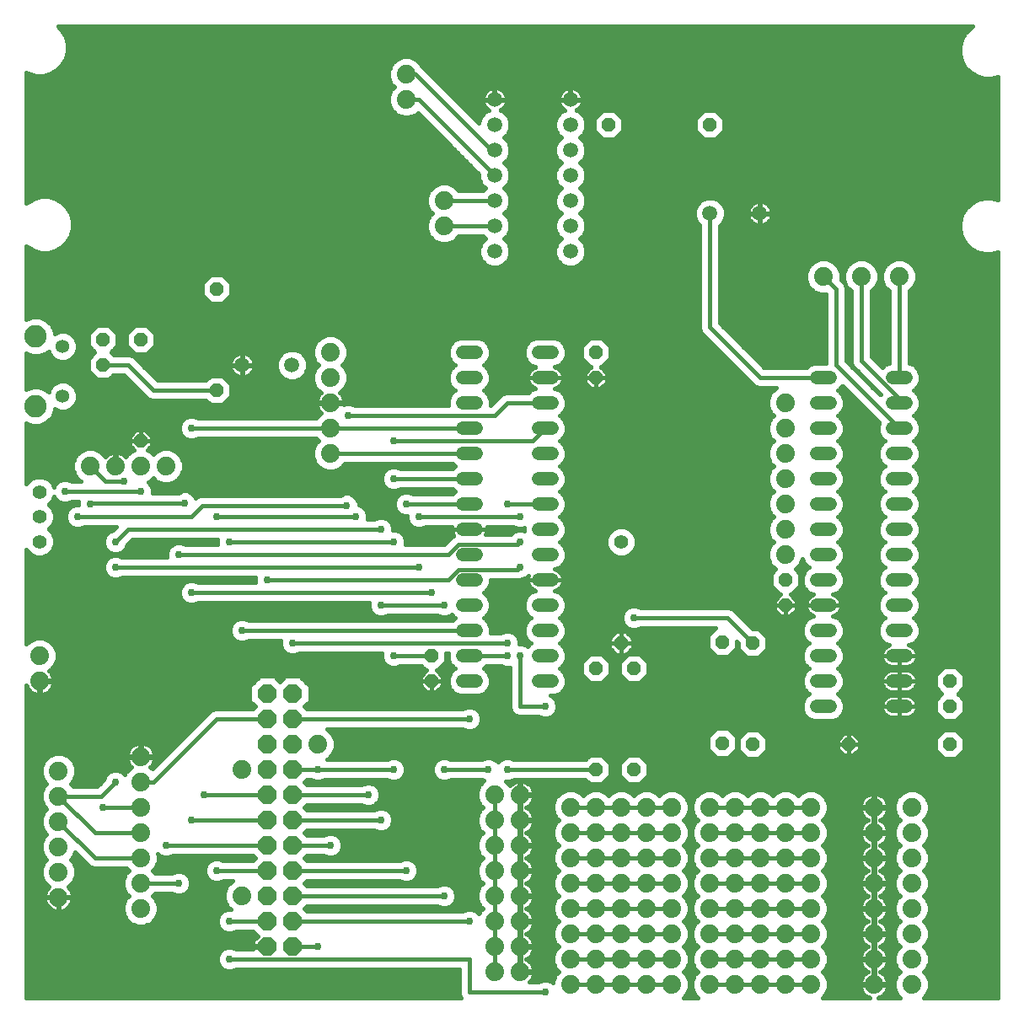
<source format=gbl>
G75*
%MOIN*%
%OFA0B0*%
%FSLAX25Y25*%
%IPPOS*%
%LPD*%
%AMOC8*
5,1,8,0,0,1.08239X$1,22.5*
%
%ADD10C,0.05200*%
%ADD11C,0.05346*%
%ADD12C,0.08858*%
%ADD13C,0.07400*%
%ADD14C,0.05543*%
%ADD15OC8,0.05200*%
%ADD16C,0.05937*%
%ADD17C,0.05600*%
%ADD18OC8,0.05600*%
%ADD19OC8,0.07400*%
%ADD20C,0.01600*%
%ADD21C,0.02978*%
D10*
X0270323Y0131800D02*
X0275523Y0131800D01*
X0275523Y0141800D02*
X0270323Y0141800D01*
X0270323Y0151800D02*
X0275523Y0151800D01*
X0275523Y0161800D02*
X0270323Y0161800D01*
X0270323Y0171800D02*
X0275523Y0171800D01*
X0275523Y0181800D02*
X0270323Y0181800D01*
X0270323Y0191800D02*
X0275523Y0191800D01*
X0275523Y0201800D02*
X0270323Y0201800D01*
X0270323Y0211800D02*
X0275523Y0211800D01*
X0275523Y0221800D02*
X0270323Y0221800D01*
X0270323Y0231800D02*
X0275523Y0231800D01*
X0275523Y0241800D02*
X0270323Y0241800D01*
X0270323Y0251800D02*
X0275523Y0251800D01*
X0275523Y0261800D02*
X0270323Y0261800D01*
X0300323Y0261800D02*
X0305523Y0261800D01*
X0305523Y0251800D02*
X0300323Y0251800D01*
X0300323Y0241800D02*
X0305523Y0241800D01*
X0305523Y0231800D02*
X0300323Y0231800D01*
X0300323Y0221800D02*
X0305523Y0221800D01*
X0305523Y0211800D02*
X0300323Y0211800D01*
X0300323Y0201800D02*
X0305523Y0201800D01*
X0305523Y0191800D02*
X0300323Y0191800D01*
X0300323Y0181800D02*
X0305523Y0181800D01*
X0305523Y0171800D02*
X0300323Y0171800D01*
X0300323Y0161800D02*
X0305523Y0161800D01*
X0305523Y0151800D02*
X0300323Y0151800D01*
X0300323Y0141800D02*
X0305523Y0141800D01*
X0305523Y0131800D02*
X0300323Y0131800D01*
X0410323Y0131800D02*
X0415523Y0131800D01*
X0415523Y0141800D02*
X0410323Y0141800D01*
X0410323Y0151800D02*
X0415523Y0151800D01*
X0415523Y0161800D02*
X0410323Y0161800D01*
X0410323Y0171800D02*
X0415523Y0171800D01*
X0415523Y0181800D02*
X0410323Y0181800D01*
X0410323Y0191800D02*
X0415523Y0191800D01*
X0415523Y0201800D02*
X0410323Y0201800D01*
X0410323Y0211800D02*
X0415523Y0211800D01*
X0415523Y0221800D02*
X0410323Y0221800D01*
X0410323Y0231800D02*
X0415523Y0231800D01*
X0415523Y0241800D02*
X0410323Y0241800D01*
X0410323Y0251800D02*
X0415523Y0251800D01*
X0440323Y0251800D02*
X0445523Y0251800D01*
X0445523Y0241800D02*
X0440323Y0241800D01*
X0440323Y0231800D02*
X0445523Y0231800D01*
X0445523Y0221800D02*
X0440323Y0221800D01*
X0440323Y0211800D02*
X0445523Y0211800D01*
X0445523Y0201800D02*
X0440323Y0201800D01*
X0440323Y0191800D02*
X0445523Y0191800D01*
X0445523Y0181800D02*
X0440323Y0181800D01*
X0440323Y0171800D02*
X0445523Y0171800D01*
X0445523Y0161800D02*
X0440323Y0161800D01*
X0440323Y0151800D02*
X0445523Y0151800D01*
X0445523Y0141800D02*
X0440323Y0141800D01*
X0440323Y0131800D02*
X0445523Y0131800D01*
X0445523Y0121800D02*
X0440323Y0121800D01*
X0415523Y0121800D02*
X0410323Y0121800D01*
D11*
X0112053Y0244457D03*
X0112053Y0264143D03*
D12*
X0101423Y0268080D03*
X0101423Y0240520D03*
D13*
X0122923Y0216800D03*
X0132923Y0216800D03*
X0142923Y0216800D03*
X0152923Y0216800D03*
X0217923Y0221800D03*
X0217923Y0231800D03*
X0217923Y0241800D03*
X0217923Y0251800D03*
X0217923Y0261800D03*
X0262923Y0311800D03*
X0262923Y0321800D03*
X0247923Y0361800D03*
X0247923Y0371800D03*
X0412923Y0291800D03*
X0427923Y0291800D03*
X0442923Y0291800D03*
X0397923Y0241800D03*
X0397923Y0231800D03*
X0397923Y0221800D03*
X0397923Y0211800D03*
X0397923Y0201800D03*
X0397923Y0191800D03*
X0397923Y0181800D03*
X0292923Y0086800D03*
X0282923Y0086800D03*
X0282923Y0076800D03*
X0292923Y0076800D03*
X0292923Y0066800D03*
X0282923Y0066800D03*
X0282923Y0056800D03*
X0292923Y0056800D03*
X0292923Y0046800D03*
X0282923Y0046800D03*
X0282923Y0036800D03*
X0292923Y0036800D03*
X0292923Y0026800D03*
X0282923Y0026800D03*
X0282923Y0016800D03*
X0292923Y0016800D03*
X0312923Y0011800D03*
X0322923Y0011800D03*
X0332923Y0011800D03*
X0342923Y0011800D03*
X0352923Y0011800D03*
X0352923Y0021800D03*
X0342923Y0021800D03*
X0332923Y0021800D03*
X0322923Y0021800D03*
X0312923Y0021800D03*
X0312923Y0031800D03*
X0312923Y0041800D03*
X0322923Y0041800D03*
X0322923Y0031800D03*
X0332923Y0031800D03*
X0332923Y0041800D03*
X0342923Y0041800D03*
X0342923Y0031800D03*
X0352923Y0031800D03*
X0352923Y0041800D03*
X0352923Y0051800D03*
X0342923Y0051800D03*
X0332923Y0051800D03*
X0322923Y0051800D03*
X0312923Y0051800D03*
X0312923Y0061800D03*
X0322923Y0061800D03*
X0332923Y0061800D03*
X0342923Y0061800D03*
X0352923Y0061800D03*
X0352923Y0071800D03*
X0342923Y0071800D03*
X0332923Y0071800D03*
X0322923Y0071800D03*
X0312923Y0071800D03*
X0312923Y0081800D03*
X0322923Y0081800D03*
X0332923Y0081800D03*
X0342923Y0081800D03*
X0352923Y0081800D03*
X0367923Y0081800D03*
X0367923Y0071800D03*
X0377923Y0071800D03*
X0377923Y0081800D03*
X0387923Y0081800D03*
X0387923Y0071800D03*
X0397923Y0071800D03*
X0397923Y0081800D03*
X0407923Y0081800D03*
X0407923Y0071800D03*
X0407923Y0061800D03*
X0397923Y0061800D03*
X0387923Y0061800D03*
X0377923Y0061800D03*
X0367923Y0061800D03*
X0367923Y0051800D03*
X0377923Y0051800D03*
X0387923Y0051800D03*
X0397923Y0051800D03*
X0407923Y0051800D03*
X0407923Y0041800D03*
X0397923Y0041800D03*
X0387923Y0041800D03*
X0377923Y0041800D03*
X0367923Y0041800D03*
X0367923Y0031800D03*
X0377923Y0031800D03*
X0387923Y0031800D03*
X0397923Y0031800D03*
X0407923Y0031800D03*
X0407923Y0021800D03*
X0397923Y0021800D03*
X0387923Y0021800D03*
X0377923Y0021800D03*
X0367923Y0021800D03*
X0367923Y0011800D03*
X0377923Y0011800D03*
X0387923Y0011800D03*
X0397923Y0011800D03*
X0407923Y0011800D03*
X0432923Y0011800D03*
X0432923Y0021800D03*
X0432923Y0031800D03*
X0432923Y0041800D03*
X0432923Y0051800D03*
X0432923Y0061800D03*
X0432923Y0071800D03*
X0432923Y0081800D03*
X0447923Y0081800D03*
X0447923Y0071800D03*
X0447923Y0061800D03*
X0447923Y0051800D03*
X0447923Y0041800D03*
X0447923Y0031800D03*
X0447923Y0021800D03*
X0447923Y0011800D03*
X0212923Y0106800D03*
X0182923Y0096800D03*
X0142923Y0091800D03*
X0142923Y0101800D03*
X0142923Y0081800D03*
X0142923Y0071800D03*
X0142923Y0061800D03*
X0142923Y0051800D03*
X0142923Y0041800D03*
X0110423Y0046300D03*
X0110423Y0056300D03*
X0110423Y0066300D03*
X0110423Y0076300D03*
X0110423Y0086300D03*
X0110423Y0096300D03*
X0102923Y0131800D03*
X0102923Y0141800D03*
X0182923Y0046800D03*
D14*
X0102923Y0186957D03*
X0102923Y0196800D03*
X0102923Y0206643D03*
D15*
X0142923Y0226800D03*
X0172923Y0246800D03*
X0142923Y0266800D03*
X0127923Y0266800D03*
X0127923Y0256800D03*
X0172923Y0286800D03*
X0322923Y0261800D03*
X0322923Y0251800D03*
X0397923Y0171800D03*
X0397923Y0161800D03*
X0384923Y0146800D03*
X0372923Y0147300D03*
X0337923Y0136800D03*
X0322923Y0136800D03*
X0322923Y0096800D03*
X0337923Y0096800D03*
X0372923Y0107300D03*
X0384923Y0106800D03*
X0422923Y0106800D03*
X0462923Y0106800D03*
X0462923Y0121800D03*
X0462923Y0131800D03*
X0257923Y0131800D03*
X0257923Y0141800D03*
X0327923Y0351800D03*
X0367923Y0351800D03*
D16*
X0368081Y0316800D03*
X0387766Y0316800D03*
X0312923Y0311800D03*
X0312923Y0301800D03*
X0312923Y0321800D03*
X0312923Y0331800D03*
X0312923Y0341800D03*
X0312923Y0351800D03*
X0312923Y0361800D03*
X0282923Y0361800D03*
X0282923Y0351800D03*
X0282923Y0341800D03*
X0282923Y0331800D03*
X0282923Y0321800D03*
X0282923Y0311800D03*
X0282923Y0301800D03*
X0202766Y0256800D03*
X0183081Y0256800D03*
D17*
X0332923Y0186800D03*
D18*
X0332923Y0146800D03*
D19*
X0202923Y0126800D03*
X0192923Y0126800D03*
X0192923Y0116800D03*
X0202923Y0116800D03*
X0202923Y0106800D03*
X0192923Y0106800D03*
X0192923Y0096800D03*
X0202923Y0096800D03*
X0202923Y0086800D03*
X0192923Y0086800D03*
X0192923Y0076800D03*
X0202923Y0076800D03*
X0202923Y0066800D03*
X0192923Y0066800D03*
X0192923Y0056800D03*
X0202923Y0056800D03*
X0202923Y0046800D03*
X0192923Y0046800D03*
X0192923Y0036800D03*
X0202923Y0036800D03*
X0202923Y0026800D03*
X0192923Y0026800D03*
D20*
X0097723Y0006600D02*
X0097723Y0130006D01*
X0097826Y0129689D01*
X0098219Y0128917D01*
X0098728Y0128217D01*
X0099340Y0127605D01*
X0100041Y0127096D01*
X0100812Y0126703D01*
X0101635Y0126435D01*
X0102490Y0126300D01*
X0102723Y0126300D01*
X0102723Y0131600D01*
X0103123Y0131600D01*
X0103123Y0126300D01*
X0103356Y0126300D01*
X0104211Y0126435D01*
X0105034Y0126703D01*
X0105806Y0127096D01*
X0106506Y0127605D01*
X0107118Y0128217D01*
X0107627Y0128917D01*
X0108020Y0129689D01*
X0108288Y0130512D01*
X0108423Y0131367D01*
X0108423Y0131600D01*
X0103123Y0131600D01*
X0103123Y0132000D01*
X0108423Y0132000D01*
X0108423Y0132233D01*
X0108288Y0133088D01*
X0108020Y0133911D01*
X0107627Y0134683D01*
X0107118Y0135383D01*
X0106633Y0135868D01*
X0106832Y0135950D01*
X0108773Y0137891D01*
X0109823Y0140427D01*
X0109823Y0143172D01*
X0108773Y0145709D01*
X0106832Y0147650D01*
X0104296Y0148700D01*
X0101551Y0148700D01*
X0099015Y0147650D01*
X0097723Y0146358D01*
X0097723Y0183907D01*
X0097861Y0183575D01*
X0099541Y0181895D01*
X0101735Y0180986D01*
X0104111Y0180986D01*
X0106306Y0181895D01*
X0107986Y0183575D01*
X0108895Y0185770D01*
X0108895Y0188145D01*
X0107986Y0190340D01*
X0106447Y0191879D01*
X0107986Y0193417D01*
X0108895Y0195612D01*
X0108895Y0197988D01*
X0107986Y0200183D01*
X0106447Y0201721D01*
X0107986Y0203260D01*
X0108650Y0204864D01*
X0108948Y0204144D01*
X0110267Y0202825D01*
X0111991Y0202111D01*
X0113856Y0202111D01*
X0115519Y0202800D01*
X0118262Y0202800D01*
X0118234Y0202733D01*
X0118234Y0201489D01*
X0116991Y0201489D01*
X0115267Y0200775D01*
X0113948Y0199456D01*
X0113234Y0197733D01*
X0113234Y0195867D01*
X0113948Y0194144D01*
X0115267Y0192825D01*
X0116991Y0192111D01*
X0118856Y0192111D01*
X0120519Y0192800D01*
X0133266Y0192800D01*
X0131930Y0191464D01*
X0130267Y0190775D01*
X0128948Y0189456D01*
X0128234Y0187733D01*
X0128234Y0185867D01*
X0128948Y0184144D01*
X0130267Y0182825D01*
X0131991Y0182111D01*
X0133856Y0182111D01*
X0135579Y0182825D01*
X0136898Y0184144D01*
X0137587Y0185807D01*
X0139580Y0187800D01*
X0173262Y0187800D01*
X0173234Y0187733D01*
X0173234Y0185867D01*
X0173262Y0185800D01*
X0160519Y0185800D01*
X0158856Y0186489D01*
X0156991Y0186489D01*
X0155267Y0185775D01*
X0153948Y0184456D01*
X0153234Y0182733D01*
X0153234Y0180867D01*
X0153262Y0180800D01*
X0135519Y0180800D01*
X0133856Y0181489D01*
X0131991Y0181489D01*
X0130267Y0180775D01*
X0128948Y0179456D01*
X0128234Y0177733D01*
X0128234Y0175867D01*
X0128948Y0174144D01*
X0130267Y0172825D01*
X0131991Y0172111D01*
X0133856Y0172111D01*
X0135519Y0172800D01*
X0188262Y0172800D01*
X0188234Y0172733D01*
X0188234Y0170867D01*
X0188262Y0170800D01*
X0165519Y0170800D01*
X0163856Y0171489D01*
X0161991Y0171489D01*
X0160267Y0170775D01*
X0158948Y0169456D01*
X0158234Y0167733D01*
X0158234Y0165867D01*
X0158948Y0164144D01*
X0160267Y0162825D01*
X0161991Y0162111D01*
X0163856Y0162111D01*
X0165519Y0162800D01*
X0233262Y0162800D01*
X0233234Y0162733D01*
X0233234Y0160867D01*
X0233948Y0159144D01*
X0235267Y0157825D01*
X0236991Y0157111D01*
X0238856Y0157111D01*
X0240519Y0157800D01*
X0260327Y0157800D01*
X0261991Y0157111D01*
X0263856Y0157111D01*
X0265579Y0157825D01*
X0265838Y0158083D01*
X0267038Y0156883D01*
X0267238Y0156800D01*
X0267038Y0156717D01*
X0266121Y0155800D01*
X0185519Y0155800D01*
X0183856Y0156489D01*
X0181991Y0156489D01*
X0180267Y0155775D01*
X0178948Y0154456D01*
X0178234Y0152733D01*
X0178234Y0150867D01*
X0178948Y0149144D01*
X0180267Y0147825D01*
X0181991Y0147111D01*
X0183856Y0147111D01*
X0185519Y0147800D01*
X0198262Y0147800D01*
X0198234Y0147733D01*
X0198234Y0145867D01*
X0198948Y0144144D01*
X0200267Y0142825D01*
X0201991Y0142111D01*
X0203856Y0142111D01*
X0205519Y0142800D01*
X0238262Y0142800D01*
X0238234Y0142733D01*
X0238234Y0140867D01*
X0238948Y0139144D01*
X0240267Y0137825D01*
X0241991Y0137111D01*
X0243856Y0137111D01*
X0245519Y0137800D01*
X0253721Y0137800D01*
X0255521Y0136000D01*
X0255901Y0136000D01*
X0253523Y0133623D01*
X0253523Y0131800D01*
X0253523Y0129977D01*
X0256101Y0127400D01*
X0257923Y0127400D01*
X0257923Y0131800D01*
X0257923Y0131800D01*
X0253523Y0131800D01*
X0257923Y0131800D01*
X0257923Y0131800D01*
X0257923Y0127400D01*
X0259746Y0127400D01*
X0262323Y0129977D01*
X0262323Y0131800D01*
X0262323Y0133623D01*
X0259946Y0136000D01*
X0260326Y0136000D01*
X0263723Y0139398D01*
X0263723Y0142800D01*
X0264523Y0142800D01*
X0264523Y0140646D01*
X0265406Y0138515D01*
X0267038Y0136883D01*
X0267238Y0136800D01*
X0267038Y0136717D01*
X0265406Y0135085D01*
X0264523Y0132954D01*
X0264523Y0130646D01*
X0265406Y0128515D01*
X0267038Y0126883D01*
X0269170Y0126000D01*
X0276677Y0126000D01*
X0278809Y0126883D01*
X0280440Y0128515D01*
X0281323Y0130646D01*
X0281323Y0132954D01*
X0280440Y0135085D01*
X0278809Y0136717D01*
X0278608Y0136800D01*
X0278809Y0136883D01*
X0279726Y0137800D01*
X0285327Y0137800D01*
X0286991Y0137111D01*
X0288856Y0137111D01*
X0288923Y0137139D01*
X0288923Y0121004D01*
X0289532Y0119534D01*
X0290657Y0118409D01*
X0292128Y0117800D01*
X0300327Y0117800D01*
X0301991Y0117111D01*
X0303856Y0117111D01*
X0305579Y0117825D01*
X0306898Y0119144D01*
X0307612Y0120867D01*
X0307612Y0122733D01*
X0306898Y0124456D01*
X0305579Y0125775D01*
X0305036Y0126000D01*
X0306677Y0126000D01*
X0308809Y0126883D01*
X0310440Y0128515D01*
X0311323Y0130646D01*
X0311323Y0132954D01*
X0310440Y0135085D01*
X0308809Y0136717D01*
X0308608Y0136800D01*
X0308809Y0136883D01*
X0310440Y0138515D01*
X0311323Y0140646D01*
X0311323Y0142954D01*
X0310440Y0145085D01*
X0308809Y0146717D01*
X0308608Y0146800D01*
X0308809Y0146883D01*
X0310440Y0148515D01*
X0311323Y0150646D01*
X0311323Y0152954D01*
X0310440Y0155085D01*
X0308809Y0156717D01*
X0308608Y0156800D01*
X0308809Y0156883D01*
X0310440Y0158515D01*
X0311323Y0160646D01*
X0311323Y0162954D01*
X0310440Y0165085D01*
X0308809Y0166717D01*
X0306747Y0167571D01*
X0307212Y0167722D01*
X0307829Y0168037D01*
X0308390Y0168444D01*
X0308879Y0168934D01*
X0309286Y0169494D01*
X0309601Y0170111D01*
X0309815Y0170770D01*
X0309923Y0171454D01*
X0309923Y0171800D01*
X0309923Y0172146D01*
X0309815Y0172830D01*
X0309601Y0173489D01*
X0309286Y0174106D01*
X0308879Y0174666D01*
X0308390Y0175156D01*
X0307829Y0175563D01*
X0307212Y0175878D01*
X0306747Y0176029D01*
X0308809Y0176883D01*
X0310440Y0178515D01*
X0311323Y0180646D01*
X0311323Y0182954D01*
X0310440Y0185085D01*
X0308809Y0186717D01*
X0308608Y0186800D01*
X0308809Y0186883D01*
X0310440Y0188515D01*
X0311323Y0190646D01*
X0311323Y0192954D01*
X0310440Y0195085D01*
X0308809Y0196717D01*
X0308608Y0196800D01*
X0308809Y0196883D01*
X0310440Y0198515D01*
X0311323Y0200646D01*
X0311323Y0202954D01*
X0310440Y0205085D01*
X0308809Y0206717D01*
X0308608Y0206800D01*
X0308809Y0206883D01*
X0310440Y0208515D01*
X0311323Y0210646D01*
X0311323Y0212954D01*
X0310440Y0215085D01*
X0308809Y0216717D01*
X0308608Y0216800D01*
X0308809Y0216883D01*
X0310440Y0218515D01*
X0311323Y0220646D01*
X0311323Y0222954D01*
X0310440Y0225085D01*
X0308809Y0226717D01*
X0308608Y0226800D01*
X0308809Y0226883D01*
X0310440Y0228515D01*
X0311323Y0230646D01*
X0311323Y0232954D01*
X0310440Y0235085D01*
X0308809Y0236717D01*
X0308608Y0236800D01*
X0308809Y0236883D01*
X0310440Y0238515D01*
X0311323Y0240646D01*
X0311323Y0242954D01*
X0310440Y0245085D01*
X0308809Y0246717D01*
X0306747Y0247571D01*
X0307212Y0247722D01*
X0307829Y0248037D01*
X0308390Y0248444D01*
X0308879Y0248934D01*
X0309286Y0249494D01*
X0309601Y0250111D01*
X0309815Y0250770D01*
X0309923Y0251454D01*
X0309923Y0251800D01*
X0309923Y0252146D01*
X0309815Y0252830D01*
X0309601Y0253489D01*
X0309286Y0254106D01*
X0308879Y0254666D01*
X0308390Y0255156D01*
X0307829Y0255563D01*
X0307212Y0255878D01*
X0306747Y0256029D01*
X0308809Y0256883D01*
X0310440Y0258515D01*
X0311323Y0260646D01*
X0311323Y0262954D01*
X0310440Y0265085D01*
X0308809Y0266717D01*
X0306677Y0267600D01*
X0299170Y0267600D01*
X0297038Y0266717D01*
X0295406Y0265085D01*
X0294523Y0262954D01*
X0294523Y0260646D01*
X0295406Y0258515D01*
X0297038Y0256883D01*
X0299100Y0256029D01*
X0298634Y0255878D01*
X0298017Y0255563D01*
X0297457Y0255156D01*
X0296967Y0254666D01*
X0296560Y0254106D01*
X0296246Y0253489D01*
X0296032Y0252830D01*
X0295923Y0252146D01*
X0295923Y0251800D01*
X0295923Y0251454D01*
X0296032Y0250770D01*
X0296246Y0250111D01*
X0296560Y0249494D01*
X0296967Y0248934D01*
X0297457Y0248444D01*
X0298017Y0248037D01*
X0298634Y0247722D01*
X0299100Y0247571D01*
X0297038Y0246717D01*
X0296121Y0245800D01*
X0287128Y0245800D01*
X0285657Y0245191D01*
X0281323Y0240857D01*
X0281323Y0242954D01*
X0280440Y0245085D01*
X0278809Y0246717D01*
X0278608Y0246800D01*
X0278809Y0246883D01*
X0280440Y0248515D01*
X0281323Y0250646D01*
X0281323Y0252954D01*
X0280440Y0255085D01*
X0278809Y0256717D01*
X0278608Y0256800D01*
X0278809Y0256883D01*
X0280440Y0258515D01*
X0281323Y0260646D01*
X0281323Y0262954D01*
X0280440Y0265085D01*
X0278809Y0266717D01*
X0276677Y0267600D01*
X0269170Y0267600D01*
X0267038Y0266717D01*
X0265406Y0265085D01*
X0264523Y0262954D01*
X0264523Y0260646D01*
X0265406Y0258515D01*
X0267038Y0256883D01*
X0267238Y0256800D01*
X0267038Y0256717D01*
X0265406Y0255085D01*
X0264523Y0252954D01*
X0264523Y0250646D01*
X0265406Y0248515D01*
X0267038Y0246883D01*
X0267238Y0246800D01*
X0267038Y0246717D01*
X0265406Y0245085D01*
X0264523Y0242954D01*
X0264523Y0240800D01*
X0227630Y0240800D01*
X0225967Y0241489D01*
X0224102Y0241489D01*
X0223396Y0241197D01*
X0223423Y0241367D01*
X0223423Y0241600D01*
X0218123Y0241600D01*
X0218123Y0242000D01*
X0223423Y0242000D01*
X0223423Y0242233D01*
X0223288Y0243088D01*
X0223020Y0243911D01*
X0222627Y0244683D01*
X0222118Y0245383D01*
X0221633Y0245868D01*
X0221832Y0245950D01*
X0223773Y0247891D01*
X0224823Y0250427D01*
X0224823Y0253172D01*
X0223773Y0255709D01*
X0222681Y0256800D01*
X0223773Y0257891D01*
X0224823Y0260427D01*
X0224823Y0263172D01*
X0223773Y0265709D01*
X0221832Y0267650D01*
X0219296Y0268700D01*
X0216551Y0268700D01*
X0214015Y0267650D01*
X0212074Y0265709D01*
X0211023Y0263172D01*
X0211023Y0260427D01*
X0212074Y0257891D01*
X0213165Y0256800D01*
X0212074Y0255709D01*
X0211023Y0253172D01*
X0211023Y0250427D01*
X0212074Y0247891D01*
X0214015Y0245950D01*
X0214213Y0245868D01*
X0213728Y0245383D01*
X0213219Y0244683D01*
X0212826Y0243911D01*
X0212559Y0243088D01*
X0212423Y0242233D01*
X0212423Y0242000D01*
X0217723Y0242000D01*
X0217723Y0241600D01*
X0212423Y0241600D01*
X0212423Y0241367D01*
X0212559Y0240512D01*
X0212826Y0239689D01*
X0213219Y0238917D01*
X0213728Y0238217D01*
X0214213Y0237732D01*
X0214015Y0237650D01*
X0212165Y0235800D01*
X0165519Y0235800D01*
X0163856Y0236489D01*
X0161991Y0236489D01*
X0160267Y0235775D01*
X0158948Y0234456D01*
X0158234Y0232733D01*
X0158234Y0230867D01*
X0158948Y0229144D01*
X0160267Y0227825D01*
X0161991Y0227111D01*
X0163856Y0227111D01*
X0165519Y0227800D01*
X0212165Y0227800D01*
X0213165Y0226800D01*
X0212074Y0225709D01*
X0211023Y0223172D01*
X0211023Y0220427D01*
X0212074Y0217891D01*
X0214015Y0215950D01*
X0216551Y0214900D01*
X0219296Y0214900D01*
X0221832Y0215950D01*
X0223681Y0217800D01*
X0266121Y0217800D01*
X0267038Y0216883D01*
X0267238Y0216800D01*
X0267038Y0216717D01*
X0266121Y0215800D01*
X0245519Y0215800D01*
X0243856Y0216489D01*
X0241991Y0216489D01*
X0240267Y0215775D01*
X0238948Y0214456D01*
X0238234Y0212733D01*
X0238234Y0210867D01*
X0238948Y0209144D01*
X0240267Y0207825D01*
X0241991Y0207111D01*
X0243856Y0207111D01*
X0245519Y0207800D01*
X0266121Y0207800D01*
X0267038Y0206883D01*
X0267238Y0206800D01*
X0267038Y0206717D01*
X0266121Y0205800D01*
X0250519Y0205800D01*
X0248856Y0206489D01*
X0246991Y0206489D01*
X0245267Y0205775D01*
X0243948Y0204456D01*
X0243234Y0202733D01*
X0243234Y0200867D01*
X0243948Y0199144D01*
X0245267Y0197825D01*
X0246991Y0197111D01*
X0248234Y0197111D01*
X0248234Y0195867D01*
X0248948Y0194144D01*
X0250267Y0192825D01*
X0251991Y0192111D01*
X0253856Y0192111D01*
X0255519Y0192800D01*
X0266027Y0192800D01*
X0265923Y0192146D01*
X0265923Y0191800D01*
X0265923Y0191454D01*
X0266032Y0190770D01*
X0266246Y0190111D01*
X0266560Y0189494D01*
X0266692Y0189312D01*
X0266401Y0189191D01*
X0265275Y0188066D01*
X0263009Y0185800D01*
X0247584Y0185800D01*
X0247612Y0185867D01*
X0247612Y0187733D01*
X0246898Y0189456D01*
X0245579Y0190775D01*
X0243856Y0191489D01*
X0242612Y0191489D01*
X0242612Y0192733D01*
X0241898Y0194456D01*
X0240579Y0195775D01*
X0238856Y0196489D01*
X0236991Y0196489D01*
X0235327Y0195800D01*
X0232584Y0195800D01*
X0232612Y0195867D01*
X0232612Y0197733D01*
X0231898Y0199456D01*
X0230579Y0200775D01*
X0229112Y0201383D01*
X0229112Y0202233D01*
X0228398Y0203956D01*
X0227079Y0205275D01*
X0225356Y0205989D01*
X0223491Y0205989D01*
X0221827Y0205300D01*
X0166628Y0205300D01*
X0165157Y0204691D01*
X0164698Y0204232D01*
X0164398Y0204956D01*
X0163079Y0206275D01*
X0161356Y0206989D01*
X0159491Y0206989D01*
X0157827Y0206300D01*
X0147612Y0206300D01*
X0147612Y0207733D01*
X0146898Y0209456D01*
X0145822Y0210532D01*
X0146832Y0210950D01*
X0147923Y0212042D01*
X0149015Y0210950D01*
X0151551Y0209900D01*
X0154296Y0209900D01*
X0156832Y0210950D01*
X0158773Y0212891D01*
X0159823Y0215427D01*
X0159823Y0218172D01*
X0158773Y0220709D01*
X0156832Y0222650D01*
X0154296Y0223700D01*
X0151551Y0223700D01*
X0149015Y0222650D01*
X0147923Y0221558D01*
X0146832Y0222650D01*
X0145533Y0223187D01*
X0147323Y0224977D01*
X0147323Y0226800D01*
X0147323Y0228623D01*
X0144746Y0231200D01*
X0142923Y0231200D01*
X0141101Y0231200D01*
X0138523Y0228623D01*
X0138523Y0226800D01*
X0138523Y0224977D01*
X0140313Y0223187D01*
X0139015Y0222650D01*
X0137074Y0220709D01*
X0136991Y0220510D01*
X0136506Y0220995D01*
X0135806Y0221504D01*
X0135034Y0221897D01*
X0134211Y0222165D01*
X0133356Y0222300D01*
X0133123Y0222300D01*
X0133123Y0217000D01*
X0132723Y0217000D01*
X0132723Y0222300D01*
X0132490Y0222300D01*
X0131635Y0222165D01*
X0130812Y0221897D01*
X0130041Y0221504D01*
X0129340Y0220995D01*
X0128855Y0220510D01*
X0128773Y0220709D01*
X0126832Y0222650D01*
X0124296Y0223700D01*
X0121551Y0223700D01*
X0119015Y0222650D01*
X0117074Y0220709D01*
X0116023Y0218172D01*
X0116023Y0215427D01*
X0117074Y0212891D01*
X0119015Y0210950D01*
X0119378Y0210800D01*
X0115519Y0210800D01*
X0113856Y0211489D01*
X0111991Y0211489D01*
X0110267Y0210775D01*
X0108948Y0209456D01*
X0108585Y0208579D01*
X0107986Y0210025D01*
X0106306Y0211705D01*
X0104111Y0212614D01*
X0101735Y0212614D01*
X0099541Y0211705D01*
X0097861Y0210025D01*
X0097723Y0209693D01*
X0097723Y0233795D01*
X0099906Y0232891D01*
X0102941Y0232891D01*
X0105745Y0234053D01*
X0107891Y0236199D01*
X0109052Y0239003D01*
X0109052Y0239343D01*
X0110885Y0238584D01*
X0113221Y0238584D01*
X0115380Y0239478D01*
X0117032Y0241131D01*
X0117926Y0243289D01*
X0117926Y0245626D01*
X0117032Y0247784D01*
X0115380Y0249437D01*
X0113221Y0250331D01*
X0110885Y0250331D01*
X0108726Y0249437D01*
X0107074Y0247784D01*
X0106452Y0246281D01*
X0105745Y0246988D01*
X0102941Y0248150D01*
X0099906Y0248150D01*
X0097723Y0247246D01*
X0097723Y0261354D01*
X0099906Y0260450D01*
X0102941Y0260450D01*
X0105745Y0261612D01*
X0106452Y0262319D01*
X0107074Y0260816D01*
X0108726Y0259163D01*
X0110885Y0258269D01*
X0113221Y0258269D01*
X0115380Y0259163D01*
X0117032Y0260816D01*
X0117926Y0262974D01*
X0117926Y0265311D01*
X0117032Y0267469D01*
X0115380Y0269122D01*
X0113221Y0270016D01*
X0110885Y0270016D01*
X0109052Y0269257D01*
X0109052Y0269597D01*
X0107891Y0272401D01*
X0105745Y0274547D01*
X0102941Y0275709D01*
X0099906Y0275709D01*
X0097723Y0274805D01*
X0097723Y0303873D01*
X0098138Y0303458D01*
X0100658Y0302003D01*
X0103468Y0301250D01*
X0106378Y0301250D01*
X0109188Y0302003D01*
X0111708Y0303458D01*
X0113765Y0305515D01*
X0115220Y0308035D01*
X0115973Y0310845D01*
X0115973Y0313755D01*
X0115220Y0316565D01*
X0113765Y0319085D01*
X0111708Y0321142D01*
X0109188Y0322597D01*
X0106378Y0323350D01*
X0103468Y0323350D01*
X0100658Y0322597D01*
X0098138Y0321142D01*
X0097723Y0320727D01*
X0097723Y0372543D01*
X0098658Y0372003D01*
X0101468Y0371250D01*
X0104378Y0371250D01*
X0107188Y0372003D01*
X0109708Y0373458D01*
X0111765Y0375515D01*
X0113220Y0378035D01*
X0113973Y0380845D01*
X0113973Y0383755D01*
X0113220Y0386565D01*
X0111765Y0389085D01*
X0110149Y0390701D01*
X0472106Y0390701D01*
X0471138Y0390142D01*
X0469081Y0388085D01*
X0467626Y0385565D01*
X0466873Y0382755D01*
X0466873Y0379845D01*
X0467626Y0377035D01*
X0469081Y0374515D01*
X0471138Y0372458D01*
X0473658Y0371003D01*
X0476468Y0370250D01*
X0479378Y0370250D01*
X0481824Y0370905D01*
X0481824Y0322195D01*
X0479378Y0322850D01*
X0476468Y0322850D01*
X0473658Y0322097D01*
X0471138Y0320642D01*
X0469081Y0318585D01*
X0467626Y0316065D01*
X0466873Y0313255D01*
X0466873Y0310345D01*
X0467626Y0307535D01*
X0469081Y0305015D01*
X0471138Y0302958D01*
X0473658Y0301503D01*
X0476468Y0300750D01*
X0479378Y0300750D01*
X0481824Y0301405D01*
X0481824Y0006600D01*
X0452481Y0006600D01*
X0453773Y0007891D01*
X0454823Y0010427D01*
X0454823Y0013172D01*
X0453773Y0015709D01*
X0452681Y0016800D01*
X0453773Y0017891D01*
X0454823Y0020427D01*
X0454823Y0023172D01*
X0453773Y0025709D01*
X0452681Y0026800D01*
X0453773Y0027891D01*
X0454823Y0030427D01*
X0454823Y0033172D01*
X0453773Y0035709D01*
X0452681Y0036800D01*
X0453773Y0037891D01*
X0454823Y0040427D01*
X0454823Y0043172D01*
X0453773Y0045709D01*
X0452681Y0046800D01*
X0453773Y0047891D01*
X0454823Y0050427D01*
X0454823Y0053172D01*
X0453773Y0055709D01*
X0452681Y0056800D01*
X0453773Y0057891D01*
X0454823Y0060427D01*
X0454823Y0063172D01*
X0453773Y0065709D01*
X0452681Y0066800D01*
X0453773Y0067891D01*
X0454823Y0070427D01*
X0454823Y0073172D01*
X0453773Y0075709D01*
X0452681Y0076800D01*
X0453773Y0077891D01*
X0454823Y0080427D01*
X0454823Y0083172D01*
X0453773Y0085709D01*
X0451832Y0087650D01*
X0449296Y0088700D01*
X0446551Y0088700D01*
X0444015Y0087650D01*
X0442074Y0085709D01*
X0441023Y0083172D01*
X0441023Y0080427D01*
X0442074Y0077891D01*
X0443165Y0076800D01*
X0442074Y0075709D01*
X0441023Y0073172D01*
X0441023Y0070427D01*
X0442074Y0067891D01*
X0443165Y0066800D01*
X0442074Y0065709D01*
X0441023Y0063172D01*
X0441023Y0060427D01*
X0442074Y0057891D01*
X0443165Y0056800D01*
X0442074Y0055709D01*
X0441023Y0053172D01*
X0441023Y0050427D01*
X0442074Y0047891D01*
X0443165Y0046800D01*
X0442074Y0045709D01*
X0441023Y0043172D01*
X0441023Y0040427D01*
X0442074Y0037891D01*
X0443165Y0036800D01*
X0442074Y0035709D01*
X0441023Y0033172D01*
X0441023Y0030427D01*
X0442074Y0027891D01*
X0443165Y0026800D01*
X0442074Y0025709D01*
X0441023Y0023172D01*
X0441023Y0020427D01*
X0442074Y0017891D01*
X0443165Y0016800D01*
X0442074Y0015709D01*
X0441023Y0013172D01*
X0441023Y0010427D01*
X0442074Y0007891D01*
X0443365Y0006600D01*
X0434718Y0006600D01*
X0435034Y0006703D01*
X0435806Y0007096D01*
X0436506Y0007605D01*
X0437118Y0008217D01*
X0437627Y0008917D01*
X0438020Y0009689D01*
X0438288Y0010512D01*
X0438423Y0011367D01*
X0438423Y0011600D01*
X0433123Y0011600D01*
X0433123Y0012000D01*
X0432723Y0012000D01*
X0432723Y0011600D01*
X0427423Y0011600D01*
X0427423Y0011367D01*
X0427559Y0010512D01*
X0427826Y0009689D01*
X0428219Y0008917D01*
X0428728Y0008217D01*
X0429340Y0007605D01*
X0430041Y0007096D01*
X0430812Y0006703D01*
X0431129Y0006600D01*
X0412481Y0006600D01*
X0413773Y0007891D01*
X0414823Y0010427D01*
X0414823Y0013172D01*
X0413773Y0015709D01*
X0412681Y0016800D01*
X0413773Y0017891D01*
X0414823Y0020427D01*
X0414823Y0023172D01*
X0413773Y0025709D01*
X0412681Y0026800D01*
X0413773Y0027891D01*
X0414823Y0030427D01*
X0414823Y0033172D01*
X0413773Y0035709D01*
X0412681Y0036800D01*
X0413773Y0037891D01*
X0414823Y0040427D01*
X0414823Y0043172D01*
X0413773Y0045709D01*
X0412681Y0046800D01*
X0413773Y0047891D01*
X0414823Y0050427D01*
X0414823Y0053172D01*
X0413773Y0055709D01*
X0412681Y0056800D01*
X0413773Y0057891D01*
X0414823Y0060427D01*
X0414823Y0063172D01*
X0413773Y0065709D01*
X0412681Y0066800D01*
X0413773Y0067891D01*
X0414823Y0070427D01*
X0414823Y0073172D01*
X0413773Y0075709D01*
X0412681Y0076800D01*
X0413773Y0077891D01*
X0414823Y0080427D01*
X0414823Y0083172D01*
X0413773Y0085709D01*
X0411832Y0087650D01*
X0409296Y0088700D01*
X0406551Y0088700D01*
X0404015Y0087650D01*
X0402923Y0086558D01*
X0401832Y0087650D01*
X0399296Y0088700D01*
X0396551Y0088700D01*
X0394015Y0087650D01*
X0392923Y0086558D01*
X0391832Y0087650D01*
X0389296Y0088700D01*
X0386551Y0088700D01*
X0384015Y0087650D01*
X0382923Y0086558D01*
X0381832Y0087650D01*
X0379296Y0088700D01*
X0376551Y0088700D01*
X0374015Y0087650D01*
X0372923Y0086558D01*
X0371832Y0087650D01*
X0369296Y0088700D01*
X0366551Y0088700D01*
X0364015Y0087650D01*
X0362074Y0085709D01*
X0361023Y0083172D01*
X0361023Y0080427D01*
X0362074Y0077891D01*
X0363165Y0076800D01*
X0362074Y0075709D01*
X0361023Y0073172D01*
X0361023Y0070427D01*
X0362074Y0067891D01*
X0363165Y0066800D01*
X0362074Y0065709D01*
X0361023Y0063172D01*
X0361023Y0060427D01*
X0362074Y0057891D01*
X0363165Y0056800D01*
X0362074Y0055709D01*
X0361023Y0053172D01*
X0361023Y0050427D01*
X0362074Y0047891D01*
X0363165Y0046800D01*
X0362074Y0045709D01*
X0361023Y0043172D01*
X0361023Y0040427D01*
X0362074Y0037891D01*
X0363165Y0036800D01*
X0362074Y0035709D01*
X0361023Y0033172D01*
X0361023Y0030427D01*
X0362074Y0027891D01*
X0363165Y0026800D01*
X0362074Y0025709D01*
X0361023Y0023172D01*
X0361023Y0020427D01*
X0362074Y0017891D01*
X0363165Y0016800D01*
X0362074Y0015709D01*
X0361023Y0013172D01*
X0361023Y0010427D01*
X0362074Y0007891D01*
X0363365Y0006600D01*
X0357481Y0006600D01*
X0358773Y0007891D01*
X0359823Y0010427D01*
X0359823Y0013172D01*
X0358773Y0015709D01*
X0357681Y0016800D01*
X0358773Y0017891D01*
X0359823Y0020427D01*
X0359823Y0023172D01*
X0358773Y0025709D01*
X0357681Y0026800D01*
X0358773Y0027891D01*
X0359823Y0030427D01*
X0359823Y0033172D01*
X0358773Y0035709D01*
X0357681Y0036800D01*
X0358773Y0037891D01*
X0359823Y0040427D01*
X0359823Y0043172D01*
X0358773Y0045709D01*
X0357681Y0046800D01*
X0358773Y0047891D01*
X0359823Y0050427D01*
X0359823Y0053172D01*
X0358773Y0055709D01*
X0357681Y0056800D01*
X0358773Y0057891D01*
X0359823Y0060427D01*
X0359823Y0063172D01*
X0358773Y0065709D01*
X0357681Y0066800D01*
X0358773Y0067891D01*
X0359823Y0070427D01*
X0359823Y0073172D01*
X0358773Y0075709D01*
X0357681Y0076800D01*
X0358773Y0077891D01*
X0359823Y0080427D01*
X0359823Y0083172D01*
X0358773Y0085709D01*
X0356832Y0087650D01*
X0354296Y0088700D01*
X0351551Y0088700D01*
X0349015Y0087650D01*
X0347923Y0086558D01*
X0346832Y0087650D01*
X0344296Y0088700D01*
X0341551Y0088700D01*
X0339015Y0087650D01*
X0337923Y0086558D01*
X0336832Y0087650D01*
X0334296Y0088700D01*
X0331551Y0088700D01*
X0329015Y0087650D01*
X0327923Y0086558D01*
X0326832Y0087650D01*
X0324296Y0088700D01*
X0321551Y0088700D01*
X0319015Y0087650D01*
X0317923Y0086558D01*
X0316832Y0087650D01*
X0314296Y0088700D01*
X0311551Y0088700D01*
X0309015Y0087650D01*
X0307074Y0085709D01*
X0306023Y0083172D01*
X0306023Y0080427D01*
X0307074Y0077891D01*
X0308165Y0076800D01*
X0307074Y0075709D01*
X0306023Y0073172D01*
X0306023Y0070427D01*
X0307074Y0067891D01*
X0308165Y0066800D01*
X0307074Y0065709D01*
X0306023Y0063172D01*
X0306023Y0060427D01*
X0307074Y0057891D01*
X0308165Y0056800D01*
X0307074Y0055709D01*
X0306023Y0053172D01*
X0306023Y0050427D01*
X0307074Y0047891D01*
X0308165Y0046800D01*
X0307074Y0045709D01*
X0306023Y0043172D01*
X0306023Y0040427D01*
X0307074Y0037891D01*
X0308165Y0036800D01*
X0307074Y0035709D01*
X0306023Y0033172D01*
X0306023Y0030427D01*
X0307074Y0027891D01*
X0308165Y0026800D01*
X0307074Y0025709D01*
X0306023Y0023172D01*
X0306023Y0020427D01*
X0307074Y0017891D01*
X0308165Y0016800D01*
X0307074Y0015709D01*
X0306023Y0013172D01*
X0306023Y0012420D01*
X0305579Y0012864D01*
X0303856Y0013578D01*
X0301991Y0013578D01*
X0300267Y0012864D01*
X0300103Y0012700D01*
X0296601Y0012700D01*
X0297118Y0013217D01*
X0297627Y0013917D01*
X0298020Y0014689D01*
X0298288Y0015512D01*
X0298423Y0016367D01*
X0298423Y0016600D01*
X0293123Y0016600D01*
X0293123Y0017000D01*
X0292723Y0017000D01*
X0292723Y0026600D01*
X0293123Y0026600D01*
X0293123Y0022300D01*
X0293123Y0017000D01*
X0298423Y0017000D01*
X0298423Y0017233D01*
X0298288Y0018088D01*
X0298020Y0018911D01*
X0297627Y0019683D01*
X0297118Y0020383D01*
X0296506Y0020995D01*
X0295806Y0021504D01*
X0295225Y0021800D01*
X0295806Y0022096D01*
X0296506Y0022605D01*
X0297118Y0023217D01*
X0297627Y0023917D01*
X0298020Y0024689D01*
X0298288Y0025512D01*
X0298423Y0026367D01*
X0298423Y0026600D01*
X0293123Y0026600D01*
X0293123Y0027000D01*
X0292723Y0027000D01*
X0292723Y0036600D01*
X0293123Y0036600D01*
X0293123Y0031300D01*
X0293123Y0027000D01*
X0298423Y0027000D01*
X0298423Y0027233D01*
X0298288Y0028088D01*
X0298020Y0028911D01*
X0297627Y0029683D01*
X0297118Y0030383D01*
X0296506Y0030995D01*
X0295806Y0031504D01*
X0295225Y0031800D01*
X0295806Y0032096D01*
X0296506Y0032605D01*
X0297118Y0033217D01*
X0297627Y0033917D01*
X0298020Y0034689D01*
X0298288Y0035512D01*
X0298423Y0036367D01*
X0298423Y0036600D01*
X0293123Y0036600D01*
X0293123Y0037000D01*
X0292723Y0037000D01*
X0292723Y0046600D01*
X0293123Y0046600D01*
X0293123Y0041300D01*
X0293123Y0037000D01*
X0298423Y0037000D01*
X0298423Y0037233D01*
X0298288Y0038088D01*
X0298020Y0038911D01*
X0297627Y0039683D01*
X0297118Y0040383D01*
X0296506Y0040995D01*
X0295806Y0041504D01*
X0295225Y0041800D01*
X0295806Y0042096D01*
X0296506Y0042605D01*
X0297118Y0043217D01*
X0297627Y0043917D01*
X0298020Y0044689D01*
X0298288Y0045512D01*
X0298423Y0046367D01*
X0298423Y0046600D01*
X0293123Y0046600D01*
X0293123Y0047000D01*
X0292723Y0047000D01*
X0292723Y0056600D01*
X0293123Y0056600D01*
X0293123Y0051300D01*
X0293123Y0047000D01*
X0298423Y0047000D01*
X0298423Y0047233D01*
X0298288Y0048088D01*
X0298020Y0048911D01*
X0297627Y0049683D01*
X0297118Y0050383D01*
X0296506Y0050995D01*
X0295806Y0051504D01*
X0295225Y0051800D01*
X0295806Y0052096D01*
X0296506Y0052605D01*
X0297118Y0053217D01*
X0297627Y0053917D01*
X0298020Y0054689D01*
X0298288Y0055512D01*
X0298423Y0056367D01*
X0298423Y0056600D01*
X0293123Y0056600D01*
X0293123Y0057000D01*
X0292723Y0057000D01*
X0292723Y0066600D01*
X0293123Y0066600D01*
X0293123Y0061300D01*
X0293123Y0057000D01*
X0298423Y0057000D01*
X0298423Y0057233D01*
X0298288Y0058088D01*
X0298020Y0058911D01*
X0297627Y0059683D01*
X0297118Y0060383D01*
X0296506Y0060995D01*
X0295806Y0061504D01*
X0295225Y0061800D01*
X0295806Y0062096D01*
X0296506Y0062605D01*
X0297118Y0063217D01*
X0297627Y0063917D01*
X0298020Y0064689D01*
X0298288Y0065512D01*
X0298423Y0066367D01*
X0298423Y0066600D01*
X0293123Y0066600D01*
X0293123Y0067000D01*
X0292723Y0067000D01*
X0292723Y0076600D01*
X0293123Y0076600D01*
X0293123Y0071300D01*
X0293123Y0067000D01*
X0298423Y0067000D01*
X0298423Y0067233D01*
X0298288Y0068088D01*
X0298020Y0068911D01*
X0297627Y0069683D01*
X0297118Y0070383D01*
X0296506Y0070995D01*
X0295806Y0071504D01*
X0295225Y0071800D01*
X0295806Y0072096D01*
X0296506Y0072605D01*
X0297118Y0073217D01*
X0297627Y0073917D01*
X0298020Y0074689D01*
X0298288Y0075512D01*
X0298423Y0076367D01*
X0298423Y0076600D01*
X0293123Y0076600D01*
X0293123Y0077000D01*
X0292723Y0077000D01*
X0292723Y0086600D01*
X0293123Y0086600D01*
X0293123Y0081300D01*
X0293123Y0077000D01*
X0298423Y0077000D01*
X0298423Y0077233D01*
X0298288Y0078088D01*
X0298020Y0078911D01*
X0297627Y0079683D01*
X0297118Y0080383D01*
X0296506Y0080995D01*
X0295806Y0081504D01*
X0295225Y0081800D01*
X0295806Y0082096D01*
X0296506Y0082605D01*
X0297118Y0083217D01*
X0297627Y0083917D01*
X0298020Y0084689D01*
X0298288Y0085512D01*
X0298423Y0086367D01*
X0298423Y0086600D01*
X0293123Y0086600D01*
X0293123Y0087000D01*
X0292723Y0087000D01*
X0292723Y0092300D01*
X0292490Y0092300D01*
X0291635Y0092165D01*
X0290812Y0091897D01*
X0290041Y0091504D01*
X0289340Y0090995D01*
X0288855Y0090510D01*
X0288773Y0090709D01*
X0287370Y0092111D01*
X0288856Y0092111D01*
X0290519Y0092800D01*
X0318721Y0092800D01*
X0320521Y0091000D01*
X0325326Y0091000D01*
X0328723Y0094398D01*
X0328723Y0099202D01*
X0325326Y0102600D01*
X0320521Y0102600D01*
X0318721Y0100800D01*
X0290519Y0100800D01*
X0288856Y0101489D01*
X0286991Y0101489D01*
X0285267Y0100775D01*
X0284173Y0099681D01*
X0283079Y0100775D01*
X0281356Y0101489D01*
X0279491Y0101489D01*
X0277827Y0100800D01*
X0265519Y0100800D01*
X0263856Y0101489D01*
X0261991Y0101489D01*
X0260267Y0100775D01*
X0258948Y0099456D01*
X0258234Y0097733D01*
X0258234Y0095867D01*
X0258948Y0094144D01*
X0260267Y0092825D01*
X0261991Y0092111D01*
X0263856Y0092111D01*
X0265519Y0092800D01*
X0277827Y0092800D01*
X0278773Y0092408D01*
X0277074Y0090709D01*
X0276023Y0088172D01*
X0276023Y0085427D01*
X0277074Y0082891D01*
X0278165Y0081800D01*
X0277074Y0080709D01*
X0276023Y0078172D01*
X0276023Y0075427D01*
X0277074Y0072891D01*
X0278165Y0071800D01*
X0277074Y0070709D01*
X0276023Y0068172D01*
X0276023Y0065427D01*
X0277074Y0062891D01*
X0278165Y0061800D01*
X0277074Y0060709D01*
X0276023Y0058172D01*
X0276023Y0055427D01*
X0277074Y0052891D01*
X0278165Y0051800D01*
X0277074Y0050709D01*
X0276023Y0048172D01*
X0276023Y0045427D01*
X0277074Y0042891D01*
X0278165Y0041800D01*
X0277074Y0040709D01*
X0276655Y0039699D01*
X0275579Y0040775D01*
X0273856Y0041489D01*
X0271991Y0041489D01*
X0270327Y0040800D01*
X0208681Y0040800D01*
X0207681Y0041800D01*
X0208681Y0042800D01*
X0260327Y0042800D01*
X0261991Y0042111D01*
X0263856Y0042111D01*
X0265579Y0042825D01*
X0266898Y0044144D01*
X0267612Y0045867D01*
X0267612Y0047733D01*
X0266898Y0049456D01*
X0265579Y0050775D01*
X0263856Y0051489D01*
X0261991Y0051489D01*
X0260327Y0050800D01*
X0208681Y0050800D01*
X0207681Y0051800D01*
X0208681Y0052800D01*
X0245327Y0052800D01*
X0246991Y0052111D01*
X0248856Y0052111D01*
X0250579Y0052825D01*
X0251898Y0054144D01*
X0252612Y0055867D01*
X0252612Y0057733D01*
X0251898Y0059456D01*
X0250579Y0060775D01*
X0248856Y0061489D01*
X0246991Y0061489D01*
X0245327Y0060800D01*
X0208681Y0060800D01*
X0207681Y0061800D01*
X0208681Y0062800D01*
X0215327Y0062800D01*
X0216991Y0062111D01*
X0218856Y0062111D01*
X0220579Y0062825D01*
X0221898Y0064144D01*
X0222612Y0065867D01*
X0222612Y0067733D01*
X0221898Y0069456D01*
X0220579Y0070775D01*
X0218856Y0071489D01*
X0216991Y0071489D01*
X0215327Y0070800D01*
X0208681Y0070800D01*
X0207681Y0071800D01*
X0208681Y0072800D01*
X0235327Y0072800D01*
X0236991Y0072111D01*
X0238856Y0072111D01*
X0240579Y0072825D01*
X0241898Y0074144D01*
X0242612Y0075867D01*
X0242612Y0077733D01*
X0241898Y0079456D01*
X0240579Y0080775D01*
X0238856Y0081489D01*
X0236991Y0081489D01*
X0235327Y0080800D01*
X0208681Y0080800D01*
X0207681Y0081800D01*
X0208681Y0082800D01*
X0230327Y0082800D01*
X0231991Y0082111D01*
X0233856Y0082111D01*
X0235579Y0082825D01*
X0236898Y0084144D01*
X0237612Y0085867D01*
X0237612Y0087733D01*
X0236898Y0089456D01*
X0235579Y0090775D01*
X0233856Y0091489D01*
X0231991Y0091489D01*
X0230327Y0090800D01*
X0208681Y0090800D01*
X0207681Y0091800D01*
X0208681Y0092800D01*
X0210327Y0092800D01*
X0211991Y0092111D01*
X0213856Y0092111D01*
X0215519Y0092800D01*
X0240327Y0092800D01*
X0241991Y0092111D01*
X0243856Y0092111D01*
X0245579Y0092825D01*
X0246898Y0094144D01*
X0247612Y0095867D01*
X0247612Y0097733D01*
X0246898Y0099456D01*
X0245579Y0100775D01*
X0243856Y0101489D01*
X0241991Y0101489D01*
X0240327Y0100800D01*
X0216468Y0100800D01*
X0216832Y0100950D01*
X0218773Y0102891D01*
X0219823Y0105427D01*
X0219823Y0108172D01*
X0218773Y0110709D01*
X0216832Y0112650D01*
X0216468Y0112800D01*
X0270327Y0112800D01*
X0271991Y0112111D01*
X0273856Y0112111D01*
X0275579Y0112825D01*
X0276898Y0114144D01*
X0277612Y0115867D01*
X0277612Y0117733D01*
X0276898Y0119456D01*
X0275579Y0120775D01*
X0273856Y0121489D01*
X0271991Y0121489D01*
X0270327Y0120800D01*
X0208681Y0120800D01*
X0207681Y0121800D01*
X0209823Y0123942D01*
X0209823Y0129658D01*
X0205781Y0133700D01*
X0200065Y0133700D01*
X0197923Y0131558D01*
X0195781Y0133700D01*
X0190065Y0133700D01*
X0186023Y0129658D01*
X0186023Y0123942D01*
X0188165Y0121800D01*
X0187165Y0120800D01*
X0172128Y0120800D01*
X0170657Y0120191D01*
X0169532Y0119066D01*
X0147474Y0097007D01*
X0146832Y0097650D01*
X0146633Y0097732D01*
X0147118Y0098217D01*
X0147627Y0098917D01*
X0148020Y0099689D01*
X0148288Y0100512D01*
X0148423Y0101367D01*
X0148423Y0101600D01*
X0143123Y0101600D01*
X0143123Y0102000D01*
X0142723Y0102000D01*
X0142723Y0101600D01*
X0137423Y0101600D01*
X0137423Y0101367D01*
X0137559Y0100512D01*
X0137826Y0099689D01*
X0138219Y0098917D01*
X0138728Y0098217D01*
X0139213Y0097732D01*
X0139015Y0097650D01*
X0137074Y0095709D01*
X0136655Y0094699D01*
X0135579Y0095775D01*
X0133856Y0096489D01*
X0131991Y0096489D01*
X0130267Y0095775D01*
X0128948Y0094456D01*
X0128259Y0092793D01*
X0125766Y0090300D01*
X0116181Y0090300D01*
X0115181Y0091300D01*
X0116273Y0092391D01*
X0117323Y0094927D01*
X0117323Y0097672D01*
X0116273Y0100209D01*
X0114332Y0102150D01*
X0111796Y0103200D01*
X0109051Y0103200D01*
X0106515Y0102150D01*
X0104574Y0100209D01*
X0103523Y0097672D01*
X0103523Y0094927D01*
X0104574Y0092391D01*
X0105665Y0091300D01*
X0104574Y0090209D01*
X0103523Y0087672D01*
X0103523Y0084927D01*
X0104574Y0082391D01*
X0105665Y0081300D01*
X0104574Y0080209D01*
X0103523Y0077672D01*
X0103523Y0074927D01*
X0104574Y0072391D01*
X0105665Y0071300D01*
X0104574Y0070209D01*
X0103523Y0067672D01*
X0103523Y0064927D01*
X0104574Y0062391D01*
X0105665Y0061300D01*
X0104574Y0060209D01*
X0103523Y0057672D01*
X0103523Y0054927D01*
X0104574Y0052391D01*
X0106515Y0050450D01*
X0106713Y0050368D01*
X0106228Y0049883D01*
X0105719Y0049183D01*
X0105326Y0048411D01*
X0105059Y0047588D01*
X0104923Y0046733D01*
X0104923Y0046500D01*
X0110223Y0046500D01*
X0110223Y0046100D01*
X0104923Y0046100D01*
X0104923Y0045867D01*
X0105059Y0045012D01*
X0105326Y0044189D01*
X0105719Y0043417D01*
X0106228Y0042717D01*
X0106840Y0042105D01*
X0107541Y0041596D01*
X0108312Y0041203D01*
X0109135Y0040935D01*
X0109990Y0040800D01*
X0110223Y0040800D01*
X0110223Y0046100D01*
X0110623Y0046100D01*
X0110623Y0040800D01*
X0110856Y0040800D01*
X0111711Y0040935D01*
X0112534Y0041203D01*
X0113306Y0041596D01*
X0114006Y0042105D01*
X0114618Y0042717D01*
X0115127Y0043417D01*
X0115520Y0044189D01*
X0115788Y0045012D01*
X0115923Y0045867D01*
X0115923Y0046100D01*
X0110623Y0046100D01*
X0110623Y0046500D01*
X0115923Y0046500D01*
X0115923Y0046733D01*
X0115788Y0047588D01*
X0115520Y0048411D01*
X0115127Y0049183D01*
X0114618Y0049883D01*
X0114133Y0050368D01*
X0114332Y0050450D01*
X0116273Y0052391D01*
X0117323Y0054927D01*
X0117323Y0057672D01*
X0116273Y0060209D01*
X0115181Y0061300D01*
X0116273Y0062391D01*
X0116976Y0064090D01*
X0122657Y0058409D01*
X0124128Y0057800D01*
X0137165Y0057800D01*
X0138165Y0056800D01*
X0137074Y0055709D01*
X0136023Y0053172D01*
X0136023Y0050427D01*
X0137074Y0047891D01*
X0138165Y0046800D01*
X0137074Y0045709D01*
X0136023Y0043172D01*
X0136023Y0040427D01*
X0137074Y0037891D01*
X0139015Y0035950D01*
X0141551Y0034900D01*
X0144296Y0034900D01*
X0146832Y0035950D01*
X0148773Y0037891D01*
X0149823Y0040427D01*
X0149823Y0043172D01*
X0148773Y0045709D01*
X0147681Y0046800D01*
X0148681Y0047800D01*
X0155327Y0047800D01*
X0156991Y0047111D01*
X0158856Y0047111D01*
X0160579Y0047825D01*
X0161898Y0049144D01*
X0162612Y0050867D01*
X0162612Y0052733D01*
X0161898Y0054456D01*
X0160579Y0055775D01*
X0158856Y0056489D01*
X0156991Y0056489D01*
X0155327Y0055800D01*
X0148681Y0055800D01*
X0147681Y0056800D01*
X0148773Y0057891D01*
X0149823Y0060427D01*
X0149823Y0063172D01*
X0149755Y0063337D01*
X0150267Y0062825D01*
X0151991Y0062111D01*
X0153856Y0062111D01*
X0155519Y0062800D01*
X0187165Y0062800D01*
X0188165Y0061800D01*
X0187165Y0060800D01*
X0175519Y0060800D01*
X0173856Y0061489D01*
X0171991Y0061489D01*
X0170267Y0060775D01*
X0168948Y0059456D01*
X0168234Y0057733D01*
X0168234Y0055867D01*
X0168948Y0054144D01*
X0170267Y0052825D01*
X0171991Y0052111D01*
X0173856Y0052111D01*
X0175519Y0052800D01*
X0179378Y0052800D01*
X0179015Y0052650D01*
X0177074Y0050709D01*
X0176023Y0048172D01*
X0176023Y0045427D01*
X0177074Y0042891D01*
X0178476Y0041489D01*
X0176991Y0041489D01*
X0175267Y0040775D01*
X0173948Y0039456D01*
X0173234Y0037733D01*
X0173234Y0035867D01*
X0173948Y0034144D01*
X0175267Y0032825D01*
X0176991Y0032111D01*
X0178856Y0032111D01*
X0180519Y0032800D01*
X0187165Y0032800D01*
X0189155Y0030810D01*
X0187423Y0029078D01*
X0187423Y0027000D01*
X0192723Y0027000D01*
X0192723Y0026600D01*
X0187423Y0026600D01*
X0187423Y0025800D01*
X0180519Y0025800D01*
X0178856Y0026489D01*
X0176991Y0026489D01*
X0175267Y0025775D01*
X0173948Y0024456D01*
X0173234Y0022733D01*
X0173234Y0020867D01*
X0173948Y0019144D01*
X0175267Y0017825D01*
X0176991Y0017111D01*
X0178856Y0017111D01*
X0180519Y0017800D01*
X0189774Y0017800D01*
X0190015Y0017700D01*
X0205831Y0017700D01*
X0206073Y0017800D01*
X0268923Y0017800D01*
X0268923Y0007904D01*
X0269464Y0006600D01*
X0097723Y0006600D01*
X0097723Y0008194D02*
X0268923Y0008194D01*
X0268923Y0009793D02*
X0097723Y0009793D01*
X0097723Y0011391D02*
X0268923Y0011391D01*
X0268923Y0012990D02*
X0097723Y0012990D01*
X0097723Y0014588D02*
X0268923Y0014588D01*
X0268923Y0016187D02*
X0097723Y0016187D01*
X0097723Y0017785D02*
X0175363Y0017785D01*
X0173849Y0019384D02*
X0097723Y0019384D01*
X0097723Y0020982D02*
X0173234Y0020982D01*
X0173234Y0022581D02*
X0097723Y0022581D01*
X0097723Y0024179D02*
X0173833Y0024179D01*
X0175273Y0025778D02*
X0097723Y0025778D01*
X0097723Y0027376D02*
X0187423Y0027376D01*
X0187423Y0028975D02*
X0097723Y0028975D01*
X0097723Y0030573D02*
X0188918Y0030573D01*
X0187793Y0032172D02*
X0179002Y0032172D01*
X0176844Y0032172D02*
X0097723Y0032172D01*
X0097723Y0033770D02*
X0174322Y0033770D01*
X0173441Y0035369D02*
X0145427Y0035369D01*
X0147849Y0036967D02*
X0173234Y0036967D01*
X0173579Y0038566D02*
X0149052Y0038566D01*
X0149714Y0040164D02*
X0174656Y0040164D01*
X0178202Y0041763D02*
X0149823Y0041763D01*
X0149745Y0043361D02*
X0176879Y0043361D01*
X0176217Y0044960D02*
X0149083Y0044960D01*
X0147923Y0046558D02*
X0176023Y0046558D01*
X0176023Y0048157D02*
X0160911Y0048157D01*
X0162152Y0049755D02*
X0176679Y0049755D01*
X0177719Y0051354D02*
X0162612Y0051354D01*
X0162521Y0052952D02*
X0170140Y0052952D01*
X0168780Y0054551D02*
X0161804Y0054551D01*
X0159676Y0056149D02*
X0168234Y0056149D01*
X0168241Y0057748D02*
X0148629Y0057748D01*
X0148332Y0056149D02*
X0156171Y0056149D01*
X0157923Y0051800D02*
X0142923Y0051800D01*
X0149375Y0059346D02*
X0168903Y0059346D01*
X0170677Y0060945D02*
X0149823Y0060945D01*
X0149823Y0062543D02*
X0150947Y0062543D01*
X0154900Y0062543D02*
X0187422Y0062543D01*
X0187310Y0060945D02*
X0175169Y0060945D01*
X0172923Y0056800D02*
X0192923Y0056800D01*
X0192923Y0066800D02*
X0152923Y0066800D01*
X0142923Y0071800D02*
X0124923Y0071800D01*
X0110423Y0086300D01*
X0127423Y0086300D01*
X0132923Y0091800D01*
X0131081Y0096112D02*
X0117323Y0096112D01*
X0117307Y0097711D02*
X0139162Y0097711D01*
X0138020Y0099309D02*
X0116645Y0099309D01*
X0115574Y0100908D02*
X0137496Y0100908D01*
X0137423Y0102000D02*
X0142723Y0102000D01*
X0142723Y0107300D01*
X0142490Y0107300D01*
X0141635Y0107165D01*
X0140812Y0106897D01*
X0140041Y0106504D01*
X0139340Y0105995D01*
X0138728Y0105383D01*
X0138219Y0104683D01*
X0137826Y0103911D01*
X0137559Y0103088D01*
X0137423Y0102233D01*
X0137423Y0102000D01*
X0137467Y0102506D02*
X0113471Y0102506D01*
X0107376Y0102506D02*
X0097723Y0102506D01*
X0097723Y0100908D02*
X0105273Y0100908D01*
X0104201Y0099309D02*
X0097723Y0099309D01*
X0097723Y0097711D02*
X0103539Y0097711D01*
X0103523Y0096112D02*
X0097723Y0096112D01*
X0097723Y0094514D02*
X0103695Y0094514D01*
X0104357Y0092915D02*
X0097723Y0092915D01*
X0097723Y0091317D02*
X0105649Y0091317D01*
X0104371Y0089718D02*
X0097723Y0089718D01*
X0097723Y0088120D02*
X0103708Y0088120D01*
X0103523Y0086521D02*
X0097723Y0086521D01*
X0097723Y0084923D02*
X0103525Y0084923D01*
X0104187Y0083324D02*
X0097723Y0083324D01*
X0097723Y0081726D02*
X0105240Y0081726D01*
X0104540Y0080127D02*
X0097723Y0080127D01*
X0097723Y0078529D02*
X0103878Y0078529D01*
X0103523Y0076930D02*
X0097723Y0076930D01*
X0097723Y0075332D02*
X0103523Y0075332D01*
X0104018Y0073733D02*
X0097723Y0073733D01*
X0097723Y0072134D02*
X0104831Y0072134D01*
X0104901Y0070536D02*
X0097723Y0070536D01*
X0097723Y0068937D02*
X0104047Y0068937D01*
X0103523Y0067339D02*
X0097723Y0067339D01*
X0097723Y0065740D02*
X0103523Y0065740D01*
X0103849Y0064142D02*
X0097723Y0064142D01*
X0097723Y0062543D02*
X0104511Y0062543D01*
X0105310Y0060945D02*
X0097723Y0060945D01*
X0097723Y0059346D02*
X0104217Y0059346D01*
X0103554Y0057748D02*
X0097723Y0057748D01*
X0097723Y0056149D02*
X0103523Y0056149D01*
X0103679Y0054551D02*
X0097723Y0054551D01*
X0097723Y0052952D02*
X0104341Y0052952D01*
X0105611Y0051354D02*
X0097723Y0051354D01*
X0097723Y0049755D02*
X0106135Y0049755D01*
X0105244Y0048157D02*
X0097723Y0048157D01*
X0097723Y0046558D02*
X0104923Y0046558D01*
X0105076Y0044960D02*
X0097723Y0044960D01*
X0097723Y0043361D02*
X0105760Y0043361D01*
X0107311Y0041763D02*
X0097723Y0041763D01*
X0097723Y0040164D02*
X0136132Y0040164D01*
X0136023Y0041763D02*
X0113535Y0041763D01*
X0115087Y0043361D02*
X0136101Y0043361D01*
X0136764Y0044960D02*
X0115771Y0044960D01*
X0115923Y0046558D02*
X0137923Y0046558D01*
X0136964Y0048157D02*
X0115603Y0048157D01*
X0114711Y0049755D02*
X0136302Y0049755D01*
X0136023Y0051354D02*
X0115235Y0051354D01*
X0116505Y0052952D02*
X0136023Y0052952D01*
X0136594Y0054551D02*
X0117167Y0054551D01*
X0117323Y0056149D02*
X0137515Y0056149D01*
X0137217Y0057748D02*
X0117292Y0057748D01*
X0116630Y0059346D02*
X0121720Y0059346D01*
X0120121Y0060945D02*
X0115536Y0060945D01*
X0116336Y0062543D02*
X0118523Y0062543D01*
X0124923Y0061800D02*
X0110423Y0076300D01*
X0127923Y0081800D02*
X0142923Y0081800D01*
X0142923Y0091800D02*
X0147923Y0091800D01*
X0172923Y0116800D01*
X0192923Y0116800D01*
X0188054Y0121688D02*
X0097723Y0121688D01*
X0097723Y0120090D02*
X0170556Y0120090D01*
X0168958Y0118491D02*
X0097723Y0118491D01*
X0097723Y0116893D02*
X0167359Y0116893D01*
X0165761Y0115294D02*
X0097723Y0115294D01*
X0097723Y0113696D02*
X0164162Y0113696D01*
X0162564Y0112097D02*
X0097723Y0112097D01*
X0097723Y0110499D02*
X0160965Y0110499D01*
X0159367Y0108900D02*
X0097723Y0108900D01*
X0097723Y0107302D02*
X0157768Y0107302D01*
X0156170Y0105703D02*
X0146798Y0105703D01*
X0146506Y0105995D02*
X0145806Y0106504D01*
X0145034Y0106897D01*
X0144211Y0107165D01*
X0143356Y0107300D01*
X0143123Y0107300D01*
X0143123Y0102000D01*
X0148423Y0102000D01*
X0148423Y0102233D01*
X0148288Y0103088D01*
X0148020Y0103911D01*
X0147627Y0104683D01*
X0147118Y0105383D01*
X0146506Y0105995D01*
X0147922Y0104105D02*
X0154571Y0104105D01*
X0152973Y0102506D02*
X0148380Y0102506D01*
X0148350Y0100908D02*
X0151374Y0100908D01*
X0149776Y0099309D02*
X0147827Y0099309D01*
X0148177Y0097711D02*
X0146684Y0097711D01*
X0143123Y0102506D02*
X0142723Y0102506D01*
X0142723Y0104105D02*
X0143123Y0104105D01*
X0143123Y0105703D02*
X0142723Y0105703D01*
X0139048Y0105703D02*
X0097723Y0105703D01*
X0097723Y0104105D02*
X0137925Y0104105D01*
X0137477Y0096112D02*
X0134766Y0096112D01*
X0129006Y0094514D02*
X0117152Y0094514D01*
X0116490Y0092915D02*
X0128310Y0092915D01*
X0126783Y0091317D02*
X0115198Y0091317D01*
X0124923Y0061800D02*
X0142923Y0061800D01*
X0162923Y0076800D02*
X0192923Y0076800D01*
X0192923Y0086800D02*
X0167923Y0086800D01*
X0202923Y0086800D02*
X0232923Y0086800D01*
X0237221Y0084923D02*
X0276232Y0084923D01*
X0276023Y0086521D02*
X0237612Y0086521D01*
X0237452Y0088120D02*
X0276023Y0088120D01*
X0276663Y0089718D02*
X0236636Y0089718D01*
X0234272Y0091317D02*
X0277682Y0091317D01*
X0280423Y0096800D02*
X0262923Y0096800D01*
X0258795Y0094514D02*
X0247051Y0094514D01*
X0247612Y0096112D02*
X0258234Y0096112D01*
X0258234Y0097711D02*
X0247612Y0097711D01*
X0246959Y0099309D02*
X0258887Y0099309D01*
X0260587Y0100908D02*
X0245259Y0100908D01*
X0240587Y0100908D02*
X0216729Y0100908D01*
X0218388Y0102506D02*
X0320427Y0102506D01*
X0318829Y0100908D02*
X0290259Y0100908D01*
X0285587Y0100908D02*
X0282759Y0100908D01*
X0278087Y0100908D02*
X0265259Y0100908D01*
X0260177Y0092915D02*
X0245670Y0092915D01*
X0242923Y0096800D02*
X0212923Y0096800D01*
X0202923Y0096800D01*
X0208165Y0091317D02*
X0231574Y0091317D01*
X0236079Y0083324D02*
X0276894Y0083324D01*
X0278091Y0081726D02*
X0207756Y0081726D01*
X0202923Y0076800D02*
X0237923Y0076800D01*
X0241227Y0080127D02*
X0276833Y0080127D01*
X0276171Y0078529D02*
X0242283Y0078529D01*
X0242612Y0076930D02*
X0276023Y0076930D01*
X0276063Y0075332D02*
X0242390Y0075332D01*
X0241487Y0073733D02*
X0276725Y0073733D01*
X0277831Y0072134D02*
X0238913Y0072134D01*
X0236934Y0072134D02*
X0208016Y0072134D01*
X0202923Y0066800D02*
X0217923Y0066800D01*
X0215947Y0062543D02*
X0208425Y0062543D01*
X0208536Y0060945D02*
X0245677Y0060945D01*
X0250169Y0060945D02*
X0277310Y0060945D01*
X0277422Y0062543D02*
X0219900Y0062543D01*
X0221896Y0064142D02*
X0276556Y0064142D01*
X0276023Y0065740D02*
X0222560Y0065740D01*
X0222612Y0067339D02*
X0276023Y0067339D01*
X0276340Y0068937D02*
X0222113Y0068937D01*
X0220818Y0070536D02*
X0277002Y0070536D01*
X0282923Y0066800D02*
X0282923Y0056800D01*
X0282923Y0046800D01*
X0282923Y0036800D01*
X0282923Y0026800D01*
X0282923Y0016800D01*
X0292723Y0017785D02*
X0293123Y0017785D01*
X0293123Y0019384D02*
X0292723Y0019384D01*
X0292723Y0020982D02*
X0293123Y0020982D01*
X0293123Y0022581D02*
X0292723Y0022581D01*
X0292723Y0024179D02*
X0293123Y0024179D01*
X0293123Y0025778D02*
X0292723Y0025778D01*
X0292723Y0027376D02*
X0293123Y0027376D01*
X0293123Y0028975D02*
X0292723Y0028975D01*
X0292723Y0030573D02*
X0293123Y0030573D01*
X0293123Y0032172D02*
X0292723Y0032172D01*
X0292723Y0033770D02*
X0293123Y0033770D01*
X0293123Y0035369D02*
X0292723Y0035369D01*
X0293123Y0036967D02*
X0307998Y0036967D01*
X0306933Y0035369D02*
X0298241Y0035369D01*
X0297520Y0033770D02*
X0306271Y0033770D01*
X0306023Y0032172D02*
X0295910Y0032172D01*
X0296928Y0030573D02*
X0306023Y0030573D01*
X0306625Y0028975D02*
X0297988Y0028975D01*
X0298401Y0027376D02*
X0307589Y0027376D01*
X0307143Y0025778D02*
X0298330Y0025778D01*
X0297761Y0024179D02*
X0306440Y0024179D01*
X0306023Y0022581D02*
X0296473Y0022581D01*
X0296519Y0020982D02*
X0306023Y0020982D01*
X0306456Y0019384D02*
X0297780Y0019384D01*
X0298336Y0017785D02*
X0307180Y0017785D01*
X0307552Y0016187D02*
X0298395Y0016187D01*
X0297969Y0014588D02*
X0306610Y0014588D01*
X0306023Y0012990D02*
X0305276Y0012990D01*
X0300570Y0012990D02*
X0296891Y0012990D01*
X0302734Y0008700D02*
X0302923Y0008889D01*
X0302734Y0008700D02*
X0272923Y0008700D01*
X0272923Y0021800D01*
X0205136Y0021800D01*
X0205036Y0021700D01*
X0190811Y0021700D01*
X0190711Y0021800D01*
X0177923Y0021800D01*
X0180483Y0017785D02*
X0189810Y0017785D01*
X0202923Y0026800D02*
X0212923Y0026800D01*
X0206037Y0017785D02*
X0268923Y0017785D01*
X0272923Y0036800D02*
X0202923Y0036800D01*
X0207718Y0041763D02*
X0278128Y0041763D01*
X0276879Y0043361D02*
X0266116Y0043361D01*
X0267236Y0044960D02*
X0276217Y0044960D01*
X0276023Y0046558D02*
X0267612Y0046558D01*
X0267437Y0048157D02*
X0276023Y0048157D01*
X0276679Y0049755D02*
X0266599Y0049755D01*
X0264182Y0051354D02*
X0277719Y0051354D01*
X0277048Y0052952D02*
X0250707Y0052952D01*
X0252067Y0054551D02*
X0276386Y0054551D01*
X0276023Y0056149D02*
X0252612Y0056149D01*
X0252606Y0057748D02*
X0276023Y0057748D01*
X0276509Y0059346D02*
X0251944Y0059346D01*
X0247923Y0056800D02*
X0202923Y0056800D01*
X0208127Y0051354D02*
X0261664Y0051354D01*
X0262923Y0046800D02*
X0202923Y0046800D01*
X0192923Y0036800D02*
X0177923Y0036800D01*
X0140419Y0035369D02*
X0097723Y0035369D01*
X0097723Y0036967D02*
X0137998Y0036967D01*
X0136794Y0038566D02*
X0097723Y0038566D01*
X0110223Y0041763D02*
X0110623Y0041763D01*
X0110623Y0043361D02*
X0110223Y0043361D01*
X0110223Y0044960D02*
X0110623Y0044960D01*
X0202923Y0116800D02*
X0272923Y0116800D01*
X0276265Y0120090D02*
X0289302Y0120090D01*
X0288923Y0121688D02*
X0207793Y0121688D01*
X0209168Y0123287D02*
X0288923Y0123287D01*
X0288923Y0124885D02*
X0209823Y0124885D01*
X0209823Y0126484D02*
X0268001Y0126484D01*
X0265838Y0128082D02*
X0260428Y0128082D01*
X0262027Y0129681D02*
X0264923Y0129681D01*
X0264523Y0131279D02*
X0262323Y0131279D01*
X0262323Y0131800D02*
X0257923Y0131800D01*
X0262323Y0131800D01*
X0262323Y0132878D02*
X0264523Y0132878D01*
X0265154Y0134476D02*
X0261469Y0134476D01*
X0260401Y0136075D02*
X0266396Y0136075D01*
X0266247Y0137673D02*
X0261999Y0137673D01*
X0263598Y0139272D02*
X0265092Y0139272D01*
X0264523Y0140870D02*
X0263723Y0140870D01*
X0263723Y0142469D02*
X0264523Y0142469D01*
X0257923Y0141800D02*
X0242923Y0141800D01*
X0240633Y0137673D02*
X0108555Y0137673D01*
X0109345Y0139272D02*
X0238895Y0139272D01*
X0238234Y0140870D02*
X0109823Y0140870D01*
X0109823Y0142469D02*
X0201126Y0142469D01*
X0199024Y0144068D02*
X0109452Y0144068D01*
X0108790Y0145666D02*
X0198318Y0145666D01*
X0198234Y0147265D02*
X0184227Y0147265D01*
X0181620Y0147265D02*
X0107217Y0147265D01*
X0098630Y0147265D02*
X0097723Y0147265D01*
X0097723Y0148863D02*
X0179229Y0148863D01*
X0178402Y0150462D02*
X0097723Y0150462D01*
X0097723Y0152060D02*
X0178234Y0152060D01*
X0178618Y0153659D02*
X0097723Y0153659D01*
X0097723Y0155257D02*
X0179749Y0155257D01*
X0182923Y0151800D02*
X0272923Y0151800D01*
X0278608Y0156800D02*
X0278809Y0156883D01*
X0280440Y0158515D01*
X0281323Y0160646D01*
X0281323Y0162954D01*
X0280440Y0165085D01*
X0278809Y0166717D01*
X0278608Y0166800D01*
X0278809Y0166883D01*
X0280440Y0168515D01*
X0281323Y0170646D01*
X0281323Y0171800D01*
X0292719Y0171800D01*
X0293470Y0172111D01*
X0293856Y0172111D01*
X0295579Y0172825D01*
X0296248Y0173493D01*
X0296246Y0173489D01*
X0296032Y0172830D01*
X0295923Y0172146D01*
X0295923Y0171800D01*
X0295923Y0171454D01*
X0296032Y0170770D01*
X0296246Y0170111D01*
X0296560Y0169494D01*
X0296967Y0168934D01*
X0297457Y0168444D01*
X0298017Y0168037D01*
X0298634Y0167722D01*
X0299100Y0167571D01*
X0297038Y0166717D01*
X0295406Y0165085D01*
X0294523Y0162954D01*
X0294523Y0160646D01*
X0295406Y0158515D01*
X0297038Y0156883D01*
X0297238Y0156800D01*
X0297038Y0156717D01*
X0295406Y0155085D01*
X0294523Y0152954D01*
X0294523Y0150646D01*
X0295406Y0148515D01*
X0297038Y0146883D01*
X0297238Y0146800D01*
X0297038Y0146717D01*
X0295838Y0145517D01*
X0295579Y0145775D01*
X0293856Y0146489D01*
X0292612Y0146489D01*
X0292612Y0147733D01*
X0291898Y0149456D01*
X0290579Y0150775D01*
X0288856Y0151489D01*
X0286991Y0151489D01*
X0285327Y0150800D01*
X0281323Y0150800D01*
X0281323Y0152954D01*
X0280440Y0155085D01*
X0278809Y0156717D01*
X0278608Y0156800D01*
X0278742Y0156856D02*
X0297104Y0156856D01*
X0295578Y0155257D02*
X0280269Y0155257D01*
X0281031Y0153659D02*
X0294815Y0153659D01*
X0294523Y0152060D02*
X0281323Y0152060D01*
X0280380Y0158454D02*
X0295467Y0158454D01*
X0294769Y0160053D02*
X0281077Y0160053D01*
X0281323Y0161651D02*
X0294523Y0161651D01*
X0294646Y0163250D02*
X0281201Y0163250D01*
X0280539Y0164848D02*
X0295308Y0164848D01*
X0296767Y0166447D02*
X0279079Y0166447D01*
X0279971Y0168045D02*
X0298006Y0168045D01*
X0296484Y0169644D02*
X0280908Y0169644D01*
X0281323Y0171242D02*
X0295957Y0171242D01*
X0295923Y0171800D02*
X0302923Y0171800D01*
X0302923Y0171800D01*
X0295923Y0171800D01*
X0296035Y0172841D02*
X0295595Y0172841D01*
X0291923Y0175800D02*
X0268666Y0175800D01*
X0264666Y0171800D01*
X0192923Y0171800D01*
X0188234Y0171242D02*
X0164452Y0171242D01*
X0161395Y0171242D02*
X0097723Y0171242D01*
X0097723Y0169644D02*
X0159136Y0169644D01*
X0158364Y0168045D02*
X0097723Y0168045D01*
X0097723Y0166447D02*
X0158234Y0166447D01*
X0158656Y0164848D02*
X0097723Y0164848D01*
X0097723Y0163250D02*
X0159842Y0163250D01*
X0162923Y0166800D02*
X0257923Y0166800D01*
X0262923Y0161800D02*
X0237923Y0161800D01*
X0234638Y0158454D02*
X0097723Y0158454D01*
X0097723Y0156856D02*
X0267104Y0156856D01*
X0272923Y0141800D02*
X0287923Y0141800D01*
X0285633Y0137673D02*
X0279599Y0137673D01*
X0279451Y0136075D02*
X0288923Y0136075D01*
X0288923Y0134476D02*
X0280692Y0134476D01*
X0281323Y0132878D02*
X0288923Y0132878D01*
X0288923Y0131279D02*
X0281323Y0131279D01*
X0280923Y0129681D02*
X0288923Y0129681D01*
X0288923Y0128082D02*
X0280008Y0128082D01*
X0277845Y0126484D02*
X0288923Y0126484D01*
X0292923Y0121800D02*
X0292923Y0141800D01*
X0295688Y0145666D02*
X0295987Y0145666D01*
X0296656Y0147265D02*
X0292612Y0147265D01*
X0292144Y0148863D02*
X0295262Y0148863D01*
X0294600Y0150462D02*
X0290893Y0150462D01*
X0287923Y0146800D02*
X0202923Y0146800D01*
X0204720Y0142469D02*
X0238234Y0142469D01*
X0245214Y0137673D02*
X0253847Y0137673D01*
X0255446Y0136075D02*
X0106956Y0136075D01*
X0107732Y0134476D02*
X0254377Y0134476D01*
X0253523Y0132878D02*
X0206603Y0132878D01*
X0208202Y0131279D02*
X0253523Y0131279D01*
X0253820Y0129681D02*
X0209800Y0129681D01*
X0209823Y0128082D02*
X0255418Y0128082D01*
X0257923Y0128082D02*
X0257923Y0128082D01*
X0257923Y0129681D02*
X0257923Y0129681D01*
X0257923Y0131279D02*
X0257923Y0131279D01*
X0257923Y0131800D02*
X0257923Y0131800D01*
X0277298Y0118491D02*
X0290575Y0118491D01*
X0292923Y0121800D02*
X0302923Y0121800D01*
X0306246Y0118491D02*
X0405429Y0118491D01*
X0405406Y0118515D02*
X0407038Y0116883D01*
X0409170Y0116000D01*
X0416677Y0116000D01*
X0418809Y0116883D01*
X0420440Y0118515D01*
X0421323Y0120646D01*
X0421323Y0122954D01*
X0420440Y0125085D01*
X0418809Y0126717D01*
X0418608Y0126800D01*
X0418809Y0126883D01*
X0420440Y0128515D01*
X0421323Y0130646D01*
X0421323Y0132954D01*
X0420440Y0135085D01*
X0418809Y0136717D01*
X0418608Y0136800D01*
X0418809Y0136883D01*
X0420440Y0138515D01*
X0421323Y0140646D01*
X0421323Y0142954D01*
X0420440Y0145085D01*
X0418809Y0146717D01*
X0418608Y0146800D01*
X0418809Y0146883D01*
X0420440Y0148515D01*
X0421323Y0150646D01*
X0421323Y0152954D01*
X0420440Y0155085D01*
X0418809Y0156717D01*
X0416747Y0157571D01*
X0417212Y0157722D01*
X0417829Y0158037D01*
X0418390Y0158444D01*
X0418879Y0158934D01*
X0419286Y0159494D01*
X0419601Y0160111D01*
X0419815Y0160770D01*
X0419923Y0161454D01*
X0419923Y0161800D01*
X0419923Y0162146D01*
X0419815Y0162830D01*
X0419601Y0163489D01*
X0419286Y0164106D01*
X0418879Y0164666D01*
X0418390Y0165156D01*
X0417829Y0165563D01*
X0417212Y0165878D01*
X0416747Y0166029D01*
X0418809Y0166883D01*
X0420440Y0168515D01*
X0421323Y0170646D01*
X0421323Y0172954D01*
X0420440Y0175085D01*
X0418809Y0176717D01*
X0418608Y0176800D01*
X0418809Y0176883D01*
X0420440Y0178515D01*
X0421323Y0180646D01*
X0421323Y0182954D01*
X0420440Y0185085D01*
X0418809Y0186717D01*
X0418608Y0186800D01*
X0418809Y0186883D01*
X0420440Y0188515D01*
X0421323Y0190646D01*
X0421323Y0192954D01*
X0420440Y0195085D01*
X0418809Y0196717D01*
X0418608Y0196800D01*
X0418809Y0196883D01*
X0420440Y0198515D01*
X0421323Y0200646D01*
X0421323Y0202954D01*
X0420440Y0205085D01*
X0418809Y0206717D01*
X0418608Y0206800D01*
X0418809Y0206883D01*
X0420440Y0208515D01*
X0421323Y0210646D01*
X0421323Y0212954D01*
X0420440Y0215085D01*
X0418809Y0216717D01*
X0418608Y0216800D01*
X0418809Y0216883D01*
X0420440Y0218515D01*
X0421323Y0220646D01*
X0421323Y0222954D01*
X0420440Y0225085D01*
X0418809Y0226717D01*
X0418608Y0226800D01*
X0418809Y0226883D01*
X0420440Y0228515D01*
X0421323Y0230646D01*
X0421323Y0232954D01*
X0420440Y0235085D01*
X0418809Y0236717D01*
X0418608Y0236800D01*
X0418809Y0236883D01*
X0420440Y0238515D01*
X0421323Y0240646D01*
X0421323Y0242954D01*
X0420440Y0245085D01*
X0418809Y0246717D01*
X0418608Y0246800D01*
X0418809Y0246883D01*
X0420440Y0248515D01*
X0420473Y0248593D01*
X0434989Y0234078D01*
X0434523Y0232954D01*
X0434523Y0230646D01*
X0435406Y0228515D01*
X0437038Y0226883D01*
X0437238Y0226800D01*
X0437038Y0226717D01*
X0435406Y0225085D01*
X0434523Y0222954D01*
X0434523Y0220646D01*
X0435406Y0218515D01*
X0437038Y0216883D01*
X0437238Y0216800D01*
X0437038Y0216717D01*
X0435406Y0215085D01*
X0434523Y0212954D01*
X0434523Y0210646D01*
X0435406Y0208515D01*
X0437038Y0206883D01*
X0437238Y0206800D01*
X0437038Y0206717D01*
X0435406Y0205085D01*
X0434523Y0202954D01*
X0434523Y0200646D01*
X0435406Y0198515D01*
X0437038Y0196883D01*
X0437238Y0196800D01*
X0437038Y0196717D01*
X0435406Y0195085D01*
X0434523Y0192954D01*
X0434523Y0190646D01*
X0435406Y0188515D01*
X0437038Y0186883D01*
X0437238Y0186800D01*
X0437038Y0186717D01*
X0435406Y0185085D01*
X0434523Y0182954D01*
X0434523Y0180646D01*
X0435406Y0178515D01*
X0437038Y0176883D01*
X0437238Y0176800D01*
X0437038Y0176717D01*
X0435406Y0175085D01*
X0434523Y0172954D01*
X0434523Y0170646D01*
X0435406Y0168515D01*
X0437038Y0166883D01*
X0437238Y0166800D01*
X0437038Y0166717D01*
X0435406Y0165085D01*
X0434523Y0162954D01*
X0434523Y0160646D01*
X0435406Y0158515D01*
X0437038Y0156883D01*
X0437238Y0156800D01*
X0437038Y0156717D01*
X0435406Y0155085D01*
X0434523Y0152954D01*
X0434523Y0150646D01*
X0435406Y0148515D01*
X0437038Y0146883D01*
X0439100Y0146029D01*
X0438634Y0145878D01*
X0438017Y0145563D01*
X0437457Y0145156D01*
X0436967Y0144666D01*
X0436560Y0144106D01*
X0436246Y0143489D01*
X0436032Y0142830D01*
X0435923Y0142146D01*
X0435923Y0141800D01*
X0435923Y0141454D01*
X0436032Y0140770D01*
X0436246Y0140111D01*
X0436560Y0139494D01*
X0436967Y0138934D01*
X0437457Y0138444D01*
X0438017Y0138037D01*
X0438634Y0137722D01*
X0439293Y0137508D01*
X0439977Y0137400D01*
X0442923Y0137400D01*
X0442923Y0141800D01*
X0442923Y0141800D01*
X0435923Y0141800D01*
X0442923Y0141800D01*
X0442923Y0141800D01*
X0442923Y0137400D01*
X0445870Y0137400D01*
X0446554Y0137508D01*
X0447212Y0137722D01*
X0447829Y0138037D01*
X0448390Y0138444D01*
X0448879Y0138934D01*
X0449286Y0139494D01*
X0449601Y0140111D01*
X0449815Y0140770D01*
X0449923Y0141454D01*
X0449923Y0141800D01*
X0449923Y0142146D01*
X0449815Y0142830D01*
X0449601Y0143489D01*
X0449286Y0144106D01*
X0448879Y0144666D01*
X0448390Y0145156D01*
X0447829Y0145563D01*
X0447212Y0145878D01*
X0446747Y0146029D01*
X0448809Y0146883D01*
X0450440Y0148515D01*
X0451323Y0150646D01*
X0451323Y0152954D01*
X0450440Y0155085D01*
X0448809Y0156717D01*
X0448608Y0156800D01*
X0448809Y0156883D01*
X0450440Y0158515D01*
X0451323Y0160646D01*
X0451323Y0162954D01*
X0450440Y0165085D01*
X0448809Y0166717D01*
X0448608Y0166800D01*
X0448809Y0166883D01*
X0450440Y0168515D01*
X0451323Y0170646D01*
X0451323Y0172954D01*
X0450440Y0175085D01*
X0448809Y0176717D01*
X0448608Y0176800D01*
X0448809Y0176883D01*
X0450440Y0178515D01*
X0451323Y0180646D01*
X0451323Y0182954D01*
X0450440Y0185085D01*
X0448809Y0186717D01*
X0448608Y0186800D01*
X0448809Y0186883D01*
X0450440Y0188515D01*
X0451323Y0190646D01*
X0451323Y0192954D01*
X0450440Y0195085D01*
X0448809Y0196717D01*
X0448608Y0196800D01*
X0448809Y0196883D01*
X0450440Y0198515D01*
X0451323Y0200646D01*
X0451323Y0202954D01*
X0450440Y0205085D01*
X0448809Y0206717D01*
X0448608Y0206800D01*
X0448809Y0206883D01*
X0450440Y0208515D01*
X0451323Y0210646D01*
X0451323Y0212954D01*
X0450440Y0215085D01*
X0448809Y0216717D01*
X0448608Y0216800D01*
X0448809Y0216883D01*
X0450440Y0218515D01*
X0451323Y0220646D01*
X0451323Y0222954D01*
X0450440Y0225085D01*
X0448809Y0226717D01*
X0448608Y0226800D01*
X0448809Y0226883D01*
X0450440Y0228515D01*
X0451323Y0230646D01*
X0451323Y0232954D01*
X0450440Y0235085D01*
X0448809Y0236717D01*
X0448608Y0236800D01*
X0448809Y0236883D01*
X0450440Y0238515D01*
X0451323Y0240646D01*
X0451323Y0242954D01*
X0450440Y0245085D01*
X0448809Y0246717D01*
X0448608Y0246800D01*
X0448809Y0246883D01*
X0450440Y0248515D01*
X0451323Y0250646D01*
X0451323Y0252954D01*
X0450440Y0255085D01*
X0448809Y0256717D01*
X0446923Y0257498D01*
X0446923Y0286042D01*
X0448773Y0287891D01*
X0449823Y0290427D01*
X0449823Y0293172D01*
X0448773Y0295709D01*
X0446832Y0297650D01*
X0444296Y0298700D01*
X0441551Y0298700D01*
X0439015Y0297650D01*
X0437074Y0295709D01*
X0436023Y0293172D01*
X0436023Y0290427D01*
X0437074Y0287891D01*
X0438923Y0286042D01*
X0438923Y0257498D01*
X0437038Y0256717D01*
X0436222Y0255901D01*
X0431923Y0260200D01*
X0431923Y0286042D01*
X0433773Y0287891D01*
X0434823Y0290427D01*
X0434823Y0293172D01*
X0433773Y0295709D01*
X0431832Y0297650D01*
X0429296Y0298700D01*
X0426551Y0298700D01*
X0424015Y0297650D01*
X0422074Y0295709D01*
X0421023Y0293172D01*
X0421023Y0290427D01*
X0422074Y0287891D01*
X0423923Y0286042D01*
X0423923Y0259680D01*
X0423823Y0259439D01*
X0423823Y0257847D01*
X0424432Y0256377D01*
X0435565Y0245244D01*
X0435406Y0245085D01*
X0435374Y0245007D01*
X0421923Y0258457D01*
X0421923Y0287596D01*
X0421314Y0289066D01*
X0420189Y0290191D01*
X0419823Y0290557D01*
X0419823Y0293172D01*
X0418773Y0295709D01*
X0416832Y0297650D01*
X0414296Y0298700D01*
X0411551Y0298700D01*
X0409015Y0297650D01*
X0407074Y0295709D01*
X0406023Y0293172D01*
X0406023Y0290427D01*
X0407074Y0287891D01*
X0409015Y0285950D01*
X0411551Y0284900D01*
X0413923Y0284900D01*
X0413923Y0257600D01*
X0409170Y0257600D01*
X0407038Y0256717D01*
X0406121Y0255800D01*
X0389580Y0255800D01*
X0371923Y0273457D01*
X0371923Y0311919D01*
X0373310Y0313306D01*
X0374249Y0315573D01*
X0374249Y0318027D01*
X0373310Y0320294D01*
X0371575Y0322029D01*
X0369308Y0322968D01*
X0366854Y0322968D01*
X0364587Y0322029D01*
X0362851Y0320294D01*
X0361912Y0318027D01*
X0361912Y0315573D01*
X0362851Y0313306D01*
X0363923Y0312234D01*
X0363923Y0271004D01*
X0364532Y0269534D01*
X0365657Y0268409D01*
X0385657Y0248409D01*
X0387128Y0247800D01*
X0394378Y0247800D01*
X0394015Y0247650D01*
X0392074Y0245709D01*
X0391023Y0243172D01*
X0391023Y0240427D01*
X0392074Y0237891D01*
X0393165Y0236800D01*
X0392074Y0235709D01*
X0391023Y0233172D01*
X0391023Y0230427D01*
X0392074Y0227891D01*
X0393165Y0226800D01*
X0392074Y0225709D01*
X0391023Y0223172D01*
X0391023Y0220427D01*
X0392074Y0217891D01*
X0393165Y0216800D01*
X0392074Y0215709D01*
X0391023Y0213172D01*
X0391023Y0210427D01*
X0392074Y0207891D01*
X0393165Y0206800D01*
X0392074Y0205709D01*
X0391023Y0203172D01*
X0391023Y0200427D01*
X0392074Y0197891D01*
X0393165Y0196800D01*
X0392074Y0195709D01*
X0391023Y0193172D01*
X0391023Y0190427D01*
X0392074Y0187891D01*
X0393165Y0186800D01*
X0392074Y0185709D01*
X0391023Y0183172D01*
X0391023Y0180427D01*
X0392074Y0177891D01*
X0393943Y0176022D01*
X0392123Y0174202D01*
X0392123Y0169398D01*
X0395521Y0166000D01*
X0395901Y0166000D01*
X0393523Y0163623D01*
X0393523Y0161800D01*
X0393523Y0159977D01*
X0396101Y0157400D01*
X0397923Y0157400D01*
X0397923Y0161800D01*
X0397923Y0161800D01*
X0393523Y0161800D01*
X0397923Y0161800D01*
X0397923Y0161800D01*
X0397923Y0157400D01*
X0399746Y0157400D01*
X0402323Y0159977D01*
X0402323Y0161800D01*
X0402323Y0163623D01*
X0399946Y0166000D01*
X0400326Y0166000D01*
X0403723Y0169398D01*
X0403723Y0174202D01*
X0401903Y0176022D01*
X0403773Y0177891D01*
X0404719Y0180175D01*
X0405406Y0178515D01*
X0407038Y0176883D01*
X0407238Y0176800D01*
X0407038Y0176717D01*
X0405406Y0175085D01*
X0404523Y0172954D01*
X0404523Y0170646D01*
X0405406Y0168515D01*
X0407038Y0166883D01*
X0409100Y0166029D01*
X0408634Y0165878D01*
X0408017Y0165563D01*
X0407457Y0165156D01*
X0406967Y0164666D01*
X0406560Y0164106D01*
X0406246Y0163489D01*
X0406032Y0162830D01*
X0405923Y0162146D01*
X0405923Y0161800D01*
X0405923Y0161454D01*
X0406032Y0160770D01*
X0406246Y0160111D01*
X0406560Y0159494D01*
X0406967Y0158934D01*
X0407457Y0158444D01*
X0408017Y0158037D01*
X0408634Y0157722D01*
X0409100Y0157571D01*
X0407038Y0156717D01*
X0405406Y0155085D01*
X0404523Y0152954D01*
X0404523Y0150646D01*
X0405406Y0148515D01*
X0407038Y0146883D01*
X0407238Y0146800D01*
X0407038Y0146717D01*
X0405406Y0145085D01*
X0404523Y0142954D01*
X0404523Y0140646D01*
X0405406Y0138515D01*
X0407038Y0136883D01*
X0407238Y0136800D01*
X0407038Y0136717D01*
X0405406Y0135085D01*
X0404523Y0132954D01*
X0404523Y0130646D01*
X0405406Y0128515D01*
X0407038Y0126883D01*
X0407238Y0126800D01*
X0407038Y0126717D01*
X0405406Y0125085D01*
X0404523Y0122954D01*
X0404523Y0120646D01*
X0405406Y0118515D01*
X0404754Y0120090D02*
X0307290Y0120090D01*
X0307612Y0121688D02*
X0404523Y0121688D01*
X0404661Y0123287D02*
X0307383Y0123287D01*
X0306469Y0124885D02*
X0405323Y0124885D01*
X0406805Y0126484D02*
X0307845Y0126484D01*
X0310008Y0128082D02*
X0405838Y0128082D01*
X0404923Y0129681D02*
X0310923Y0129681D01*
X0311323Y0131279D02*
X0320241Y0131279D01*
X0320521Y0131000D02*
X0325326Y0131000D01*
X0328723Y0134398D01*
X0328723Y0139202D01*
X0325326Y0142600D01*
X0320521Y0142600D01*
X0317123Y0139202D01*
X0317123Y0134398D01*
X0320521Y0131000D01*
X0318643Y0132878D02*
X0311323Y0132878D01*
X0310692Y0134476D02*
X0317123Y0134476D01*
X0317123Y0136075D02*
X0309451Y0136075D01*
X0309599Y0137673D02*
X0317123Y0137673D01*
X0317193Y0139272D02*
X0310754Y0139272D01*
X0311323Y0140870D02*
X0318791Y0140870D01*
X0320390Y0142469D02*
X0311323Y0142469D01*
X0310862Y0144068D02*
X0329150Y0144068D01*
X0328323Y0144895D02*
X0331018Y0142200D01*
X0332823Y0142200D01*
X0332823Y0146700D01*
X0328323Y0146700D01*
X0328323Y0144895D01*
X0328323Y0145666D02*
X0309860Y0145666D01*
X0309190Y0147265D02*
X0328323Y0147265D01*
X0328323Y0146900D02*
X0332823Y0146900D01*
X0332823Y0146700D01*
X0333023Y0146700D01*
X0333023Y0142200D01*
X0334829Y0142200D01*
X0337523Y0144895D01*
X0337523Y0146700D01*
X0333023Y0146700D01*
X0333023Y0146900D01*
X0332823Y0146900D01*
X0332823Y0151400D01*
X0331018Y0151400D01*
X0328323Y0148705D01*
X0328323Y0146900D01*
X0328481Y0148863D02*
X0310585Y0148863D01*
X0311247Y0150462D02*
X0330079Y0150462D01*
X0332823Y0150462D02*
X0333023Y0150462D01*
X0333023Y0151400D02*
X0333023Y0146900D01*
X0337523Y0146900D01*
X0337523Y0148705D01*
X0334829Y0151400D01*
X0333023Y0151400D01*
X0333023Y0148863D02*
X0332823Y0148863D01*
X0332823Y0147265D02*
X0333023Y0147265D01*
X0333023Y0145666D02*
X0332823Y0145666D01*
X0332823Y0144068D02*
X0333023Y0144068D01*
X0333023Y0142469D02*
X0332823Y0142469D01*
X0333791Y0140870D02*
X0327055Y0140870D01*
X0328654Y0139272D02*
X0332193Y0139272D01*
X0332123Y0139202D02*
X0332123Y0134398D01*
X0335521Y0131000D01*
X0340326Y0131000D01*
X0343723Y0134398D01*
X0343723Y0139202D01*
X0340326Y0142600D01*
X0335521Y0142600D01*
X0332123Y0139202D01*
X0332123Y0137673D02*
X0328723Y0137673D01*
X0328723Y0136075D02*
X0332123Y0136075D01*
X0332123Y0134476D02*
X0328723Y0134476D01*
X0327204Y0132878D02*
X0333643Y0132878D01*
X0335241Y0131279D02*
X0325605Y0131279D01*
X0325457Y0142469D02*
X0330749Y0142469D01*
X0335098Y0142469D02*
X0335390Y0142469D01*
X0336696Y0144068D02*
X0367953Y0144068D01*
X0367123Y0144898D02*
X0370521Y0141500D01*
X0375326Y0141500D01*
X0378723Y0144898D01*
X0378723Y0147343D01*
X0379123Y0146943D01*
X0379123Y0144398D01*
X0382521Y0141000D01*
X0387326Y0141000D01*
X0390723Y0144398D01*
X0390723Y0149202D01*
X0387326Y0152600D01*
X0384780Y0152600D01*
X0378314Y0159066D01*
X0377189Y0160191D01*
X0375719Y0160800D01*
X0340519Y0160800D01*
X0338856Y0161489D01*
X0336991Y0161489D01*
X0335267Y0160775D01*
X0333948Y0159456D01*
X0333234Y0157733D01*
X0333234Y0155867D01*
X0333948Y0154144D01*
X0335267Y0152825D01*
X0336991Y0152111D01*
X0338856Y0152111D01*
X0340519Y0152800D01*
X0370221Y0152800D01*
X0367123Y0149702D01*
X0367123Y0144898D01*
X0367123Y0145666D02*
X0337523Y0145666D01*
X0337523Y0147265D02*
X0367123Y0147265D01*
X0367123Y0148863D02*
X0337366Y0148863D01*
X0335767Y0150462D02*
X0367882Y0150462D01*
X0369481Y0152060D02*
X0311323Y0152060D01*
X0311031Y0153659D02*
X0334433Y0153659D01*
X0333487Y0155257D02*
X0310269Y0155257D01*
X0308743Y0156856D02*
X0333234Y0156856D01*
X0333533Y0158454D02*
X0310380Y0158454D01*
X0311077Y0160053D02*
X0334545Y0160053D01*
X0337923Y0156800D02*
X0374923Y0156800D01*
X0384923Y0146800D01*
X0390723Y0147265D02*
X0406656Y0147265D01*
X0405987Y0145666D02*
X0390723Y0145666D01*
X0390393Y0144068D02*
X0404985Y0144068D01*
X0404523Y0142469D02*
X0388795Y0142469D01*
X0381052Y0142469D02*
X0376295Y0142469D01*
X0377893Y0144068D02*
X0379453Y0144068D01*
X0379123Y0145666D02*
X0378723Y0145666D01*
X0378723Y0147265D02*
X0378802Y0147265D01*
X0383721Y0153659D02*
X0404815Y0153659D01*
X0404523Y0152060D02*
X0387866Y0152060D01*
X0389464Y0150462D02*
X0404600Y0150462D01*
X0405262Y0148863D02*
X0390723Y0148863D01*
X0395047Y0158454D02*
X0378926Y0158454D01*
X0380524Y0156856D02*
X0407372Y0156856D01*
X0407447Y0158454D02*
X0400800Y0158454D01*
X0402323Y0160053D02*
X0406275Y0160053D01*
X0405923Y0161651D02*
X0402323Y0161651D01*
X0402323Y0161800D02*
X0397923Y0161800D01*
X0402323Y0161800D01*
X0402323Y0163250D02*
X0406168Y0163250D01*
X0405923Y0161800D02*
X0412923Y0161800D01*
X0412923Y0161800D01*
X0405923Y0161800D01*
X0407149Y0164848D02*
X0401098Y0164848D01*
X0400772Y0166447D02*
X0408091Y0166447D01*
X0405876Y0168045D02*
X0402371Y0168045D01*
X0403723Y0169644D02*
X0404939Y0169644D01*
X0404523Y0171242D02*
X0403723Y0171242D01*
X0403723Y0172841D02*
X0404523Y0172841D01*
X0405139Y0174439D02*
X0403486Y0174439D01*
X0401919Y0176038D02*
X0406359Y0176038D01*
X0406285Y0177636D02*
X0403518Y0177636D01*
X0404329Y0179235D02*
X0405108Y0179235D01*
X0393927Y0176038D02*
X0306768Y0176038D01*
X0309044Y0174439D02*
X0392360Y0174439D01*
X0392123Y0172841D02*
X0309812Y0172841D01*
X0309923Y0171800D02*
X0302923Y0171800D01*
X0302923Y0171800D01*
X0309923Y0171800D01*
X0309890Y0171242D02*
X0392123Y0171242D01*
X0392123Y0169644D02*
X0309363Y0169644D01*
X0307841Y0168045D02*
X0393476Y0168045D01*
X0395074Y0166447D02*
X0309079Y0166447D01*
X0310539Y0164848D02*
X0394749Y0164848D01*
X0393523Y0163250D02*
X0311201Y0163250D01*
X0311323Y0161651D02*
X0393523Y0161651D01*
X0393523Y0160053D02*
X0377327Y0160053D01*
X0382123Y0155257D02*
X0405578Y0155257D01*
X0412923Y0161800D02*
X0412923Y0161800D01*
X0419923Y0161800D01*
X0412923Y0161800D01*
X0418400Y0158454D02*
X0435467Y0158454D01*
X0434769Y0160053D02*
X0419571Y0160053D01*
X0419923Y0161651D02*
X0434523Y0161651D01*
X0434646Y0163250D02*
X0419679Y0163250D01*
X0418698Y0164848D02*
X0435308Y0164848D01*
X0436767Y0166447D02*
X0417755Y0166447D01*
X0419971Y0168045D02*
X0435876Y0168045D01*
X0434939Y0169644D02*
X0420908Y0169644D01*
X0421323Y0171242D02*
X0434523Y0171242D01*
X0434523Y0172841D02*
X0421323Y0172841D01*
X0420708Y0174439D02*
X0435139Y0174439D01*
X0436359Y0176038D02*
X0419488Y0176038D01*
X0419562Y0177636D02*
X0436285Y0177636D01*
X0435108Y0179235D02*
X0420739Y0179235D01*
X0421323Y0180833D02*
X0434523Y0180833D01*
X0434523Y0182432D02*
X0421323Y0182432D01*
X0420877Y0184030D02*
X0434969Y0184030D01*
X0435950Y0185629D02*
X0419897Y0185629D01*
X0419153Y0187227D02*
X0436693Y0187227D01*
X0435277Y0188826D02*
X0420569Y0188826D01*
X0421231Y0190424D02*
X0434615Y0190424D01*
X0434523Y0192023D02*
X0421323Y0192023D01*
X0421047Y0193621D02*
X0434800Y0193621D01*
X0435541Y0195220D02*
X0420306Y0195220D01*
X0418653Y0196818D02*
X0437194Y0196818D01*
X0435504Y0198417D02*
X0420343Y0198417D01*
X0421062Y0200015D02*
X0434785Y0200015D01*
X0434523Y0201614D02*
X0421323Y0201614D01*
X0421216Y0203212D02*
X0434630Y0203212D01*
X0435293Y0204811D02*
X0420554Y0204811D01*
X0419116Y0206409D02*
X0436730Y0206409D01*
X0435913Y0208008D02*
X0419934Y0208008D01*
X0420892Y0209606D02*
X0434954Y0209606D01*
X0434523Y0211205D02*
X0421323Y0211205D01*
X0421323Y0212803D02*
X0434523Y0212803D01*
X0435123Y0214402D02*
X0420723Y0214402D01*
X0419525Y0216001D02*
X0436321Y0216001D01*
X0436322Y0217599D02*
X0419525Y0217599D01*
X0420723Y0219198D02*
X0435123Y0219198D01*
X0434523Y0220796D02*
X0421323Y0220796D01*
X0421323Y0222395D02*
X0434523Y0222395D01*
X0434954Y0223993D02*
X0420893Y0223993D01*
X0419934Y0225592D02*
X0435912Y0225592D01*
X0436731Y0227190D02*
X0419116Y0227190D01*
X0420554Y0228789D02*
X0435293Y0228789D01*
X0434631Y0230387D02*
X0421216Y0230387D01*
X0421323Y0231986D02*
X0434523Y0231986D01*
X0434784Y0233584D02*
X0421062Y0233584D01*
X0420343Y0235183D02*
X0433884Y0235183D01*
X0432285Y0236781D02*
X0418654Y0236781D01*
X0420305Y0238380D02*
X0430687Y0238380D01*
X0429088Y0239978D02*
X0421046Y0239978D01*
X0421323Y0241577D02*
X0427490Y0241577D01*
X0425891Y0243175D02*
X0421231Y0243175D01*
X0420569Y0244774D02*
X0424293Y0244774D01*
X0422694Y0246372D02*
X0419153Y0246372D01*
X0419896Y0247971D02*
X0421096Y0247971D01*
X0427614Y0252766D02*
X0428043Y0252766D01*
X0429212Y0251168D02*
X0429642Y0251168D01*
X0430811Y0249569D02*
X0431240Y0249569D01*
X0432409Y0247971D02*
X0432839Y0247971D01*
X0434008Y0246372D02*
X0434437Y0246372D01*
X0442923Y0243543D02*
X0427823Y0258643D01*
X0427923Y0258743D01*
X0427923Y0291800D01*
X0421502Y0294328D02*
X0419345Y0294328D01*
X0419823Y0292729D02*
X0421023Y0292729D01*
X0421023Y0291131D02*
X0419823Y0291131D01*
X0420848Y0289532D02*
X0421394Y0289532D01*
X0421783Y0287934D02*
X0422056Y0287934D01*
X0421923Y0286335D02*
X0423630Y0286335D01*
X0423923Y0284737D02*
X0421923Y0284737D01*
X0421923Y0283138D02*
X0423923Y0283138D01*
X0423923Y0281539D02*
X0421923Y0281539D01*
X0421923Y0279941D02*
X0423923Y0279941D01*
X0423923Y0278342D02*
X0421923Y0278342D01*
X0421923Y0276744D02*
X0423923Y0276744D01*
X0423923Y0275145D02*
X0421923Y0275145D01*
X0421923Y0273547D02*
X0423923Y0273547D01*
X0423923Y0271948D02*
X0421923Y0271948D01*
X0421923Y0270350D02*
X0423923Y0270350D01*
X0423923Y0268751D02*
X0421923Y0268751D01*
X0421923Y0267153D02*
X0423923Y0267153D01*
X0423923Y0265554D02*
X0421923Y0265554D01*
X0421923Y0263956D02*
X0423923Y0263956D01*
X0423923Y0262357D02*
X0421923Y0262357D01*
X0421923Y0260759D02*
X0423923Y0260759D01*
X0423823Y0259160D02*
X0421923Y0259160D01*
X0422818Y0257562D02*
X0423942Y0257562D01*
X0424417Y0255963D02*
X0424846Y0255963D01*
X0426015Y0254365D02*
X0426445Y0254365D01*
X0432963Y0259160D02*
X0438923Y0259160D01*
X0438923Y0257562D02*
X0434561Y0257562D01*
X0436160Y0255963D02*
X0436284Y0255963D01*
X0438923Y0260759D02*
X0431923Y0260759D01*
X0431923Y0262357D02*
X0438923Y0262357D01*
X0438923Y0263956D02*
X0431923Y0263956D01*
X0431923Y0265554D02*
X0438923Y0265554D01*
X0438923Y0267153D02*
X0431923Y0267153D01*
X0431923Y0268751D02*
X0438923Y0268751D01*
X0438923Y0270350D02*
X0431923Y0270350D01*
X0431923Y0271948D02*
X0438923Y0271948D01*
X0438923Y0273547D02*
X0431923Y0273547D01*
X0431923Y0275145D02*
X0438923Y0275145D01*
X0438923Y0276744D02*
X0431923Y0276744D01*
X0431923Y0278342D02*
X0438923Y0278342D01*
X0438923Y0279941D02*
X0431923Y0279941D01*
X0431923Y0281539D02*
X0438923Y0281539D01*
X0438923Y0283138D02*
X0431923Y0283138D01*
X0431923Y0284737D02*
X0438923Y0284737D01*
X0438630Y0286335D02*
X0432216Y0286335D01*
X0433790Y0287934D02*
X0437056Y0287934D01*
X0436394Y0289532D02*
X0434452Y0289532D01*
X0434823Y0291131D02*
X0436023Y0291131D01*
X0436023Y0292729D02*
X0434823Y0292729D01*
X0434345Y0294328D02*
X0436502Y0294328D01*
X0437291Y0295926D02*
X0433555Y0295926D01*
X0431957Y0297525D02*
X0438890Y0297525D01*
X0446957Y0297525D02*
X0481824Y0297525D01*
X0481824Y0299123D02*
X0371923Y0299123D01*
X0371923Y0297525D02*
X0408890Y0297525D01*
X0407291Y0295926D02*
X0371923Y0295926D01*
X0371923Y0294328D02*
X0406502Y0294328D01*
X0406023Y0292729D02*
X0371923Y0292729D01*
X0371923Y0291131D02*
X0406023Y0291131D01*
X0406394Y0289532D02*
X0371923Y0289532D01*
X0371923Y0287934D02*
X0407056Y0287934D01*
X0408630Y0286335D02*
X0371923Y0286335D01*
X0371923Y0284737D02*
X0413923Y0284737D01*
X0413923Y0283138D02*
X0371923Y0283138D01*
X0371923Y0281539D02*
X0413923Y0281539D01*
X0413923Y0279941D02*
X0371923Y0279941D01*
X0371923Y0278342D02*
X0413923Y0278342D01*
X0413923Y0276744D02*
X0371923Y0276744D01*
X0371923Y0275145D02*
X0413923Y0275145D01*
X0413923Y0273547D02*
X0371923Y0273547D01*
X0373432Y0271948D02*
X0413923Y0271948D01*
X0413923Y0270350D02*
X0375030Y0270350D01*
X0376629Y0268751D02*
X0413923Y0268751D01*
X0413923Y0267153D02*
X0378227Y0267153D01*
X0379826Y0265554D02*
X0413923Y0265554D01*
X0413923Y0263956D02*
X0381424Y0263956D01*
X0383023Y0262357D02*
X0413923Y0262357D01*
X0413923Y0260759D02*
X0384621Y0260759D01*
X0386220Y0259160D02*
X0413923Y0259160D01*
X0417923Y0256800D02*
X0442923Y0231800D01*
X0448654Y0236781D02*
X0481824Y0236781D01*
X0481824Y0235183D02*
X0450343Y0235183D01*
X0451062Y0233584D02*
X0481824Y0233584D01*
X0481824Y0231986D02*
X0451323Y0231986D01*
X0451216Y0230387D02*
X0481824Y0230387D01*
X0481824Y0228789D02*
X0450554Y0228789D01*
X0449116Y0227190D02*
X0481824Y0227190D01*
X0481824Y0225592D02*
X0449934Y0225592D01*
X0450893Y0223993D02*
X0481824Y0223993D01*
X0481824Y0222395D02*
X0451323Y0222395D01*
X0451323Y0220796D02*
X0481824Y0220796D01*
X0481824Y0219198D02*
X0450723Y0219198D01*
X0449525Y0217599D02*
X0481824Y0217599D01*
X0481824Y0216001D02*
X0449525Y0216001D01*
X0450723Y0214402D02*
X0481824Y0214402D01*
X0481824Y0212803D02*
X0451323Y0212803D01*
X0451323Y0211205D02*
X0481824Y0211205D01*
X0481824Y0209606D02*
X0450892Y0209606D01*
X0449934Y0208008D02*
X0481824Y0208008D01*
X0481824Y0206409D02*
X0449116Y0206409D01*
X0450554Y0204811D02*
X0481824Y0204811D01*
X0481824Y0203212D02*
X0451216Y0203212D01*
X0451323Y0201614D02*
X0481824Y0201614D01*
X0481824Y0200015D02*
X0451062Y0200015D01*
X0450343Y0198417D02*
X0481824Y0198417D01*
X0481824Y0196818D02*
X0448653Y0196818D01*
X0450306Y0195220D02*
X0481824Y0195220D01*
X0481824Y0193621D02*
X0451047Y0193621D01*
X0451323Y0192023D02*
X0481824Y0192023D01*
X0481824Y0190424D02*
X0451231Y0190424D01*
X0450569Y0188826D02*
X0481824Y0188826D01*
X0481824Y0187227D02*
X0449153Y0187227D01*
X0449897Y0185629D02*
X0481824Y0185629D01*
X0481824Y0184030D02*
X0450877Y0184030D01*
X0451323Y0182432D02*
X0481824Y0182432D01*
X0481824Y0180833D02*
X0451323Y0180833D01*
X0450739Y0179235D02*
X0481824Y0179235D01*
X0481824Y0177636D02*
X0449562Y0177636D01*
X0449488Y0176038D02*
X0481824Y0176038D01*
X0481824Y0174439D02*
X0450708Y0174439D01*
X0451323Y0172841D02*
X0481824Y0172841D01*
X0481824Y0171242D02*
X0451323Y0171242D01*
X0450908Y0169644D02*
X0481824Y0169644D01*
X0481824Y0168045D02*
X0449971Y0168045D01*
X0449079Y0166447D02*
X0481824Y0166447D01*
X0481824Y0164848D02*
X0450539Y0164848D01*
X0451201Y0163250D02*
X0481824Y0163250D01*
X0481824Y0161651D02*
X0451323Y0161651D01*
X0451077Y0160053D02*
X0481824Y0160053D01*
X0481824Y0158454D02*
X0450380Y0158454D01*
X0448743Y0156856D02*
X0481824Y0156856D01*
X0481824Y0155257D02*
X0450269Y0155257D01*
X0451031Y0153659D02*
X0481824Y0153659D01*
X0481824Y0152060D02*
X0451323Y0152060D01*
X0451247Y0150462D02*
X0481824Y0150462D01*
X0481824Y0148863D02*
X0450585Y0148863D01*
X0449190Y0147265D02*
X0481824Y0147265D01*
X0481824Y0145666D02*
X0447628Y0145666D01*
X0449306Y0144068D02*
X0481824Y0144068D01*
X0481824Y0142469D02*
X0449872Y0142469D01*
X0449923Y0141800D02*
X0442923Y0141800D01*
X0442923Y0141800D01*
X0449923Y0141800D01*
X0449831Y0140870D02*
X0481824Y0140870D01*
X0481824Y0139272D02*
X0449125Y0139272D01*
X0447062Y0137673D02*
X0481824Y0137673D01*
X0481824Y0136075D02*
X0466851Y0136075D01*
X0465326Y0137600D02*
X0460521Y0137600D01*
X0457123Y0134202D01*
X0457123Y0129398D01*
X0459721Y0126800D01*
X0457123Y0124202D01*
X0457123Y0119398D01*
X0460521Y0116000D01*
X0465326Y0116000D01*
X0468723Y0119398D01*
X0468723Y0124202D01*
X0466126Y0126800D01*
X0468723Y0129398D01*
X0468723Y0134202D01*
X0465326Y0137600D01*
X0468449Y0134476D02*
X0481824Y0134476D01*
X0481824Y0132878D02*
X0468723Y0132878D01*
X0468723Y0131279D02*
X0481824Y0131279D01*
X0481824Y0129681D02*
X0468723Y0129681D01*
X0467408Y0128082D02*
X0481824Y0128082D01*
X0481824Y0126484D02*
X0466442Y0126484D01*
X0468040Y0124885D02*
X0481824Y0124885D01*
X0481824Y0123287D02*
X0468723Y0123287D01*
X0468723Y0121688D02*
X0481824Y0121688D01*
X0481824Y0120090D02*
X0468723Y0120090D01*
X0467817Y0118491D02*
X0481824Y0118491D01*
X0481824Y0116893D02*
X0466218Y0116893D01*
X0465326Y0112600D02*
X0460521Y0112600D01*
X0457123Y0109202D01*
X0457123Y0104398D01*
X0460521Y0101000D01*
X0465326Y0101000D01*
X0468723Y0104398D01*
X0468723Y0109202D01*
X0465326Y0112600D01*
X0465828Y0112097D02*
X0481824Y0112097D01*
X0481824Y0110499D02*
X0467427Y0110499D01*
X0468723Y0108900D02*
X0481824Y0108900D01*
X0481824Y0107302D02*
X0468723Y0107302D01*
X0468723Y0105703D02*
X0481824Y0105703D01*
X0481824Y0104105D02*
X0468430Y0104105D01*
X0466832Y0102506D02*
X0481824Y0102506D01*
X0481824Y0100908D02*
X0342018Y0100908D01*
X0340419Y0102506D02*
X0369515Y0102506D01*
X0370521Y0101500D02*
X0375326Y0101500D01*
X0378723Y0104898D01*
X0378723Y0109702D01*
X0375326Y0113100D01*
X0370521Y0113100D01*
X0367123Y0109702D01*
X0367123Y0104898D01*
X0370521Y0101500D01*
X0367916Y0104105D02*
X0219275Y0104105D01*
X0219823Y0105703D02*
X0367123Y0105703D01*
X0367123Y0107302D02*
X0219823Y0107302D01*
X0219522Y0108900D02*
X0367123Y0108900D01*
X0367920Y0110499D02*
X0218860Y0110499D01*
X0217384Y0112097D02*
X0369518Y0112097D01*
X0376328Y0112097D02*
X0382018Y0112097D01*
X0382521Y0112600D02*
X0379123Y0109202D01*
X0379123Y0104398D01*
X0382521Y0101000D01*
X0387326Y0101000D01*
X0390723Y0104398D01*
X0390723Y0109202D01*
X0387326Y0112600D01*
X0382521Y0112600D01*
X0380420Y0110499D02*
X0377927Y0110499D01*
X0378723Y0108900D02*
X0379123Y0108900D01*
X0379123Y0107302D02*
X0378723Y0107302D01*
X0378723Y0105703D02*
X0379123Y0105703D01*
X0379416Y0104105D02*
X0377930Y0104105D01*
X0376332Y0102506D02*
X0381015Y0102506D01*
X0388832Y0102506D02*
X0420994Y0102506D01*
X0421101Y0102400D02*
X0422923Y0102400D01*
X0422923Y0106800D01*
X0422923Y0106800D01*
X0418523Y0106800D01*
X0418523Y0104977D01*
X0421101Y0102400D01*
X0422923Y0102400D02*
X0424746Y0102400D01*
X0427323Y0104977D01*
X0427323Y0106800D01*
X0427323Y0108623D01*
X0424746Y0111200D01*
X0422923Y0111200D01*
X0421101Y0111200D01*
X0418523Y0108623D01*
X0418523Y0106800D01*
X0422923Y0106800D01*
X0422923Y0111200D01*
X0422923Y0106800D01*
X0422923Y0106800D01*
X0422923Y0106800D01*
X0422923Y0102400D01*
X0422923Y0102506D02*
X0422923Y0102506D01*
X0422923Y0104105D02*
X0422923Y0104105D01*
X0422923Y0105703D02*
X0422923Y0105703D01*
X0422923Y0106800D02*
X0422923Y0106800D01*
X0427323Y0106800D01*
X0422923Y0106800D01*
X0422923Y0107302D02*
X0422923Y0107302D01*
X0422923Y0108900D02*
X0422923Y0108900D01*
X0422923Y0110499D02*
X0422923Y0110499D01*
X0420399Y0110499D02*
X0389427Y0110499D01*
X0390723Y0108900D02*
X0418801Y0108900D01*
X0418523Y0107302D02*
X0390723Y0107302D01*
X0390723Y0105703D02*
X0418523Y0105703D01*
X0419396Y0104105D02*
X0390430Y0104105D01*
X0387828Y0112097D02*
X0460018Y0112097D01*
X0458420Y0110499D02*
X0425447Y0110499D01*
X0427045Y0108900D02*
X0457123Y0108900D01*
X0457123Y0107302D02*
X0427323Y0107302D01*
X0427323Y0105703D02*
X0457123Y0105703D01*
X0457416Y0104105D02*
X0426450Y0104105D01*
X0424852Y0102506D02*
X0459015Y0102506D01*
X0450697Y0088120D02*
X0481824Y0088120D01*
X0481824Y0089718D02*
X0297601Y0089718D01*
X0297627Y0089683D02*
X0297118Y0090383D01*
X0296506Y0090995D01*
X0295806Y0091504D01*
X0295034Y0091897D01*
X0294211Y0092165D01*
X0293356Y0092300D01*
X0293123Y0092300D01*
X0293123Y0087000D01*
X0298423Y0087000D01*
X0298423Y0087233D01*
X0298288Y0088088D01*
X0298020Y0088911D01*
X0297627Y0089683D01*
X0298277Y0088120D02*
X0310150Y0088120D01*
X0307886Y0086521D02*
X0298423Y0086521D01*
X0298096Y0084923D02*
X0306748Y0084923D01*
X0306086Y0083324D02*
X0297196Y0083324D01*
X0295371Y0081726D02*
X0306023Y0081726D01*
X0306148Y0080127D02*
X0297304Y0080127D01*
X0298145Y0078529D02*
X0306810Y0078529D01*
X0308035Y0076930D02*
X0293123Y0076930D01*
X0293123Y0075332D02*
X0292723Y0075332D01*
X0292723Y0073733D02*
X0293123Y0073733D01*
X0293123Y0072134D02*
X0292723Y0072134D01*
X0292723Y0070536D02*
X0293123Y0070536D01*
X0293123Y0068937D02*
X0292723Y0068937D01*
X0292723Y0067339D02*
X0293123Y0067339D01*
X0293123Y0065740D02*
X0292723Y0065740D01*
X0292723Y0064142D02*
X0293123Y0064142D01*
X0293123Y0062543D02*
X0292723Y0062543D01*
X0292723Y0060945D02*
X0293123Y0060945D01*
X0293123Y0059346D02*
X0292723Y0059346D01*
X0292723Y0057748D02*
X0293123Y0057748D01*
X0293123Y0056149D02*
X0292723Y0056149D01*
X0292723Y0054551D02*
X0293123Y0054551D01*
X0293123Y0052952D02*
X0292723Y0052952D01*
X0292723Y0051354D02*
X0293123Y0051354D01*
X0293123Y0049755D02*
X0292723Y0049755D01*
X0292723Y0048157D02*
X0293123Y0048157D01*
X0293123Y0046558D02*
X0292723Y0046558D01*
X0292723Y0044960D02*
X0293123Y0044960D01*
X0293123Y0043361D02*
X0292723Y0043361D01*
X0292723Y0041763D02*
X0293123Y0041763D01*
X0293123Y0040164D02*
X0292723Y0040164D01*
X0292723Y0038566D02*
X0293123Y0038566D01*
X0295298Y0041763D02*
X0306023Y0041763D01*
X0306101Y0043361D02*
X0297223Y0043361D01*
X0298108Y0044960D02*
X0306764Y0044960D01*
X0307923Y0046558D02*
X0298423Y0046558D01*
X0298265Y0048157D02*
X0306964Y0048157D01*
X0306302Y0049755D02*
X0297574Y0049755D01*
X0296013Y0051354D02*
X0306023Y0051354D01*
X0306023Y0052952D02*
X0296854Y0052952D01*
X0297950Y0054551D02*
X0306594Y0054551D01*
X0307515Y0056149D02*
X0298389Y0056149D01*
X0298342Y0057748D02*
X0307217Y0057748D01*
X0306471Y0059346D02*
X0297799Y0059346D01*
X0296556Y0060945D02*
X0306023Y0060945D01*
X0306023Y0062543D02*
X0296422Y0062543D01*
X0297742Y0064142D02*
X0306425Y0064142D01*
X0307106Y0065740D02*
X0298324Y0065740D01*
X0298406Y0067339D02*
X0307626Y0067339D01*
X0306640Y0068937D02*
X0298007Y0068937D01*
X0296965Y0070536D02*
X0306023Y0070536D01*
X0306023Y0072134D02*
X0295859Y0072134D01*
X0297493Y0073733D02*
X0306255Y0073733D01*
X0306918Y0075332D02*
X0298229Y0075332D01*
X0293123Y0078529D02*
X0292723Y0078529D01*
X0292723Y0080127D02*
X0293123Y0080127D01*
X0293123Y0081726D02*
X0292723Y0081726D01*
X0292723Y0083324D02*
X0293123Y0083324D01*
X0293123Y0084923D02*
X0292723Y0084923D01*
X0292723Y0086521D02*
X0293123Y0086521D01*
X0293123Y0088120D02*
X0292723Y0088120D01*
X0292723Y0089718D02*
X0293123Y0089718D01*
X0293123Y0091317D02*
X0292723Y0091317D01*
X0289783Y0091317D02*
X0288165Y0091317D01*
X0287923Y0096800D02*
X0322923Y0096800D01*
X0327018Y0100908D02*
X0333829Y0100908D01*
X0335427Y0102506D02*
X0325419Y0102506D01*
X0328616Y0099309D02*
X0332230Y0099309D01*
X0332123Y0099202D02*
X0332123Y0094398D01*
X0335521Y0091000D01*
X0340326Y0091000D01*
X0343723Y0094398D01*
X0343723Y0099202D01*
X0340326Y0102600D01*
X0335521Y0102600D01*
X0332123Y0099202D01*
X0332123Y0097711D02*
X0328723Y0097711D01*
X0328723Y0096112D02*
X0332123Y0096112D01*
X0332123Y0094514D02*
X0328723Y0094514D01*
X0327241Y0092915D02*
X0333606Y0092915D01*
X0335204Y0091317D02*
X0325642Y0091317D01*
X0325697Y0088120D02*
X0330150Y0088120D01*
X0335697Y0088120D02*
X0340150Y0088120D01*
X0340642Y0091317D02*
X0481824Y0091317D01*
X0481824Y0092915D02*
X0342241Y0092915D01*
X0343723Y0094514D02*
X0481824Y0094514D01*
X0481824Y0096112D02*
X0343723Y0096112D01*
X0343723Y0097711D02*
X0481824Y0097711D01*
X0481824Y0099309D02*
X0343616Y0099309D01*
X0345697Y0088120D02*
X0350150Y0088120D01*
X0355697Y0088120D02*
X0365150Y0088120D01*
X0362886Y0086521D02*
X0357960Y0086521D01*
X0359098Y0084923D02*
X0361748Y0084923D01*
X0361086Y0083324D02*
X0359760Y0083324D01*
X0359823Y0081726D02*
X0361023Y0081726D01*
X0361148Y0080127D02*
X0359699Y0080127D01*
X0359037Y0078529D02*
X0361810Y0078529D01*
X0363035Y0076930D02*
X0357811Y0076930D01*
X0358929Y0075332D02*
X0361918Y0075332D01*
X0361255Y0073733D02*
X0359591Y0073733D01*
X0359823Y0072134D02*
X0361023Y0072134D01*
X0361023Y0070536D02*
X0359823Y0070536D01*
X0359206Y0068937D02*
X0361640Y0068937D01*
X0362626Y0067339D02*
X0358220Y0067339D01*
X0358741Y0065740D02*
X0362106Y0065740D01*
X0361425Y0064142D02*
X0359422Y0064142D01*
X0359823Y0062543D02*
X0361023Y0062543D01*
X0361023Y0060945D02*
X0359823Y0060945D01*
X0359375Y0059346D02*
X0361471Y0059346D01*
X0362217Y0057748D02*
X0358629Y0057748D01*
X0358332Y0056149D02*
X0362515Y0056149D01*
X0361594Y0054551D02*
X0359252Y0054551D01*
X0359823Y0052952D02*
X0361023Y0052952D01*
X0361023Y0051354D02*
X0359823Y0051354D01*
X0359545Y0049755D02*
X0361302Y0049755D01*
X0361964Y0048157D02*
X0358883Y0048157D01*
X0357923Y0046558D02*
X0362923Y0046558D01*
X0361764Y0044960D02*
X0359083Y0044960D01*
X0359745Y0043361D02*
X0361101Y0043361D01*
X0361023Y0041763D02*
X0359823Y0041763D01*
X0359714Y0040164D02*
X0361132Y0040164D01*
X0361794Y0038566D02*
X0359052Y0038566D01*
X0357849Y0036967D02*
X0362998Y0036967D01*
X0361933Y0035369D02*
X0358914Y0035369D01*
X0359576Y0033770D02*
X0361271Y0033770D01*
X0361023Y0032172D02*
X0359823Y0032172D01*
X0359823Y0030573D02*
X0361023Y0030573D01*
X0361625Y0028975D02*
X0359221Y0028975D01*
X0358257Y0027376D02*
X0362589Y0027376D01*
X0362143Y0025778D02*
X0358704Y0025778D01*
X0359406Y0024179D02*
X0361440Y0024179D01*
X0361023Y0022581D02*
X0359823Y0022581D01*
X0359823Y0020982D02*
X0361023Y0020982D01*
X0361456Y0019384D02*
X0359391Y0019384D01*
X0358666Y0017785D02*
X0362180Y0017785D01*
X0362552Y0016187D02*
X0358295Y0016187D01*
X0359237Y0014588D02*
X0361610Y0014588D01*
X0361023Y0012990D02*
X0359823Y0012990D01*
X0359823Y0011391D02*
X0361023Y0011391D01*
X0361286Y0009793D02*
X0359560Y0009793D01*
X0358898Y0008194D02*
X0361948Y0008194D01*
X0367923Y0011800D02*
X0377923Y0011800D01*
X0387923Y0011800D01*
X0397923Y0011800D01*
X0407923Y0011800D01*
X0414237Y0014588D02*
X0428171Y0014588D01*
X0428219Y0014683D02*
X0427826Y0013911D01*
X0427559Y0013088D01*
X0427423Y0012233D01*
X0427423Y0012000D01*
X0432723Y0012000D01*
X0432723Y0021600D01*
X0427423Y0021600D01*
X0427423Y0021367D01*
X0427559Y0020512D01*
X0427826Y0019689D01*
X0428219Y0018917D01*
X0428728Y0018217D01*
X0429340Y0017605D01*
X0430041Y0017096D01*
X0430622Y0016800D01*
X0430041Y0016504D01*
X0429340Y0015995D01*
X0428728Y0015383D01*
X0428219Y0014683D01*
X0427543Y0012990D02*
X0414823Y0012990D01*
X0414823Y0011391D02*
X0427423Y0011391D01*
X0427792Y0009793D02*
X0414560Y0009793D01*
X0413898Y0008194D02*
X0428751Y0008194D01*
X0433123Y0012000D02*
X0438423Y0012000D01*
X0438423Y0012233D01*
X0438288Y0013088D01*
X0438020Y0013911D01*
X0437627Y0014683D01*
X0437118Y0015383D01*
X0436506Y0015995D01*
X0435806Y0016504D01*
X0435225Y0016800D01*
X0435806Y0017096D01*
X0436506Y0017605D01*
X0437118Y0018217D01*
X0437627Y0018917D01*
X0438020Y0019689D01*
X0438288Y0020512D01*
X0438423Y0021367D01*
X0438423Y0021600D01*
X0433123Y0021600D01*
X0433123Y0016300D01*
X0433123Y0012000D01*
X0433123Y0012990D02*
X0432723Y0012990D01*
X0432723Y0014588D02*
X0433123Y0014588D01*
X0433123Y0016187D02*
X0432723Y0016187D01*
X0432723Y0017785D02*
X0433123Y0017785D01*
X0433123Y0019384D02*
X0432723Y0019384D01*
X0432723Y0020982D02*
X0433123Y0020982D01*
X0433123Y0021600D02*
X0432723Y0021600D01*
X0432723Y0022000D01*
X0427423Y0022000D01*
X0427423Y0022233D01*
X0427559Y0023088D01*
X0427826Y0023911D01*
X0428219Y0024683D01*
X0428728Y0025383D01*
X0429340Y0025995D01*
X0430041Y0026504D01*
X0430622Y0026800D01*
X0430041Y0027096D01*
X0429340Y0027605D01*
X0428728Y0028217D01*
X0428219Y0028917D01*
X0427826Y0029689D01*
X0427559Y0030512D01*
X0427423Y0031367D01*
X0427423Y0031600D01*
X0432723Y0031600D01*
X0432723Y0032000D01*
X0427423Y0032000D01*
X0427423Y0032233D01*
X0427559Y0033088D01*
X0427826Y0033911D01*
X0428219Y0034683D01*
X0428728Y0035383D01*
X0429340Y0035995D01*
X0430041Y0036504D01*
X0430622Y0036800D01*
X0430041Y0037096D01*
X0429340Y0037605D01*
X0428728Y0038217D01*
X0428219Y0038917D01*
X0427826Y0039689D01*
X0427559Y0040512D01*
X0427423Y0041367D01*
X0427423Y0041600D01*
X0432723Y0041600D01*
X0432723Y0042000D01*
X0427423Y0042000D01*
X0427423Y0042233D01*
X0427559Y0043088D01*
X0427826Y0043911D01*
X0428219Y0044683D01*
X0428728Y0045383D01*
X0429340Y0045995D01*
X0430041Y0046504D01*
X0430622Y0046800D01*
X0430041Y0047096D01*
X0429340Y0047605D01*
X0428728Y0048217D01*
X0428219Y0048917D01*
X0427826Y0049689D01*
X0427559Y0050512D01*
X0427423Y0051367D01*
X0427423Y0051600D01*
X0432723Y0051600D01*
X0432723Y0052000D01*
X0427423Y0052000D01*
X0427423Y0052233D01*
X0427559Y0053088D01*
X0427826Y0053911D01*
X0428219Y0054683D01*
X0428728Y0055383D01*
X0429340Y0055995D01*
X0430041Y0056504D01*
X0430622Y0056800D01*
X0430041Y0057096D01*
X0429340Y0057605D01*
X0428728Y0058217D01*
X0428219Y0058917D01*
X0427826Y0059689D01*
X0427559Y0060512D01*
X0427423Y0061367D01*
X0427423Y0061600D01*
X0432723Y0061600D01*
X0432723Y0062000D01*
X0427423Y0062000D01*
X0427423Y0062233D01*
X0427559Y0063088D01*
X0427826Y0063911D01*
X0428219Y0064683D01*
X0428728Y0065383D01*
X0429340Y0065995D01*
X0430041Y0066504D01*
X0430622Y0066800D01*
X0430041Y0067096D01*
X0429340Y0067605D01*
X0428728Y0068217D01*
X0428219Y0068917D01*
X0427826Y0069689D01*
X0427559Y0070512D01*
X0427423Y0071367D01*
X0427423Y0071600D01*
X0432723Y0071600D01*
X0432723Y0072000D01*
X0427423Y0072000D01*
X0427423Y0072233D01*
X0427559Y0073088D01*
X0427826Y0073911D01*
X0428219Y0074683D01*
X0428728Y0075383D01*
X0429340Y0075995D01*
X0430041Y0076504D01*
X0430622Y0076800D01*
X0430041Y0077096D01*
X0429340Y0077605D01*
X0428728Y0078217D01*
X0428219Y0078917D01*
X0427826Y0079689D01*
X0427559Y0080512D01*
X0427423Y0081367D01*
X0427423Y0081600D01*
X0432723Y0081600D01*
X0432723Y0082000D01*
X0427423Y0082000D01*
X0427423Y0082233D01*
X0427559Y0083088D01*
X0427826Y0083911D01*
X0428219Y0084683D01*
X0428728Y0085383D01*
X0429340Y0085995D01*
X0430041Y0086504D01*
X0430812Y0086897D01*
X0431635Y0087165D01*
X0432490Y0087300D01*
X0432723Y0087300D01*
X0432723Y0082000D01*
X0433123Y0082000D01*
X0433123Y0087300D01*
X0433356Y0087300D01*
X0434211Y0087165D01*
X0435034Y0086897D01*
X0435806Y0086504D01*
X0436506Y0085995D01*
X0437118Y0085383D01*
X0437627Y0084683D01*
X0438020Y0083911D01*
X0438288Y0083088D01*
X0438423Y0082233D01*
X0438423Y0082000D01*
X0433123Y0082000D01*
X0433123Y0081600D01*
X0433123Y0077300D01*
X0433123Y0072000D01*
X0432723Y0072000D01*
X0432723Y0081600D01*
X0433123Y0081600D01*
X0438423Y0081600D01*
X0438423Y0081367D01*
X0438288Y0080512D01*
X0438020Y0079689D01*
X0437627Y0078917D01*
X0437118Y0078217D01*
X0436506Y0077605D01*
X0435806Y0077096D01*
X0435225Y0076800D01*
X0435806Y0076504D01*
X0436506Y0075995D01*
X0437118Y0075383D01*
X0437627Y0074683D01*
X0438020Y0073911D01*
X0438288Y0073088D01*
X0438423Y0072233D01*
X0438423Y0072000D01*
X0433123Y0072000D01*
X0433123Y0071600D01*
X0433123Y0066300D01*
X0433123Y0062000D01*
X0432723Y0062000D01*
X0432723Y0071600D01*
X0433123Y0071600D01*
X0438423Y0071600D01*
X0438423Y0071367D01*
X0438288Y0070512D01*
X0438020Y0069689D01*
X0437627Y0068917D01*
X0437118Y0068217D01*
X0436506Y0067605D01*
X0435806Y0067096D01*
X0435225Y0066800D01*
X0435806Y0066504D01*
X0436506Y0065995D01*
X0437118Y0065383D01*
X0437627Y0064683D01*
X0438020Y0063911D01*
X0438288Y0063088D01*
X0438423Y0062233D01*
X0438423Y0062000D01*
X0433123Y0062000D01*
X0433123Y0061600D01*
X0433123Y0056300D01*
X0433123Y0052000D01*
X0432723Y0052000D01*
X0432723Y0061600D01*
X0433123Y0061600D01*
X0438423Y0061600D01*
X0438423Y0061367D01*
X0438288Y0060512D01*
X0438020Y0059689D01*
X0437627Y0058917D01*
X0437118Y0058217D01*
X0436506Y0057605D01*
X0435806Y0057096D01*
X0435225Y0056800D01*
X0435806Y0056504D01*
X0436506Y0055995D01*
X0437118Y0055383D01*
X0437627Y0054683D01*
X0438020Y0053911D01*
X0438288Y0053088D01*
X0438423Y0052233D01*
X0438423Y0052000D01*
X0433123Y0052000D01*
X0433123Y0051600D01*
X0433123Y0046300D01*
X0433123Y0042000D01*
X0432723Y0042000D01*
X0432723Y0051600D01*
X0433123Y0051600D01*
X0438423Y0051600D01*
X0438423Y0051367D01*
X0438288Y0050512D01*
X0438020Y0049689D01*
X0437627Y0048917D01*
X0437118Y0048217D01*
X0436506Y0047605D01*
X0435806Y0047096D01*
X0435225Y0046800D01*
X0435806Y0046504D01*
X0436506Y0045995D01*
X0437118Y0045383D01*
X0437627Y0044683D01*
X0438020Y0043911D01*
X0438288Y0043088D01*
X0438423Y0042233D01*
X0438423Y0042000D01*
X0433123Y0042000D01*
X0433123Y0041600D01*
X0433123Y0036300D01*
X0433123Y0032000D01*
X0432723Y0032000D01*
X0432723Y0041600D01*
X0433123Y0041600D01*
X0438423Y0041600D01*
X0438423Y0041367D01*
X0438288Y0040512D01*
X0438020Y0039689D01*
X0437627Y0038917D01*
X0437118Y0038217D01*
X0436506Y0037605D01*
X0435806Y0037096D01*
X0435225Y0036800D01*
X0435806Y0036504D01*
X0436506Y0035995D01*
X0437118Y0035383D01*
X0437627Y0034683D01*
X0438020Y0033911D01*
X0438288Y0033088D01*
X0438423Y0032233D01*
X0438423Y0032000D01*
X0433123Y0032000D01*
X0433123Y0031600D01*
X0433123Y0026300D01*
X0433123Y0022000D01*
X0432723Y0022000D01*
X0432723Y0031600D01*
X0433123Y0031600D01*
X0438423Y0031600D01*
X0438423Y0031367D01*
X0438288Y0030512D01*
X0438020Y0029689D01*
X0437627Y0028917D01*
X0437118Y0028217D01*
X0436506Y0027605D01*
X0435806Y0027096D01*
X0435225Y0026800D01*
X0435806Y0026504D01*
X0436506Y0025995D01*
X0437118Y0025383D01*
X0437627Y0024683D01*
X0438020Y0023911D01*
X0438288Y0023088D01*
X0438423Y0022233D01*
X0438423Y0022000D01*
X0433123Y0022000D01*
X0433123Y0021600D01*
X0433123Y0022581D02*
X0432723Y0022581D01*
X0432723Y0024179D02*
X0433123Y0024179D01*
X0433123Y0025778D02*
X0432723Y0025778D01*
X0432723Y0027376D02*
X0433123Y0027376D01*
X0433123Y0028975D02*
X0432723Y0028975D01*
X0432723Y0030573D02*
X0433123Y0030573D01*
X0433123Y0032172D02*
X0432723Y0032172D01*
X0432723Y0033770D02*
X0433123Y0033770D01*
X0433123Y0035369D02*
X0432723Y0035369D01*
X0432723Y0036967D02*
X0433123Y0036967D01*
X0433123Y0038566D02*
X0432723Y0038566D01*
X0432723Y0040164D02*
X0433123Y0040164D01*
X0433123Y0041763D02*
X0441023Y0041763D01*
X0441101Y0043361D02*
X0438199Y0043361D01*
X0437426Y0044960D02*
X0441764Y0044960D01*
X0442923Y0046558D02*
X0435699Y0046558D01*
X0437058Y0048157D02*
X0441964Y0048157D01*
X0441302Y0049755D02*
X0438042Y0049755D01*
X0438421Y0051354D02*
X0441023Y0051354D01*
X0441023Y0052952D02*
X0438309Y0052952D01*
X0437694Y0054551D02*
X0441594Y0054551D01*
X0442515Y0056149D02*
X0436294Y0056149D01*
X0436649Y0057748D02*
X0442217Y0057748D01*
X0441471Y0059346D02*
X0437846Y0059346D01*
X0438356Y0060945D02*
X0441023Y0060945D01*
X0441023Y0062543D02*
X0438374Y0062543D01*
X0437903Y0064142D02*
X0441425Y0064142D01*
X0442106Y0065740D02*
X0436761Y0065740D01*
X0436140Y0067339D02*
X0442626Y0067339D01*
X0441640Y0068937D02*
X0437637Y0068937D01*
X0438292Y0070536D02*
X0441023Y0070536D01*
X0441023Y0072134D02*
X0438423Y0072134D01*
X0438078Y0073733D02*
X0441255Y0073733D01*
X0441918Y0075332D02*
X0437156Y0075332D01*
X0435480Y0076930D02*
X0443035Y0076930D01*
X0441810Y0078529D02*
X0437345Y0078529D01*
X0438163Y0080127D02*
X0441148Y0080127D01*
X0441023Y0081726D02*
X0433123Y0081726D01*
X0432723Y0081726D02*
X0414823Y0081726D01*
X0414760Y0083324D02*
X0427635Y0083324D01*
X0428394Y0084923D02*
X0414098Y0084923D01*
X0412960Y0086521D02*
X0430074Y0086521D01*
X0432723Y0086521D02*
X0433123Y0086521D01*
X0433123Y0084923D02*
X0432723Y0084923D01*
X0432723Y0083324D02*
X0433123Y0083324D01*
X0433123Y0080127D02*
X0432723Y0080127D01*
X0432723Y0078529D02*
X0433123Y0078529D01*
X0433123Y0076930D02*
X0432723Y0076930D01*
X0432723Y0075332D02*
X0433123Y0075332D01*
X0433123Y0073733D02*
X0432723Y0073733D01*
X0432723Y0072134D02*
X0433123Y0072134D01*
X0433123Y0070536D02*
X0432723Y0070536D01*
X0432723Y0068937D02*
X0433123Y0068937D01*
X0433123Y0067339D02*
X0432723Y0067339D01*
X0432723Y0065740D02*
X0433123Y0065740D01*
X0433123Y0064142D02*
X0432723Y0064142D01*
X0432723Y0062543D02*
X0433123Y0062543D01*
X0433123Y0060945D02*
X0432723Y0060945D01*
X0432723Y0059346D02*
X0433123Y0059346D01*
X0433123Y0057748D02*
X0432723Y0057748D01*
X0432723Y0056149D02*
X0433123Y0056149D01*
X0433123Y0054551D02*
X0432723Y0054551D01*
X0432723Y0052952D02*
X0433123Y0052952D01*
X0433123Y0051354D02*
X0432723Y0051354D01*
X0432723Y0049755D02*
X0433123Y0049755D01*
X0433123Y0048157D02*
X0432723Y0048157D01*
X0432723Y0046558D02*
X0433123Y0046558D01*
X0433123Y0044960D02*
X0432723Y0044960D01*
X0432723Y0043361D02*
X0433123Y0043361D01*
X0432723Y0041763D02*
X0414823Y0041763D01*
X0414745Y0043361D02*
X0427647Y0043361D01*
X0428421Y0044960D02*
X0414083Y0044960D01*
X0412923Y0046558D02*
X0430147Y0046558D01*
X0428788Y0048157D02*
X0413883Y0048157D01*
X0414545Y0049755D02*
X0427805Y0049755D01*
X0427425Y0051354D02*
X0414823Y0051354D01*
X0414823Y0052952D02*
X0427537Y0052952D01*
X0428152Y0054551D02*
X0414252Y0054551D01*
X0413332Y0056149D02*
X0429552Y0056149D01*
X0429197Y0057748D02*
X0413629Y0057748D01*
X0414375Y0059346D02*
X0428001Y0059346D01*
X0427490Y0060945D02*
X0414823Y0060945D01*
X0414823Y0062543D02*
X0427472Y0062543D01*
X0427944Y0064142D02*
X0414422Y0064142D01*
X0413741Y0065740D02*
X0429086Y0065740D01*
X0429706Y0067339D02*
X0413220Y0067339D01*
X0414206Y0068937D02*
X0428209Y0068937D01*
X0427555Y0070536D02*
X0414823Y0070536D01*
X0414823Y0072134D02*
X0427423Y0072134D01*
X0427768Y0073733D02*
X0414591Y0073733D01*
X0413929Y0075332D02*
X0428691Y0075332D01*
X0430366Y0076930D02*
X0412811Y0076930D01*
X0414037Y0078529D02*
X0428502Y0078529D01*
X0427684Y0080127D02*
X0414699Y0080127D01*
X0407923Y0081800D02*
X0397923Y0081800D01*
X0387923Y0081800D01*
X0377923Y0081800D01*
X0367923Y0081800D01*
X0370697Y0088120D02*
X0375150Y0088120D01*
X0380697Y0088120D02*
X0385150Y0088120D01*
X0390697Y0088120D02*
X0395150Y0088120D01*
X0400697Y0088120D02*
X0405150Y0088120D01*
X0410697Y0088120D02*
X0445150Y0088120D01*
X0442886Y0086521D02*
X0435772Y0086521D01*
X0437453Y0084923D02*
X0441748Y0084923D01*
X0441086Y0083324D02*
X0438211Y0083324D01*
X0452960Y0086521D02*
X0481824Y0086521D01*
X0481824Y0084923D02*
X0454098Y0084923D01*
X0454760Y0083324D02*
X0481824Y0083324D01*
X0481824Y0081726D02*
X0454823Y0081726D01*
X0454699Y0080127D02*
X0481824Y0080127D01*
X0481824Y0078529D02*
X0454037Y0078529D01*
X0452811Y0076930D02*
X0481824Y0076930D01*
X0481824Y0075332D02*
X0453929Y0075332D01*
X0454591Y0073733D02*
X0481824Y0073733D01*
X0481824Y0072134D02*
X0454823Y0072134D01*
X0454823Y0070536D02*
X0481824Y0070536D01*
X0481824Y0068937D02*
X0454206Y0068937D01*
X0453220Y0067339D02*
X0481824Y0067339D01*
X0481824Y0065740D02*
X0453741Y0065740D01*
X0454422Y0064142D02*
X0481824Y0064142D01*
X0481824Y0062543D02*
X0454823Y0062543D01*
X0454823Y0060945D02*
X0481824Y0060945D01*
X0481824Y0059346D02*
X0454375Y0059346D01*
X0453629Y0057748D02*
X0481824Y0057748D01*
X0481824Y0056149D02*
X0453332Y0056149D01*
X0454252Y0054551D02*
X0481824Y0054551D01*
X0481824Y0052952D02*
X0454823Y0052952D01*
X0454823Y0051354D02*
X0481824Y0051354D01*
X0481824Y0049755D02*
X0454545Y0049755D01*
X0453883Y0048157D02*
X0481824Y0048157D01*
X0481824Y0046558D02*
X0452923Y0046558D01*
X0454083Y0044960D02*
X0481824Y0044960D01*
X0481824Y0043361D02*
X0454745Y0043361D01*
X0454823Y0041763D02*
X0481824Y0041763D01*
X0481824Y0040164D02*
X0454714Y0040164D01*
X0454052Y0038566D02*
X0481824Y0038566D01*
X0481824Y0036967D02*
X0452849Y0036967D01*
X0453914Y0035369D02*
X0481824Y0035369D01*
X0481824Y0033770D02*
X0454576Y0033770D01*
X0454823Y0032172D02*
X0481824Y0032172D01*
X0481824Y0030573D02*
X0454823Y0030573D01*
X0454221Y0028975D02*
X0481824Y0028975D01*
X0481824Y0027376D02*
X0453257Y0027376D01*
X0453704Y0025778D02*
X0481824Y0025778D01*
X0481824Y0024179D02*
X0454406Y0024179D01*
X0454823Y0022581D02*
X0481824Y0022581D01*
X0481824Y0020982D02*
X0454823Y0020982D01*
X0454391Y0019384D02*
X0481824Y0019384D01*
X0481824Y0017785D02*
X0453666Y0017785D01*
X0453295Y0016187D02*
X0481824Y0016187D01*
X0481824Y0014588D02*
X0454237Y0014588D01*
X0454823Y0012990D02*
X0481824Y0012990D01*
X0481824Y0011391D02*
X0454823Y0011391D01*
X0454560Y0009793D02*
X0481824Y0009793D01*
X0481824Y0008194D02*
X0453898Y0008194D01*
X0441948Y0008194D02*
X0437095Y0008194D01*
X0438054Y0009793D02*
X0441286Y0009793D01*
X0441023Y0011391D02*
X0438423Y0011391D01*
X0438303Y0012990D02*
X0441023Y0012990D01*
X0441610Y0014588D02*
X0437675Y0014588D01*
X0436243Y0016187D02*
X0442552Y0016187D01*
X0442180Y0017785D02*
X0436687Y0017785D01*
X0437865Y0019384D02*
X0441456Y0019384D01*
X0441023Y0020982D02*
X0438362Y0020982D01*
X0438368Y0022581D02*
X0441023Y0022581D01*
X0441440Y0024179D02*
X0437884Y0024179D01*
X0436724Y0025778D02*
X0442143Y0025778D01*
X0442589Y0027376D02*
X0436192Y0027376D01*
X0437656Y0028975D02*
X0441625Y0028975D01*
X0441023Y0030573D02*
X0438297Y0030573D01*
X0438423Y0032172D02*
X0441023Y0032172D01*
X0441271Y0033770D02*
X0438066Y0033770D01*
X0437129Y0035369D02*
X0441933Y0035369D01*
X0442998Y0036967D02*
X0435553Y0036967D01*
X0437372Y0038566D02*
X0441794Y0038566D01*
X0441132Y0040164D02*
X0438175Y0040164D01*
X0430293Y0036967D02*
X0412849Y0036967D01*
X0413914Y0035369D02*
X0428718Y0035369D01*
X0427780Y0033770D02*
X0414576Y0033770D01*
X0414823Y0032172D02*
X0427423Y0032172D01*
X0427549Y0030573D02*
X0414823Y0030573D01*
X0414221Y0028975D02*
X0428190Y0028975D01*
X0429655Y0027376D02*
X0413257Y0027376D01*
X0413704Y0025778D02*
X0429123Y0025778D01*
X0427963Y0024179D02*
X0414406Y0024179D01*
X0414823Y0022581D02*
X0427478Y0022581D01*
X0427484Y0020982D02*
X0414823Y0020982D01*
X0414391Y0019384D02*
X0427982Y0019384D01*
X0429160Y0017785D02*
X0413666Y0017785D01*
X0413295Y0016187D02*
X0429604Y0016187D01*
X0407923Y0021800D02*
X0397923Y0021800D01*
X0387923Y0021800D01*
X0377923Y0021800D01*
X0367923Y0021800D01*
X0367923Y0031800D02*
X0377923Y0031800D01*
X0387923Y0031800D01*
X0397923Y0031800D01*
X0407923Y0031800D01*
X0414052Y0038566D02*
X0428475Y0038566D01*
X0427672Y0040164D02*
X0414714Y0040164D01*
X0407923Y0041800D02*
X0397923Y0041800D01*
X0387923Y0041800D01*
X0377923Y0041800D01*
X0367923Y0041800D01*
X0367923Y0051800D02*
X0377923Y0051800D01*
X0387923Y0051800D01*
X0397923Y0051800D01*
X0407923Y0051800D01*
X0407923Y0061800D02*
X0397923Y0061800D01*
X0387923Y0061800D01*
X0377923Y0061800D01*
X0367923Y0061800D01*
X0367923Y0071800D02*
X0377923Y0071800D01*
X0387923Y0071800D01*
X0397923Y0071800D01*
X0407923Y0071800D01*
X0407028Y0116893D02*
X0277612Y0116893D01*
X0277375Y0115294D02*
X0481824Y0115294D01*
X0481824Y0113696D02*
X0276450Y0113696D01*
X0296064Y0091317D02*
X0320204Y0091317D01*
X0320150Y0088120D02*
X0315697Y0088120D01*
X0312923Y0081800D02*
X0322923Y0081800D01*
X0332923Y0081800D01*
X0342923Y0081800D01*
X0352923Y0081800D01*
X0352923Y0071800D02*
X0342923Y0071800D01*
X0332923Y0071800D01*
X0322923Y0071800D01*
X0312923Y0071800D01*
X0312923Y0061800D02*
X0322923Y0061800D01*
X0332923Y0061800D01*
X0342923Y0061800D01*
X0352923Y0061800D01*
X0352923Y0051800D02*
X0342923Y0051800D01*
X0332923Y0051800D01*
X0322923Y0051800D01*
X0312923Y0051800D01*
X0312923Y0041800D02*
X0322923Y0041800D01*
X0332923Y0041800D01*
X0342923Y0041800D01*
X0352923Y0041800D01*
X0352923Y0031800D02*
X0342923Y0031800D01*
X0332923Y0031800D01*
X0322923Y0031800D01*
X0312923Y0031800D01*
X0306794Y0038566D02*
X0298133Y0038566D01*
X0297277Y0040164D02*
X0306132Y0040164D01*
X0312923Y0021800D02*
X0322923Y0021800D01*
X0332923Y0021800D01*
X0342923Y0021800D01*
X0352923Y0021800D01*
X0352923Y0011800D02*
X0342923Y0011800D01*
X0332923Y0011800D01*
X0322923Y0011800D01*
X0312923Y0011800D01*
X0276848Y0040164D02*
X0276190Y0040164D01*
X0282923Y0066800D02*
X0282923Y0076800D01*
X0282923Y0086800D01*
X0340605Y0131279D02*
X0404523Y0131279D01*
X0404523Y0132878D02*
X0342204Y0132878D01*
X0343723Y0134476D02*
X0405154Y0134476D01*
X0406396Y0136075D02*
X0343723Y0136075D01*
X0343723Y0137673D02*
X0406247Y0137673D01*
X0405092Y0139272D02*
X0343654Y0139272D01*
X0342055Y0140870D02*
X0404523Y0140870D01*
X0419599Y0137673D02*
X0438785Y0137673D01*
X0439293Y0136092D02*
X0438634Y0135878D01*
X0438017Y0135563D01*
X0437457Y0135156D01*
X0436967Y0134666D01*
X0436560Y0134106D01*
X0436246Y0133489D01*
X0436032Y0132830D01*
X0435923Y0132146D01*
X0435923Y0131800D01*
X0435923Y0131454D01*
X0436032Y0130770D01*
X0436246Y0130111D01*
X0436560Y0129494D01*
X0436967Y0128934D01*
X0437457Y0128444D01*
X0438017Y0128037D01*
X0438634Y0127722D01*
X0439293Y0127508D01*
X0439977Y0127400D01*
X0442923Y0127400D01*
X0442923Y0131800D01*
X0442923Y0131800D01*
X0435923Y0131800D01*
X0442923Y0131800D01*
X0442923Y0136200D01*
X0439977Y0136200D01*
X0439293Y0136092D01*
X0439242Y0136075D02*
X0419451Y0136075D01*
X0420692Y0134476D02*
X0436829Y0134476D01*
X0436047Y0132878D02*
X0421323Y0132878D01*
X0421323Y0131279D02*
X0435951Y0131279D01*
X0436465Y0129681D02*
X0420923Y0129681D01*
X0420008Y0128082D02*
X0437954Y0128082D01*
X0438634Y0125878D02*
X0438017Y0125563D01*
X0437457Y0125156D01*
X0436967Y0124666D01*
X0436560Y0124106D01*
X0436246Y0123489D01*
X0436032Y0122830D01*
X0435923Y0122146D01*
X0435923Y0121800D01*
X0435923Y0121454D01*
X0436032Y0120770D01*
X0436246Y0120111D01*
X0436560Y0119494D01*
X0436967Y0118934D01*
X0437457Y0118444D01*
X0438017Y0118037D01*
X0438634Y0117722D01*
X0439293Y0117508D01*
X0439977Y0117400D01*
X0442923Y0117400D01*
X0442923Y0121800D01*
X0442923Y0121800D01*
X0435923Y0121800D01*
X0442923Y0121800D01*
X0442923Y0126200D01*
X0439977Y0126200D01*
X0439293Y0126092D01*
X0438634Y0125878D01*
X0437186Y0124885D02*
X0420523Y0124885D01*
X0421185Y0123287D02*
X0436180Y0123287D01*
X0435923Y0121688D02*
X0421323Y0121688D01*
X0421093Y0120090D02*
X0436256Y0120090D01*
X0437409Y0118491D02*
X0420417Y0118491D01*
X0418818Y0116893D02*
X0459628Y0116893D01*
X0458029Y0118491D02*
X0448437Y0118491D01*
X0448390Y0118444D02*
X0448879Y0118934D01*
X0449286Y0119494D01*
X0449601Y0120111D01*
X0449815Y0120770D01*
X0449923Y0121454D01*
X0449923Y0121800D01*
X0449923Y0122146D01*
X0449815Y0122830D01*
X0449601Y0123489D01*
X0449286Y0124106D01*
X0448879Y0124666D01*
X0448390Y0125156D01*
X0447829Y0125563D01*
X0447212Y0125878D01*
X0446554Y0126092D01*
X0445870Y0126200D01*
X0442923Y0126200D01*
X0442923Y0121800D01*
X0442923Y0121800D01*
X0442923Y0121800D01*
X0442923Y0117400D01*
X0445870Y0117400D01*
X0446554Y0117508D01*
X0447212Y0117722D01*
X0447829Y0118037D01*
X0448390Y0118444D01*
X0449590Y0120090D02*
X0457123Y0120090D01*
X0457123Y0121688D02*
X0449923Y0121688D01*
X0449923Y0121800D02*
X0442923Y0121800D01*
X0449923Y0121800D01*
X0449667Y0123287D02*
X0457123Y0123287D01*
X0457806Y0124885D02*
X0448660Y0124885D01*
X0447212Y0127722D02*
X0447829Y0128037D01*
X0448390Y0128444D01*
X0448879Y0128934D01*
X0449286Y0129494D01*
X0449601Y0130111D01*
X0449815Y0130770D01*
X0449923Y0131454D01*
X0449923Y0131800D01*
X0449923Y0132146D01*
X0449815Y0132830D01*
X0449601Y0133489D01*
X0449286Y0134106D01*
X0448879Y0134666D01*
X0448390Y0135156D01*
X0447829Y0135563D01*
X0447212Y0135878D01*
X0446554Y0136092D01*
X0445870Y0136200D01*
X0442923Y0136200D01*
X0442923Y0131800D01*
X0442923Y0131800D01*
X0442923Y0131800D01*
X0442923Y0127400D01*
X0445870Y0127400D01*
X0446554Y0127508D01*
X0447212Y0127722D01*
X0447892Y0128082D02*
X0458438Y0128082D01*
X0459405Y0126484D02*
X0419042Y0126484D01*
X0420754Y0139272D02*
X0436721Y0139272D01*
X0436016Y0140870D02*
X0421323Y0140870D01*
X0421323Y0142469D02*
X0435974Y0142469D01*
X0436540Y0144068D02*
X0420862Y0144068D01*
X0419860Y0145666D02*
X0438219Y0145666D01*
X0436656Y0147265D02*
X0419190Y0147265D01*
X0420585Y0148863D02*
X0435262Y0148863D01*
X0434600Y0150462D02*
X0421247Y0150462D01*
X0421323Y0152060D02*
X0434523Y0152060D01*
X0434815Y0153659D02*
X0421031Y0153659D01*
X0420269Y0155257D02*
X0435578Y0155257D01*
X0437104Y0156856D02*
X0418474Y0156856D01*
X0397923Y0158454D02*
X0397923Y0158454D01*
X0397923Y0160053D02*
X0397923Y0160053D01*
X0397923Y0161651D02*
X0397923Y0161651D01*
X0397923Y0161800D02*
X0397923Y0161800D01*
X0392329Y0177636D02*
X0309562Y0177636D01*
X0310739Y0179235D02*
X0391517Y0179235D01*
X0391023Y0180833D02*
X0334197Y0180833D01*
X0334117Y0180800D02*
X0336322Y0181713D01*
X0338010Y0183401D01*
X0338923Y0185607D01*
X0338923Y0187993D01*
X0338010Y0190199D01*
X0336322Y0191887D01*
X0334117Y0192800D01*
X0331730Y0192800D01*
X0329524Y0191887D01*
X0327837Y0190199D01*
X0326923Y0187993D01*
X0326923Y0185607D01*
X0327837Y0183401D01*
X0329524Y0181713D01*
X0331730Y0180800D01*
X0334117Y0180800D01*
X0331649Y0180833D02*
X0311323Y0180833D01*
X0311323Y0182432D02*
X0328806Y0182432D01*
X0327576Y0184030D02*
X0310877Y0184030D01*
X0309897Y0185629D02*
X0326923Y0185629D01*
X0326923Y0187227D02*
X0309153Y0187227D01*
X0310569Y0188826D02*
X0327268Y0188826D01*
X0328062Y0190424D02*
X0311231Y0190424D01*
X0311323Y0192023D02*
X0329854Y0192023D01*
X0335993Y0192023D02*
X0391023Y0192023D01*
X0391025Y0190424D02*
X0337784Y0190424D01*
X0338578Y0188826D02*
X0391687Y0188826D01*
X0392738Y0187227D02*
X0338923Y0187227D01*
X0338923Y0185629D02*
X0392041Y0185629D01*
X0391379Y0184030D02*
X0338270Y0184030D01*
X0337040Y0182432D02*
X0391023Y0182432D01*
X0391209Y0193621D02*
X0311047Y0193621D01*
X0310306Y0195220D02*
X0391871Y0195220D01*
X0393147Y0196818D02*
X0308653Y0196818D01*
X0310343Y0198417D02*
X0391856Y0198417D01*
X0391194Y0200015D02*
X0311062Y0200015D01*
X0311323Y0201614D02*
X0391023Y0201614D01*
X0391040Y0203212D02*
X0311216Y0203212D01*
X0310554Y0204811D02*
X0391702Y0204811D01*
X0392775Y0206409D02*
X0309116Y0206409D01*
X0309934Y0208008D02*
X0392025Y0208008D01*
X0391363Y0209606D02*
X0310892Y0209606D01*
X0311323Y0211205D02*
X0391023Y0211205D01*
X0391023Y0212803D02*
X0311323Y0212803D01*
X0310723Y0214402D02*
X0391533Y0214402D01*
X0392366Y0216001D02*
X0309525Y0216001D01*
X0309525Y0217599D02*
X0392366Y0217599D01*
X0391533Y0219198D02*
X0310723Y0219198D01*
X0311323Y0220796D02*
X0391023Y0220796D01*
X0391023Y0222395D02*
X0311323Y0222395D01*
X0310893Y0223993D02*
X0391363Y0223993D01*
X0392025Y0225592D02*
X0309934Y0225592D01*
X0309116Y0227190D02*
X0392775Y0227190D01*
X0391702Y0228789D02*
X0310554Y0228789D01*
X0311216Y0230387D02*
X0391040Y0230387D01*
X0391023Y0231986D02*
X0311323Y0231986D01*
X0311062Y0233584D02*
X0391194Y0233584D01*
X0391856Y0235183D02*
X0310343Y0235183D01*
X0308654Y0236781D02*
X0393146Y0236781D01*
X0391871Y0238380D02*
X0310305Y0238380D01*
X0311046Y0239978D02*
X0391209Y0239978D01*
X0391023Y0241577D02*
X0311323Y0241577D01*
X0311231Y0243175D02*
X0391024Y0243175D01*
X0391686Y0244774D02*
X0310569Y0244774D01*
X0309153Y0246372D02*
X0392737Y0246372D01*
X0386715Y0247971D02*
X0325316Y0247971D01*
X0324746Y0247400D02*
X0327323Y0249977D01*
X0327323Y0251800D01*
X0327323Y0253623D01*
X0324946Y0256000D01*
X0325326Y0256000D01*
X0328723Y0259398D01*
X0328723Y0264202D01*
X0325326Y0267600D01*
X0320521Y0267600D01*
X0317123Y0264202D01*
X0317123Y0259398D01*
X0320521Y0256000D01*
X0320901Y0256000D01*
X0318523Y0253623D01*
X0318523Y0251800D01*
X0318523Y0249977D01*
X0321101Y0247400D01*
X0322923Y0247400D01*
X0322923Y0251800D01*
X0322923Y0251800D01*
X0318523Y0251800D01*
X0322923Y0251800D01*
X0322923Y0251800D01*
X0322923Y0247400D01*
X0324746Y0247400D01*
X0322923Y0247971D02*
X0322923Y0247971D01*
X0322923Y0249569D02*
X0322923Y0249569D01*
X0322923Y0251168D02*
X0322923Y0251168D01*
X0322923Y0251800D02*
X0322923Y0251800D01*
X0327323Y0251800D01*
X0322923Y0251800D01*
X0318523Y0251168D02*
X0309878Y0251168D01*
X0309923Y0251800D02*
X0302923Y0251800D01*
X0302923Y0251800D01*
X0295923Y0251800D01*
X0302923Y0251800D01*
X0309923Y0251800D01*
X0309825Y0252766D02*
X0318523Y0252766D01*
X0319266Y0254365D02*
X0309098Y0254365D01*
X0306949Y0255963D02*
X0320864Y0255963D01*
X0318959Y0257562D02*
X0309487Y0257562D01*
X0310708Y0259160D02*
X0317360Y0259160D01*
X0317123Y0260759D02*
X0311323Y0260759D01*
X0311323Y0262357D02*
X0317123Y0262357D01*
X0317123Y0263956D02*
X0310908Y0263956D01*
X0309971Y0265554D02*
X0318475Y0265554D01*
X0320074Y0267153D02*
X0307756Y0267153D01*
X0298090Y0267153D02*
X0277756Y0267153D01*
X0279971Y0265554D02*
X0295875Y0265554D01*
X0294938Y0263956D02*
X0280908Y0263956D01*
X0281323Y0262357D02*
X0294523Y0262357D01*
X0294523Y0260759D02*
X0281323Y0260759D01*
X0280708Y0259160D02*
X0295139Y0259160D01*
X0296359Y0257562D02*
X0279487Y0257562D01*
X0279562Y0255963D02*
X0298898Y0255963D01*
X0296748Y0254365D02*
X0280739Y0254365D01*
X0281323Y0252766D02*
X0296021Y0252766D01*
X0295969Y0251168D02*
X0281323Y0251168D01*
X0280877Y0249569D02*
X0296522Y0249569D01*
X0298147Y0247971D02*
X0279896Y0247971D01*
X0279153Y0246372D02*
X0296693Y0246372D01*
X0302923Y0251800D02*
X0302923Y0251800D01*
X0307700Y0247971D02*
X0320530Y0247971D01*
X0318931Y0249569D02*
X0309325Y0249569D01*
X0302923Y0241800D02*
X0287923Y0241800D01*
X0282923Y0236800D01*
X0225034Y0236800D01*
X0223423Y0241577D02*
X0264523Y0241577D01*
X0264615Y0243175D02*
X0223259Y0243175D01*
X0222561Y0244774D02*
X0265277Y0244774D01*
X0266693Y0246372D02*
X0222254Y0246372D01*
X0223806Y0247971D02*
X0265950Y0247971D01*
X0264969Y0249569D02*
X0224468Y0249569D01*
X0224823Y0251168D02*
X0264523Y0251168D01*
X0264523Y0252766D02*
X0224823Y0252766D01*
X0224329Y0254365D02*
X0265108Y0254365D01*
X0266284Y0255963D02*
X0223518Y0255963D01*
X0223443Y0257562D02*
X0266359Y0257562D01*
X0265139Y0259160D02*
X0224298Y0259160D01*
X0224823Y0260759D02*
X0264523Y0260759D01*
X0264523Y0262357D02*
X0224823Y0262357D01*
X0224499Y0263956D02*
X0264938Y0263956D01*
X0265875Y0265554D02*
X0223837Y0265554D01*
X0222328Y0267153D02*
X0268090Y0267153D01*
X0280569Y0244774D02*
X0285240Y0244774D01*
X0283642Y0243175D02*
X0281231Y0243175D01*
X0281323Y0241577D02*
X0282043Y0241577D01*
X0272923Y0231800D02*
X0217923Y0231800D01*
X0162923Y0231800D01*
X0158587Y0233584D02*
X0104613Y0233584D01*
X0106875Y0235183D02*
X0159675Y0235183D01*
X0158234Y0231986D02*
X0097723Y0231986D01*
X0097723Y0233584D02*
X0098233Y0233584D01*
X0097723Y0230387D02*
X0140288Y0230387D01*
X0138689Y0228789D02*
X0097723Y0228789D01*
X0097723Y0227190D02*
X0138523Y0227190D01*
X0138523Y0226800D02*
X0142923Y0226800D01*
X0142923Y0226800D01*
X0138523Y0226800D01*
X0138523Y0225592D02*
X0097723Y0225592D01*
X0097723Y0223993D02*
X0139508Y0223993D01*
X0138760Y0222395D02*
X0127087Y0222395D01*
X0128685Y0220796D02*
X0129141Y0220796D01*
X0132723Y0220796D02*
X0133123Y0220796D01*
X0133123Y0219198D02*
X0132723Y0219198D01*
X0132723Y0217599D02*
X0133123Y0217599D01*
X0136705Y0220796D02*
X0137161Y0220796D01*
X0142923Y0226800D02*
X0142923Y0231200D01*
X0142923Y0226800D01*
X0142923Y0226800D01*
X0147323Y0226800D01*
X0142923Y0226800D01*
X0142923Y0226800D01*
X0142923Y0227190D02*
X0142923Y0227190D01*
X0142923Y0228789D02*
X0142923Y0228789D01*
X0142923Y0230387D02*
X0142923Y0230387D01*
X0145559Y0230387D02*
X0158433Y0230387D01*
X0159303Y0228789D02*
X0147157Y0228789D01*
X0147323Y0227190D02*
X0161800Y0227190D01*
X0164047Y0227190D02*
X0212775Y0227190D01*
X0212025Y0225592D02*
X0147323Y0225592D01*
X0146339Y0223993D02*
X0211363Y0223993D01*
X0211023Y0222395D02*
X0157087Y0222395D01*
X0158685Y0220796D02*
X0211023Y0220796D01*
X0211533Y0219198D02*
X0159399Y0219198D01*
X0159823Y0217599D02*
X0212366Y0217599D01*
X0213965Y0216001D02*
X0159823Y0216001D01*
X0159398Y0214402D02*
X0238926Y0214402D01*
X0238264Y0212803D02*
X0158685Y0212803D01*
X0157086Y0211205D02*
X0238234Y0211205D01*
X0238756Y0209606D02*
X0146748Y0209606D01*
X0147086Y0211205D02*
X0148760Y0211205D01*
X0147498Y0208008D02*
X0240084Y0208008D01*
X0242923Y0211800D02*
X0272923Y0211800D01*
X0266321Y0216001D02*
X0245035Y0216001D01*
X0240811Y0216001D02*
X0221882Y0216001D01*
X0223480Y0217599D02*
X0266322Y0217599D01*
X0272923Y0221800D02*
X0217923Y0221800D01*
X0213146Y0236781D02*
X0108132Y0236781D01*
X0108794Y0238380D02*
X0213610Y0238380D01*
X0212732Y0239978D02*
X0115880Y0239978D01*
X0117217Y0241577D02*
X0169944Y0241577D01*
X0170521Y0241000D02*
X0175326Y0241000D01*
X0178723Y0244398D01*
X0178723Y0249202D01*
X0175326Y0252600D01*
X0170521Y0252600D01*
X0168721Y0250800D01*
X0149580Y0250800D01*
X0141314Y0259066D01*
X0140189Y0260191D01*
X0138719Y0260800D01*
X0132126Y0260800D01*
X0131126Y0261800D01*
X0133723Y0264398D01*
X0133723Y0269202D01*
X0130326Y0272600D01*
X0125521Y0272600D01*
X0122123Y0269202D01*
X0122123Y0264398D01*
X0124721Y0261800D01*
X0122123Y0259202D01*
X0122123Y0254398D01*
X0125521Y0251000D01*
X0130326Y0251000D01*
X0132126Y0252800D01*
X0136266Y0252800D01*
X0145657Y0243409D01*
X0147128Y0242800D01*
X0168721Y0242800D01*
X0170521Y0241000D01*
X0175902Y0241577D02*
X0212423Y0241577D01*
X0212587Y0243175D02*
X0177501Y0243175D01*
X0178723Y0244774D02*
X0213285Y0244774D01*
X0213593Y0246372D02*
X0178723Y0246372D01*
X0178723Y0247971D02*
X0212041Y0247971D01*
X0211379Y0249569D02*
X0178356Y0249569D01*
X0176758Y0251168D02*
X0200244Y0251168D01*
X0199272Y0251571D02*
X0201539Y0250631D01*
X0203993Y0250631D01*
X0206260Y0251571D01*
X0207995Y0253306D01*
X0208934Y0255573D01*
X0208934Y0258027D01*
X0207995Y0260294D01*
X0206260Y0262029D01*
X0203993Y0262968D01*
X0201539Y0262968D01*
X0199272Y0262029D01*
X0197536Y0260294D01*
X0196597Y0258027D01*
X0196597Y0255573D01*
X0197536Y0253306D01*
X0199272Y0251571D01*
X0198076Y0252766D02*
X0185641Y0252766D01*
X0185580Y0252722D02*
X0186187Y0253163D01*
X0186718Y0253694D01*
X0187159Y0254301D01*
X0187500Y0254970D01*
X0187732Y0255683D01*
X0187849Y0256425D01*
X0187849Y0256616D01*
X0183265Y0256616D01*
X0183265Y0256984D01*
X0187849Y0256984D01*
X0187849Y0257175D01*
X0187732Y0257917D01*
X0187500Y0258630D01*
X0187159Y0259299D01*
X0186718Y0259906D01*
X0186187Y0260437D01*
X0185580Y0260878D01*
X0184911Y0261219D01*
X0184197Y0261451D01*
X0183456Y0261568D01*
X0183265Y0261568D01*
X0183265Y0256984D01*
X0182896Y0256984D01*
X0182896Y0256616D01*
X0178312Y0256616D01*
X0178312Y0256425D01*
X0178430Y0255683D01*
X0178662Y0254970D01*
X0179002Y0254301D01*
X0179443Y0253694D01*
X0179974Y0253163D01*
X0180581Y0252722D01*
X0181250Y0252381D01*
X0181964Y0252149D01*
X0182705Y0252031D01*
X0182896Y0252031D01*
X0182896Y0256616D01*
X0183265Y0256616D01*
X0183265Y0252031D01*
X0183456Y0252031D01*
X0184197Y0252149D01*
X0184911Y0252381D01*
X0185580Y0252722D01*
X0187192Y0254365D02*
X0197098Y0254365D01*
X0196597Y0255963D02*
X0187776Y0255963D01*
X0187788Y0257562D02*
X0196597Y0257562D01*
X0197067Y0259160D02*
X0187230Y0259160D01*
X0185745Y0260759D02*
X0198001Y0260759D01*
X0200063Y0262357D02*
X0146683Y0262357D01*
X0145326Y0261000D02*
X0140521Y0261000D01*
X0137123Y0264398D01*
X0137123Y0269202D01*
X0140521Y0272600D01*
X0145326Y0272600D01*
X0148723Y0269202D01*
X0148723Y0264398D01*
X0145326Y0261000D01*
X0148282Y0263956D02*
X0211348Y0263956D01*
X0211023Y0262357D02*
X0205468Y0262357D01*
X0207530Y0260759D02*
X0211023Y0260759D01*
X0211548Y0259160D02*
X0208465Y0259160D01*
X0208934Y0257562D02*
X0212403Y0257562D01*
X0212328Y0255963D02*
X0208934Y0255963D01*
X0208434Y0254365D02*
X0211517Y0254365D01*
X0211023Y0252766D02*
X0207456Y0252766D01*
X0205287Y0251168D02*
X0211023Y0251168D01*
X0212010Y0265554D02*
X0148723Y0265554D01*
X0148723Y0267153D02*
X0213518Y0267153D01*
X0183265Y0260759D02*
X0182896Y0260759D01*
X0182896Y0261568D02*
X0182705Y0261568D01*
X0181964Y0261451D01*
X0181250Y0261219D01*
X0180581Y0260878D01*
X0179974Y0260437D01*
X0179443Y0259906D01*
X0179002Y0259299D01*
X0178662Y0258630D01*
X0178430Y0257917D01*
X0178312Y0257175D01*
X0178312Y0256984D01*
X0182896Y0256984D01*
X0182896Y0261568D01*
X0182896Y0259160D02*
X0183265Y0259160D01*
X0183265Y0257562D02*
X0182896Y0257562D01*
X0182896Y0255963D02*
X0183265Y0255963D01*
X0183265Y0254365D02*
X0182896Y0254365D01*
X0182896Y0252766D02*
X0183265Y0252766D01*
X0180520Y0252766D02*
X0147614Y0252766D01*
X0149212Y0251168D02*
X0169089Y0251168D01*
X0172923Y0246800D02*
X0147923Y0246800D01*
X0137923Y0256800D01*
X0127923Y0256800D01*
X0123755Y0252766D02*
X0097723Y0252766D01*
X0097723Y0251168D02*
X0125353Y0251168D01*
X0122156Y0254365D02*
X0097723Y0254365D01*
X0097723Y0255963D02*
X0122123Y0255963D01*
X0122123Y0257562D02*
X0097723Y0257562D01*
X0097723Y0259160D02*
X0108734Y0259160D01*
X0107131Y0260759D02*
X0103685Y0260759D01*
X0099161Y0260759D02*
X0097723Y0260759D01*
X0097723Y0249569D02*
X0109047Y0249569D01*
X0107260Y0247971D02*
X0103373Y0247971D01*
X0106361Y0246372D02*
X0106489Y0246372D01*
X0099474Y0247971D02*
X0097723Y0247971D01*
X0115060Y0249569D02*
X0139497Y0249569D01*
X0141096Y0247971D02*
X0116846Y0247971D01*
X0117617Y0246372D02*
X0142694Y0246372D01*
X0144293Y0244774D02*
X0117926Y0244774D01*
X0117879Y0243175D02*
X0146222Y0243175D01*
X0137899Y0251168D02*
X0130493Y0251168D01*
X0132092Y0252766D02*
X0136300Y0252766D01*
X0142818Y0257562D02*
X0178373Y0257562D01*
X0178385Y0255963D02*
X0144417Y0255963D01*
X0146015Y0254365D02*
X0178970Y0254365D01*
X0178932Y0259160D02*
X0141220Y0259160D01*
X0138818Y0260759D02*
X0180417Y0260759D01*
X0172923Y0246800D02*
X0172923Y0246800D01*
X0148723Y0268751D02*
X0365315Y0268751D01*
X0364194Y0270350D02*
X0147576Y0270350D01*
X0145977Y0271948D02*
X0363923Y0271948D01*
X0363923Y0273547D02*
X0106745Y0273547D01*
X0108078Y0271948D02*
X0124869Y0271948D01*
X0123271Y0270350D02*
X0108741Y0270350D01*
X0104300Y0275145D02*
X0363923Y0275145D01*
X0363923Y0276744D02*
X0097723Y0276744D01*
X0097723Y0278342D02*
X0363923Y0278342D01*
X0363923Y0279941D02*
X0097723Y0279941D01*
X0097723Y0281539D02*
X0169981Y0281539D01*
X0170521Y0281000D02*
X0175326Y0281000D01*
X0178723Y0284398D01*
X0178723Y0289202D01*
X0175326Y0292600D01*
X0170521Y0292600D01*
X0167123Y0289202D01*
X0167123Y0284398D01*
X0170521Y0281000D01*
X0168383Y0283138D02*
X0097723Y0283138D01*
X0097723Y0284737D02*
X0167123Y0284737D01*
X0167123Y0286335D02*
X0097723Y0286335D01*
X0097723Y0287934D02*
X0167123Y0287934D01*
X0167453Y0289532D02*
X0097723Y0289532D01*
X0097723Y0291131D02*
X0169051Y0291131D01*
X0176795Y0291131D02*
X0363923Y0291131D01*
X0363923Y0292729D02*
X0097723Y0292729D01*
X0097723Y0294328D02*
X0363923Y0294328D01*
X0363923Y0295926D02*
X0314861Y0295926D01*
X0314150Y0295631D02*
X0316417Y0296571D01*
X0318153Y0298306D01*
X0319092Y0300573D01*
X0319092Y0303027D01*
X0318153Y0305294D01*
X0316647Y0306800D01*
X0318153Y0308306D01*
X0319092Y0310573D01*
X0319092Y0313027D01*
X0318153Y0315294D01*
X0316647Y0316800D01*
X0318153Y0318306D01*
X0319092Y0320573D01*
X0319092Y0323027D01*
X0318153Y0325294D01*
X0316647Y0326800D01*
X0318153Y0328306D01*
X0319092Y0330573D01*
X0319092Y0333027D01*
X0318153Y0335294D01*
X0316647Y0336800D01*
X0318153Y0338306D01*
X0319092Y0340573D01*
X0319092Y0343027D01*
X0318153Y0345294D01*
X0316647Y0346800D01*
X0318153Y0348306D01*
X0319092Y0350573D01*
X0319092Y0353027D01*
X0318153Y0355294D01*
X0316417Y0357029D01*
X0315119Y0357567D01*
X0315422Y0357722D01*
X0316030Y0358163D01*
X0316560Y0358694D01*
X0317002Y0359301D01*
X0317342Y0359970D01*
X0317574Y0360683D01*
X0317692Y0361425D01*
X0317692Y0361616D01*
X0313108Y0361616D01*
X0313108Y0361984D01*
X0317692Y0361984D01*
X0317692Y0362175D01*
X0317574Y0362917D01*
X0317342Y0363630D01*
X0317002Y0364299D01*
X0316560Y0364906D01*
X0316030Y0365437D01*
X0315422Y0365878D01*
X0314754Y0366219D01*
X0314040Y0366451D01*
X0313299Y0366568D01*
X0313107Y0366568D01*
X0313107Y0361984D01*
X0312739Y0361984D01*
X0312739Y0361616D01*
X0308155Y0361616D01*
X0308155Y0361425D01*
X0308272Y0360683D01*
X0308504Y0359970D01*
X0308845Y0359301D01*
X0309286Y0358694D01*
X0309817Y0358163D01*
X0310424Y0357722D01*
X0310727Y0357567D01*
X0309429Y0357029D01*
X0307694Y0355294D01*
X0306755Y0353027D01*
X0306755Y0350573D01*
X0307694Y0348306D01*
X0309200Y0346800D01*
X0307694Y0345294D01*
X0306755Y0343027D01*
X0306755Y0340573D01*
X0307694Y0338306D01*
X0309200Y0336800D01*
X0307694Y0335294D01*
X0306755Y0333027D01*
X0306755Y0330573D01*
X0307694Y0328306D01*
X0309200Y0326800D01*
X0307694Y0325294D01*
X0306755Y0323027D01*
X0306755Y0320573D01*
X0307694Y0318306D01*
X0309200Y0316800D01*
X0307694Y0315294D01*
X0306755Y0313027D01*
X0306755Y0310573D01*
X0307694Y0308306D01*
X0309200Y0306800D01*
X0307694Y0305294D01*
X0306755Y0303027D01*
X0306755Y0300573D01*
X0307694Y0298306D01*
X0309429Y0296571D01*
X0311696Y0295631D01*
X0314150Y0295631D01*
X0310985Y0295926D02*
X0284861Y0295926D01*
X0284150Y0295631D02*
X0286417Y0296571D01*
X0288153Y0298306D01*
X0289092Y0300573D01*
X0289092Y0303027D01*
X0288153Y0305294D01*
X0286647Y0306800D01*
X0288153Y0308306D01*
X0289092Y0310573D01*
X0289092Y0313027D01*
X0288153Y0315294D01*
X0286647Y0316800D01*
X0288153Y0318306D01*
X0289092Y0320573D01*
X0289092Y0323027D01*
X0288153Y0325294D01*
X0286647Y0326800D01*
X0288153Y0328306D01*
X0289092Y0330573D01*
X0289092Y0333027D01*
X0288153Y0335294D01*
X0286647Y0336800D01*
X0288153Y0338306D01*
X0289092Y0340573D01*
X0289092Y0343027D01*
X0288153Y0345294D01*
X0286647Y0346800D01*
X0288153Y0348306D01*
X0289092Y0350573D01*
X0289092Y0353027D01*
X0288153Y0355294D01*
X0286417Y0357029D01*
X0285119Y0357567D01*
X0285422Y0357722D01*
X0286030Y0358163D01*
X0286560Y0358694D01*
X0287002Y0359301D01*
X0287342Y0359970D01*
X0287574Y0360683D01*
X0287692Y0361425D01*
X0287692Y0361616D01*
X0283108Y0361616D01*
X0283108Y0361984D01*
X0287692Y0361984D01*
X0287692Y0362175D01*
X0287574Y0362917D01*
X0287342Y0363630D01*
X0287002Y0364299D01*
X0286560Y0364906D01*
X0286030Y0365437D01*
X0285422Y0365878D01*
X0284754Y0366219D01*
X0284040Y0366451D01*
X0283299Y0366568D01*
X0283107Y0366568D01*
X0283107Y0361984D01*
X0282739Y0361984D01*
X0282739Y0361616D01*
X0278155Y0361616D01*
X0278155Y0361425D01*
X0278272Y0360683D01*
X0278504Y0359970D01*
X0278845Y0359301D01*
X0279286Y0358694D01*
X0279817Y0358163D01*
X0280424Y0357722D01*
X0280727Y0357567D01*
X0279429Y0357029D01*
X0277694Y0355294D01*
X0276755Y0353027D01*
X0276755Y0352447D01*
X0254011Y0375191D01*
X0253982Y0375203D01*
X0253773Y0375709D01*
X0251832Y0377650D01*
X0249296Y0378700D01*
X0246551Y0378700D01*
X0244015Y0377650D01*
X0242074Y0375709D01*
X0241023Y0373172D01*
X0241023Y0370427D01*
X0242074Y0367891D01*
X0243165Y0366800D01*
X0242074Y0365709D01*
X0241023Y0363172D01*
X0241023Y0360427D01*
X0242074Y0357891D01*
X0244015Y0355950D01*
X0246551Y0354900D01*
X0249296Y0354900D01*
X0251832Y0355950D01*
X0252474Y0356593D01*
X0276755Y0332312D01*
X0276755Y0330573D01*
X0277694Y0328306D01*
X0279200Y0326800D01*
X0278200Y0325800D01*
X0268681Y0325800D01*
X0266832Y0327650D01*
X0264296Y0328700D01*
X0261551Y0328700D01*
X0259015Y0327650D01*
X0257074Y0325709D01*
X0256023Y0323172D01*
X0256023Y0320427D01*
X0257074Y0317891D01*
X0258165Y0316800D01*
X0257074Y0315709D01*
X0256023Y0313172D01*
X0256023Y0310427D01*
X0257074Y0307891D01*
X0259015Y0305950D01*
X0261551Y0304900D01*
X0264296Y0304900D01*
X0266832Y0305950D01*
X0268681Y0307800D01*
X0278200Y0307800D01*
X0279200Y0306800D01*
X0277694Y0305294D01*
X0276755Y0303027D01*
X0276755Y0300573D01*
X0277694Y0298306D01*
X0279429Y0296571D01*
X0281696Y0295631D01*
X0284150Y0295631D01*
X0280985Y0295926D02*
X0097723Y0295926D01*
X0097723Y0297525D02*
X0278475Y0297525D01*
X0277355Y0299123D02*
X0097723Y0299123D01*
X0097723Y0300722D02*
X0276755Y0300722D01*
X0276755Y0302320D02*
X0109738Y0302320D01*
X0112169Y0303919D02*
X0277124Y0303919D01*
X0277917Y0305517D02*
X0265786Y0305517D01*
X0267997Y0307116D02*
X0278884Y0307116D01*
X0282923Y0311800D02*
X0262923Y0311800D01*
X0258072Y0316707D02*
X0115138Y0316707D01*
X0115611Y0315108D02*
X0256825Y0315108D01*
X0256163Y0313510D02*
X0115973Y0313510D01*
X0115973Y0311911D02*
X0256023Y0311911D01*
X0256071Y0310313D02*
X0115831Y0310313D01*
X0115402Y0308714D02*
X0256733Y0308714D01*
X0257849Y0307116D02*
X0114689Y0307116D01*
X0113767Y0305517D02*
X0260061Y0305517D01*
X0256902Y0318305D02*
X0114216Y0318305D01*
X0112947Y0319904D02*
X0256240Y0319904D01*
X0256023Y0321502D02*
X0111084Y0321502D01*
X0107308Y0323101D02*
X0256023Y0323101D01*
X0256656Y0324699D02*
X0097723Y0324699D01*
X0097723Y0323101D02*
X0102538Y0323101D01*
X0098762Y0321502D02*
X0097723Y0321502D01*
X0097723Y0326298D02*
X0257663Y0326298D01*
X0259610Y0327896D02*
X0097723Y0327896D01*
X0097723Y0329495D02*
X0277201Y0329495D01*
X0276755Y0331093D02*
X0097723Y0331093D01*
X0097723Y0332692D02*
X0276375Y0332692D01*
X0274776Y0334290D02*
X0097723Y0334290D01*
X0097723Y0335889D02*
X0273177Y0335889D01*
X0271579Y0337487D02*
X0097723Y0337487D01*
X0097723Y0339086D02*
X0269980Y0339086D01*
X0268382Y0340684D02*
X0097723Y0340684D01*
X0097723Y0342283D02*
X0266783Y0342283D01*
X0265185Y0343881D02*
X0097723Y0343881D01*
X0097723Y0345480D02*
X0263586Y0345480D01*
X0261988Y0347078D02*
X0097723Y0347078D01*
X0097723Y0348677D02*
X0260389Y0348677D01*
X0258791Y0350275D02*
X0097723Y0350275D01*
X0097723Y0351874D02*
X0257192Y0351874D01*
X0255594Y0353472D02*
X0097723Y0353472D01*
X0097723Y0355071D02*
X0246138Y0355071D01*
X0243296Y0356670D02*
X0097723Y0356670D01*
X0097723Y0358268D02*
X0241918Y0358268D01*
X0241256Y0359867D02*
X0097723Y0359867D01*
X0097723Y0361465D02*
X0241023Y0361465D01*
X0241023Y0363064D02*
X0097723Y0363064D01*
X0097723Y0364662D02*
X0241640Y0364662D01*
X0242626Y0366261D02*
X0097723Y0366261D01*
X0097723Y0367859D02*
X0242106Y0367859D01*
X0241425Y0369458D02*
X0097723Y0369458D01*
X0097723Y0371056D02*
X0241023Y0371056D01*
X0241023Y0372655D02*
X0108317Y0372655D01*
X0110503Y0374253D02*
X0241471Y0374253D01*
X0242217Y0375852D02*
X0111960Y0375852D01*
X0112883Y0377450D02*
X0243815Y0377450D01*
X0247923Y0371800D02*
X0251745Y0371800D01*
X0281745Y0341800D01*
X0282923Y0341800D01*
X0287334Y0337487D02*
X0308512Y0337487D01*
X0308289Y0335889D02*
X0287558Y0335889D01*
X0288568Y0334290D02*
X0307278Y0334290D01*
X0306755Y0332692D02*
X0289092Y0332692D01*
X0289092Y0331093D02*
X0306755Y0331093D01*
X0307201Y0329495D02*
X0288645Y0329495D01*
X0287743Y0327896D02*
X0308103Y0327896D01*
X0308697Y0326298D02*
X0287149Y0326298D01*
X0288399Y0324699D02*
X0307447Y0324699D01*
X0306785Y0323101D02*
X0289061Y0323101D01*
X0289092Y0321502D02*
X0306755Y0321502D01*
X0307032Y0319904D02*
X0288815Y0319904D01*
X0288152Y0318305D02*
X0307694Y0318305D01*
X0309106Y0316707D02*
X0286740Y0316707D01*
X0288230Y0315108D02*
X0307617Y0315108D01*
X0306955Y0313510D02*
X0288892Y0313510D01*
X0289092Y0311911D02*
X0306755Y0311911D01*
X0306863Y0310313D02*
X0288984Y0310313D01*
X0288322Y0308714D02*
X0307525Y0308714D01*
X0308884Y0307116D02*
X0286962Y0307116D01*
X0287930Y0305517D02*
X0307917Y0305517D01*
X0307124Y0303919D02*
X0288722Y0303919D01*
X0289092Y0302320D02*
X0306755Y0302320D01*
X0306755Y0300722D02*
X0289092Y0300722D01*
X0288491Y0299123D02*
X0307355Y0299123D01*
X0308475Y0297525D02*
X0287371Y0297525D01*
X0282923Y0321800D02*
X0262923Y0321800D01*
X0268183Y0326298D02*
X0278697Y0326298D01*
X0278103Y0327896D02*
X0266236Y0327896D01*
X0282923Y0331800D02*
X0252923Y0361800D01*
X0247923Y0361800D01*
X0249709Y0355071D02*
X0253995Y0355071D01*
X0264540Y0364662D02*
X0279108Y0364662D01*
X0279286Y0364906D02*
X0278845Y0364299D01*
X0278504Y0363630D01*
X0278272Y0362917D01*
X0278155Y0362175D01*
X0278155Y0361984D01*
X0282739Y0361984D01*
X0282739Y0366568D01*
X0282548Y0366568D01*
X0281807Y0366451D01*
X0281093Y0366219D01*
X0280424Y0365878D01*
X0279817Y0365437D01*
X0279286Y0364906D01*
X0278320Y0363064D02*
X0266139Y0363064D01*
X0267737Y0361465D02*
X0278155Y0361465D01*
X0278557Y0359867D02*
X0269336Y0359867D01*
X0270934Y0358268D02*
X0279712Y0358268D01*
X0279069Y0356670D02*
X0272533Y0356670D01*
X0274131Y0355071D02*
X0277601Y0355071D01*
X0276939Y0353472D02*
X0275730Y0353472D01*
X0282739Y0363064D02*
X0283107Y0363064D01*
X0283107Y0364662D02*
X0282739Y0364662D01*
X0282739Y0366261D02*
X0283107Y0366261D01*
X0284626Y0366261D02*
X0311220Y0366261D01*
X0311093Y0366219D02*
X0310424Y0365878D01*
X0309817Y0365437D01*
X0309286Y0364906D01*
X0308845Y0364299D01*
X0308504Y0363630D01*
X0308272Y0362917D01*
X0308155Y0362175D01*
X0308155Y0361984D01*
X0312739Y0361984D01*
X0312739Y0366568D01*
X0312548Y0366568D01*
X0311807Y0366451D01*
X0311093Y0366219D01*
X0312739Y0366261D02*
X0313107Y0366261D01*
X0314626Y0366261D02*
X0481824Y0366261D01*
X0481824Y0367859D02*
X0261343Y0367859D01*
X0262941Y0366261D02*
X0281220Y0366261D01*
X0286738Y0364662D02*
X0309108Y0364662D01*
X0308320Y0363064D02*
X0287527Y0363064D01*
X0287692Y0361465D02*
X0308155Y0361465D01*
X0308557Y0359867D02*
X0287290Y0359867D01*
X0286135Y0358268D02*
X0309712Y0358268D01*
X0309069Y0356670D02*
X0286777Y0356670D01*
X0288245Y0355071D02*
X0307601Y0355071D01*
X0306939Y0353472D02*
X0288907Y0353472D01*
X0289092Y0351874D02*
X0306755Y0351874D01*
X0306878Y0350275D02*
X0288968Y0350275D01*
X0288306Y0348677D02*
X0307540Y0348677D01*
X0308921Y0347078D02*
X0286925Y0347078D01*
X0287967Y0345480D02*
X0307880Y0345480D01*
X0307109Y0343881D02*
X0288738Y0343881D01*
X0289092Y0342283D02*
X0306755Y0342283D01*
X0306755Y0340684D02*
X0289092Y0340684D01*
X0288476Y0339086D02*
X0307371Y0339086D01*
X0317334Y0337487D02*
X0481824Y0337487D01*
X0481824Y0335889D02*
X0317558Y0335889D01*
X0318568Y0334290D02*
X0481824Y0334290D01*
X0481824Y0332692D02*
X0319092Y0332692D01*
X0319092Y0331093D02*
X0481824Y0331093D01*
X0481824Y0329495D02*
X0318645Y0329495D01*
X0317743Y0327896D02*
X0481824Y0327896D01*
X0481824Y0326298D02*
X0317149Y0326298D01*
X0318399Y0324699D02*
X0481824Y0324699D01*
X0481824Y0323101D02*
X0319061Y0323101D01*
X0319092Y0321502D02*
X0364059Y0321502D01*
X0362690Y0319904D02*
X0318815Y0319904D01*
X0318152Y0318305D02*
X0362027Y0318305D01*
X0361912Y0316707D02*
X0316740Y0316707D01*
X0318230Y0315108D02*
X0362105Y0315108D01*
X0362767Y0313510D02*
X0318892Y0313510D01*
X0319092Y0311911D02*
X0363923Y0311911D01*
X0363923Y0310313D02*
X0318984Y0310313D01*
X0318322Y0308714D02*
X0363923Y0308714D01*
X0363923Y0307116D02*
X0316962Y0307116D01*
X0317930Y0305517D02*
X0363923Y0305517D01*
X0363923Y0303919D02*
X0318722Y0303919D01*
X0319092Y0302320D02*
X0363923Y0302320D01*
X0363923Y0300722D02*
X0319092Y0300722D01*
X0318491Y0299123D02*
X0363923Y0299123D01*
X0363923Y0297525D02*
X0317371Y0297525D01*
X0325773Y0267153D02*
X0366913Y0267153D01*
X0368512Y0265554D02*
X0327371Y0265554D01*
X0328723Y0263956D02*
X0370111Y0263956D01*
X0371709Y0262357D02*
X0328723Y0262357D01*
X0328723Y0260759D02*
X0373308Y0260759D01*
X0374906Y0259160D02*
X0328486Y0259160D01*
X0326887Y0257562D02*
X0376505Y0257562D01*
X0378103Y0255963D02*
X0324982Y0255963D01*
X0326581Y0254365D02*
X0379702Y0254365D01*
X0381300Y0252766D02*
X0327323Y0252766D01*
X0327323Y0251168D02*
X0382899Y0251168D01*
X0384497Y0249569D02*
X0326915Y0249569D01*
X0302923Y0231800D02*
X0297923Y0226800D01*
X0242923Y0226800D01*
X0246799Y0206409D02*
X0162755Y0206409D01*
X0164458Y0204811D02*
X0165447Y0204811D01*
X0167423Y0201300D02*
X0162923Y0196800D01*
X0117923Y0196800D01*
X0113234Y0196818D02*
X0108895Y0196818D01*
X0108732Y0195220D02*
X0113502Y0195220D01*
X0114471Y0193621D02*
X0108070Y0193621D01*
X0106591Y0192023D02*
X0132489Y0192023D01*
X0129916Y0190424D02*
X0107902Y0190424D01*
X0108613Y0188826D02*
X0128687Y0188826D01*
X0128234Y0187227D02*
X0108895Y0187227D01*
X0108837Y0185629D02*
X0128333Y0185629D01*
X0129062Y0184030D02*
X0108174Y0184030D01*
X0106843Y0182432D02*
X0131216Y0182432D01*
X0130408Y0180833D02*
X0097723Y0180833D01*
X0097723Y0179235D02*
X0128856Y0179235D01*
X0128234Y0177636D02*
X0097723Y0177636D01*
X0097723Y0176038D02*
X0128234Y0176038D01*
X0128826Y0174439D02*
X0097723Y0174439D01*
X0097723Y0172841D02*
X0130251Y0172841D01*
X0132923Y0176800D02*
X0252923Y0176800D01*
X0264666Y0181800D02*
X0268666Y0185800D01*
X0291923Y0185800D01*
X0292923Y0186800D01*
X0294523Y0191213D02*
X0293856Y0191489D01*
X0291991Y0191489D01*
X0290267Y0190775D01*
X0289292Y0189800D01*
X0279442Y0189800D01*
X0279601Y0190111D01*
X0279815Y0190770D01*
X0279923Y0191454D01*
X0279923Y0191800D01*
X0279923Y0192146D01*
X0279820Y0192800D01*
X0290327Y0192800D01*
X0291991Y0192111D01*
X0293856Y0192111D01*
X0294523Y0192387D01*
X0294523Y0191213D01*
X0294523Y0192023D02*
X0279923Y0192023D01*
X0279923Y0191800D02*
X0272923Y0191800D01*
X0272923Y0191800D01*
X0265923Y0191800D01*
X0272923Y0191800D01*
X0272923Y0191800D01*
X0279923Y0191800D01*
X0279703Y0190424D02*
X0289916Y0190424D01*
X0292923Y0196800D02*
X0252923Y0196800D01*
X0248234Y0196818D02*
X0232612Y0196818D01*
X0232329Y0198417D02*
X0244675Y0198417D01*
X0243587Y0200015D02*
X0231339Y0200015D01*
X0229112Y0201614D02*
X0243234Y0201614D01*
X0243433Y0203212D02*
X0228706Y0203212D01*
X0227543Y0204811D02*
X0244303Y0204811D01*
X0247923Y0201800D02*
X0272923Y0201800D01*
X0267923Y0201800D01*
X0266730Y0206409D02*
X0249048Y0206409D01*
X0248502Y0195220D02*
X0241135Y0195220D01*
X0242244Y0193621D02*
X0249471Y0193621D01*
X0245930Y0190424D02*
X0266144Y0190424D01*
X0266035Y0188826D02*
X0247159Y0188826D01*
X0247612Y0187227D02*
X0264437Y0187227D01*
X0265923Y0192023D02*
X0242612Y0192023D01*
X0237923Y0191800D02*
X0137923Y0191800D01*
X0132923Y0186800D01*
X0134630Y0182432D02*
X0153234Y0182432D01*
X0153248Y0180833D02*
X0135439Y0180833D01*
X0136785Y0184030D02*
X0153772Y0184030D01*
X0155121Y0185629D02*
X0137513Y0185629D01*
X0139007Y0187227D02*
X0173234Y0187227D01*
X0177923Y0186800D02*
X0242923Y0186800D01*
X0227923Y0196800D02*
X0172923Y0196800D01*
X0167423Y0201300D02*
X0224423Y0201300D01*
X0264666Y0181800D02*
X0157923Y0181800D01*
X0160423Y0202300D02*
X0123423Y0202300D01*
X0122923Y0201800D01*
X0118234Y0201614D02*
X0106554Y0201614D01*
X0107938Y0203212D02*
X0109880Y0203212D01*
X0108672Y0204811D02*
X0108628Y0204811D01*
X0112923Y0206800D02*
X0142923Y0206800D01*
X0147612Y0206409D02*
X0158091Y0206409D01*
X0148760Y0222395D02*
X0147087Y0222395D01*
X0136423Y0210800D02*
X0128923Y0210800D01*
X0122923Y0216800D01*
X0116448Y0219198D02*
X0097723Y0219198D01*
X0097723Y0220796D02*
X0117161Y0220796D01*
X0118760Y0222395D02*
X0097723Y0222395D01*
X0097723Y0217599D02*
X0116023Y0217599D01*
X0116023Y0216001D02*
X0097723Y0216001D01*
X0097723Y0214402D02*
X0116448Y0214402D01*
X0117162Y0212803D02*
X0097723Y0212803D01*
X0097723Y0211205D02*
X0099041Y0211205D01*
X0106806Y0211205D02*
X0111305Y0211205D01*
X0109098Y0209606D02*
X0108159Y0209606D01*
X0114542Y0211205D02*
X0118760Y0211205D01*
X0114507Y0200015D02*
X0108055Y0200015D01*
X0108717Y0198417D02*
X0113518Y0198417D01*
X0099004Y0182432D02*
X0097723Y0182432D01*
X0097723Y0161651D02*
X0233234Y0161651D01*
X0233572Y0160053D02*
X0097723Y0160053D01*
X0108321Y0132878D02*
X0189243Y0132878D01*
X0187645Y0131279D02*
X0108409Y0131279D01*
X0108016Y0129681D02*
X0186046Y0129681D01*
X0186023Y0128082D02*
X0106984Y0128082D01*
X0104360Y0126484D02*
X0186023Y0126484D01*
X0186023Y0124885D02*
X0097723Y0124885D01*
X0097723Y0123287D02*
X0186678Y0123287D01*
X0196603Y0132878D02*
X0199243Y0132878D01*
X0287923Y0201800D02*
X0302923Y0201800D01*
X0292923Y0176800D02*
X0291923Y0175800D01*
X0340457Y0142469D02*
X0369552Y0142469D01*
X0442923Y0140870D02*
X0442923Y0140870D01*
X0442923Y0139272D02*
X0442923Y0139272D01*
X0442923Y0137673D02*
X0442923Y0137673D01*
X0442923Y0136075D02*
X0442923Y0136075D01*
X0442923Y0134476D02*
X0442923Y0134476D01*
X0442923Y0132878D02*
X0442923Y0132878D01*
X0442923Y0131800D02*
X0449923Y0131800D01*
X0442923Y0131800D01*
X0442923Y0131800D01*
X0442923Y0131279D02*
X0442923Y0131279D01*
X0442923Y0129681D02*
X0442923Y0129681D01*
X0442923Y0128082D02*
X0442923Y0128082D01*
X0442923Y0124885D02*
X0442923Y0124885D01*
X0442923Y0123287D02*
X0442923Y0123287D01*
X0442923Y0121800D02*
X0442923Y0121800D01*
X0442923Y0121688D02*
X0442923Y0121688D01*
X0442923Y0120090D02*
X0442923Y0120090D01*
X0442923Y0118491D02*
X0442923Y0118491D01*
X0449382Y0129681D02*
X0457123Y0129681D01*
X0457123Y0131279D02*
X0449896Y0131279D01*
X0449799Y0132878D02*
X0457123Y0132878D01*
X0457397Y0134476D02*
X0449017Y0134476D01*
X0446605Y0136075D02*
X0458996Y0136075D01*
X0450305Y0238380D02*
X0481824Y0238380D01*
X0481824Y0239978D02*
X0451046Y0239978D01*
X0451323Y0241577D02*
X0481824Y0241577D01*
X0481824Y0243175D02*
X0451231Y0243175D01*
X0450569Y0244774D02*
X0481824Y0244774D01*
X0481824Y0246372D02*
X0449153Y0246372D01*
X0449896Y0247971D02*
X0481824Y0247971D01*
X0481824Y0249569D02*
X0450877Y0249569D01*
X0451323Y0251168D02*
X0481824Y0251168D01*
X0481824Y0252766D02*
X0451323Y0252766D01*
X0450739Y0254365D02*
X0481824Y0254365D01*
X0481824Y0255963D02*
X0449562Y0255963D01*
X0446923Y0257562D02*
X0481824Y0257562D01*
X0481824Y0259160D02*
X0446923Y0259160D01*
X0446923Y0260759D02*
X0481824Y0260759D01*
X0481824Y0262357D02*
X0446923Y0262357D01*
X0446923Y0263956D02*
X0481824Y0263956D01*
X0481824Y0265554D02*
X0446923Y0265554D01*
X0446923Y0267153D02*
X0481824Y0267153D01*
X0481824Y0268751D02*
X0446923Y0268751D01*
X0446923Y0270350D02*
X0481824Y0270350D01*
X0481824Y0271948D02*
X0446923Y0271948D01*
X0446923Y0273547D02*
X0481824Y0273547D01*
X0481824Y0275145D02*
X0446923Y0275145D01*
X0446923Y0276744D02*
X0481824Y0276744D01*
X0481824Y0278342D02*
X0446923Y0278342D01*
X0446923Y0279941D02*
X0481824Y0279941D01*
X0481824Y0281539D02*
X0446923Y0281539D01*
X0446923Y0283138D02*
X0481824Y0283138D01*
X0481824Y0284737D02*
X0446923Y0284737D01*
X0447216Y0286335D02*
X0481824Y0286335D01*
X0481824Y0287934D02*
X0448790Y0287934D01*
X0449452Y0289532D02*
X0481824Y0289532D01*
X0481824Y0291131D02*
X0449823Y0291131D01*
X0449823Y0292729D02*
X0481824Y0292729D01*
X0481824Y0294328D02*
X0449345Y0294328D01*
X0448555Y0295926D02*
X0481824Y0295926D01*
X0481824Y0300722D02*
X0371923Y0300722D01*
X0371923Y0302320D02*
X0472243Y0302320D01*
X0470178Y0303919D02*
X0371923Y0303919D01*
X0371923Y0305517D02*
X0468791Y0305517D01*
X0467868Y0307116D02*
X0371923Y0307116D01*
X0371923Y0308714D02*
X0467310Y0308714D01*
X0466882Y0310313D02*
X0371923Y0310313D01*
X0371923Y0311911D02*
X0466873Y0311911D01*
X0466942Y0313510D02*
X0391219Y0313510D01*
X0391403Y0313694D02*
X0391844Y0314301D01*
X0392185Y0314970D01*
X0392417Y0315683D01*
X0392534Y0316425D01*
X0392534Y0316616D01*
X0387950Y0316616D01*
X0387950Y0316984D01*
X0392534Y0316984D01*
X0392534Y0317175D01*
X0392417Y0317917D01*
X0392185Y0318630D01*
X0391844Y0319299D01*
X0391403Y0319906D01*
X0390872Y0320437D01*
X0390265Y0320878D01*
X0389596Y0321219D01*
X0388882Y0321451D01*
X0388141Y0321568D01*
X0387950Y0321568D01*
X0387950Y0316984D01*
X0387581Y0316984D01*
X0387581Y0316616D01*
X0382997Y0316616D01*
X0382997Y0316425D01*
X0383115Y0315683D01*
X0383347Y0314970D01*
X0383687Y0314301D01*
X0384129Y0313694D01*
X0384659Y0313163D01*
X0385266Y0312722D01*
X0385935Y0312381D01*
X0386649Y0312149D01*
X0387390Y0312031D01*
X0387581Y0312031D01*
X0387581Y0316616D01*
X0387950Y0316616D01*
X0387950Y0312031D01*
X0388141Y0312031D01*
X0388882Y0312149D01*
X0389596Y0312381D01*
X0390265Y0312722D01*
X0390872Y0313163D01*
X0391403Y0313694D01*
X0392230Y0315108D02*
X0467370Y0315108D01*
X0467997Y0316707D02*
X0387950Y0316707D01*
X0387581Y0316707D02*
X0374249Y0316707D01*
X0374134Y0318305D02*
X0383241Y0318305D01*
X0383347Y0318630D02*
X0383115Y0317917D01*
X0382997Y0317175D01*
X0382997Y0316984D01*
X0387581Y0316984D01*
X0387581Y0321568D01*
X0387390Y0321568D01*
X0386649Y0321451D01*
X0385935Y0321219D01*
X0385266Y0320878D01*
X0384659Y0320437D01*
X0384129Y0319906D01*
X0383687Y0319299D01*
X0383347Y0318630D01*
X0384127Y0319904D02*
X0373472Y0319904D01*
X0372102Y0321502D02*
X0386972Y0321502D01*
X0387581Y0321502D02*
X0387950Y0321502D01*
X0388559Y0321502D02*
X0472628Y0321502D01*
X0470400Y0319904D02*
X0391405Y0319904D01*
X0392291Y0318305D02*
X0468920Y0318305D01*
X0481824Y0339086D02*
X0318476Y0339086D01*
X0319092Y0340684D02*
X0481824Y0340684D01*
X0481824Y0342283D02*
X0319092Y0342283D01*
X0318738Y0343881D02*
X0481824Y0343881D01*
X0481824Y0345480D02*
X0317967Y0345480D01*
X0316925Y0347078D02*
X0324442Y0347078D01*
X0325521Y0346000D02*
X0322123Y0349398D01*
X0322123Y0354202D01*
X0325521Y0357600D01*
X0330326Y0357600D01*
X0333723Y0354202D01*
X0333723Y0349398D01*
X0330326Y0346000D01*
X0325521Y0346000D01*
X0322844Y0348677D02*
X0318306Y0348677D01*
X0318968Y0350275D02*
X0322123Y0350275D01*
X0322123Y0351874D02*
X0319092Y0351874D01*
X0318907Y0353472D02*
X0322123Y0353472D01*
X0322992Y0355071D02*
X0318245Y0355071D01*
X0316777Y0356670D02*
X0324590Y0356670D01*
X0317290Y0359867D02*
X0481824Y0359867D01*
X0481824Y0361465D02*
X0317692Y0361465D01*
X0317527Y0363064D02*
X0481824Y0363064D01*
X0481824Y0364662D02*
X0316738Y0364662D01*
X0313107Y0364662D02*
X0312739Y0364662D01*
X0312739Y0363064D02*
X0313107Y0363064D01*
X0316135Y0358268D02*
X0481824Y0358268D01*
X0481824Y0356670D02*
X0371256Y0356670D01*
X0370326Y0357600D02*
X0373723Y0354202D01*
X0373723Y0349398D01*
X0370326Y0346000D01*
X0365521Y0346000D01*
X0362123Y0349398D01*
X0362123Y0354202D01*
X0365521Y0357600D01*
X0370326Y0357600D01*
X0372855Y0355071D02*
X0481824Y0355071D01*
X0481824Y0353472D02*
X0373723Y0353472D01*
X0373723Y0351874D02*
X0481824Y0351874D01*
X0481824Y0350275D02*
X0373723Y0350275D01*
X0373003Y0348677D02*
X0481824Y0348677D01*
X0481824Y0347078D02*
X0371404Y0347078D01*
X0364442Y0347078D02*
X0331404Y0347078D01*
X0333003Y0348677D02*
X0362844Y0348677D01*
X0362123Y0350275D02*
X0333723Y0350275D01*
X0333723Y0351874D02*
X0362123Y0351874D01*
X0362123Y0353472D02*
X0333723Y0353472D01*
X0332855Y0355071D02*
X0362992Y0355071D01*
X0364590Y0356670D02*
X0331256Y0356670D01*
X0368081Y0316800D02*
X0367923Y0316643D01*
X0367923Y0271800D01*
X0387923Y0251800D01*
X0412923Y0251800D01*
X0409077Y0257562D02*
X0387818Y0257562D01*
X0389417Y0255963D02*
X0406284Y0255963D01*
X0417923Y0256800D02*
X0417923Y0286800D01*
X0412923Y0291800D01*
X0418555Y0295926D02*
X0422291Y0295926D01*
X0423890Y0297525D02*
X0416957Y0297525D01*
X0442923Y0291800D02*
X0442923Y0251800D01*
X0442923Y0243543D02*
X0442923Y0241800D01*
X0363923Y0281539D02*
X0175865Y0281539D01*
X0177464Y0283138D02*
X0363923Y0283138D01*
X0363923Y0284737D02*
X0178723Y0284737D01*
X0178723Y0286335D02*
X0363923Y0286335D01*
X0363923Y0287934D02*
X0178723Y0287934D01*
X0178394Y0289532D02*
X0363923Y0289532D01*
X0373395Y0313510D02*
X0384312Y0313510D01*
X0383302Y0315108D02*
X0374057Y0315108D01*
X0387581Y0315108D02*
X0387950Y0315108D01*
X0387950Y0313510D02*
X0387581Y0313510D01*
X0387581Y0318305D02*
X0387950Y0318305D01*
X0387950Y0319904D02*
X0387581Y0319904D01*
X0467515Y0377450D02*
X0252031Y0377450D01*
X0253630Y0375852D02*
X0468309Y0375852D01*
X0469343Y0374253D02*
X0254949Y0374253D01*
X0256547Y0372655D02*
X0470942Y0372655D01*
X0473566Y0371056D02*
X0258146Y0371056D01*
X0259744Y0369458D02*
X0481824Y0369458D01*
X0467087Y0379049D02*
X0113492Y0379049D01*
X0113920Y0380647D02*
X0466873Y0380647D01*
X0466873Y0382246D02*
X0113973Y0382246D01*
X0113949Y0383844D02*
X0467165Y0383844D01*
X0467593Y0385443D02*
X0113521Y0385443D01*
X0112945Y0387041D02*
X0468478Y0387041D01*
X0469636Y0388640D02*
X0112022Y0388640D01*
X0110612Y0390238D02*
X0471305Y0390238D01*
X0139869Y0271948D02*
X0130977Y0271948D01*
X0132576Y0270350D02*
X0138271Y0270350D01*
X0137123Y0268751D02*
X0133723Y0268751D01*
X0133723Y0267153D02*
X0137123Y0267153D01*
X0137123Y0265554D02*
X0133723Y0265554D01*
X0133282Y0263956D02*
X0137565Y0263956D01*
X0139163Y0262357D02*
X0131683Y0262357D01*
X0124163Y0262357D02*
X0117671Y0262357D01*
X0117926Y0263956D02*
X0122565Y0263956D01*
X0122123Y0265554D02*
X0117825Y0265554D01*
X0117163Y0267153D02*
X0122123Y0267153D01*
X0122123Y0268751D02*
X0115750Y0268751D01*
X0116975Y0260759D02*
X0123680Y0260759D01*
X0122123Y0259160D02*
X0115373Y0259160D01*
X0098546Y0275145D02*
X0097723Y0275145D01*
X0097723Y0302320D02*
X0100109Y0302320D01*
X0102723Y0131279D02*
X0103123Y0131279D01*
X0103123Y0129681D02*
X0102723Y0129681D01*
X0102723Y0128082D02*
X0103123Y0128082D01*
X0103123Y0126484D02*
X0102723Y0126484D01*
X0101486Y0126484D02*
X0097723Y0126484D01*
X0097723Y0128082D02*
X0098863Y0128082D01*
X0097830Y0129681D02*
X0097723Y0129681D01*
D21*
X0132923Y0091800D03*
X0127923Y0081800D03*
X0152923Y0066800D03*
X0162923Y0076800D03*
X0167923Y0086800D03*
X0172923Y0056800D03*
X0157923Y0051800D03*
X0177923Y0036800D03*
X0177923Y0021800D03*
X0212923Y0026800D03*
X0247923Y0056800D03*
X0262923Y0046800D03*
X0272923Y0036800D03*
X0302923Y0008889D03*
X0237923Y0076800D03*
X0232923Y0086800D03*
X0242923Y0096800D03*
X0262923Y0096800D03*
X0280423Y0096800D03*
X0287923Y0096800D03*
X0272923Y0116800D03*
X0287923Y0141800D03*
X0292923Y0141800D03*
X0287923Y0146800D03*
X0262923Y0161800D03*
X0257923Y0166800D03*
X0252923Y0176800D03*
X0242923Y0186800D03*
X0237923Y0191800D03*
X0227923Y0196800D03*
X0224423Y0201300D03*
X0242923Y0211800D03*
X0247923Y0201800D03*
X0252923Y0196800D03*
X0287923Y0201800D03*
X0292923Y0196800D03*
X0292923Y0186800D03*
X0292923Y0176800D03*
X0337923Y0156800D03*
X0302923Y0121800D03*
X0242923Y0141800D03*
X0237923Y0161800D03*
X0202923Y0146800D03*
X0182923Y0151800D03*
X0162923Y0166800D03*
X0157923Y0181800D03*
X0177923Y0186800D03*
X0172923Y0196800D03*
X0160423Y0202300D03*
X0142923Y0206800D03*
X0136423Y0210800D03*
X0122923Y0201800D03*
X0117923Y0196800D03*
X0112923Y0206800D03*
X0132923Y0186800D03*
X0132923Y0176800D03*
X0192923Y0171800D03*
X0242923Y0226800D03*
X0225034Y0236800D03*
X0162923Y0231800D03*
X0119923Y0246800D03*
X0212923Y0096800D03*
X0217923Y0066800D03*
M02*

</source>
